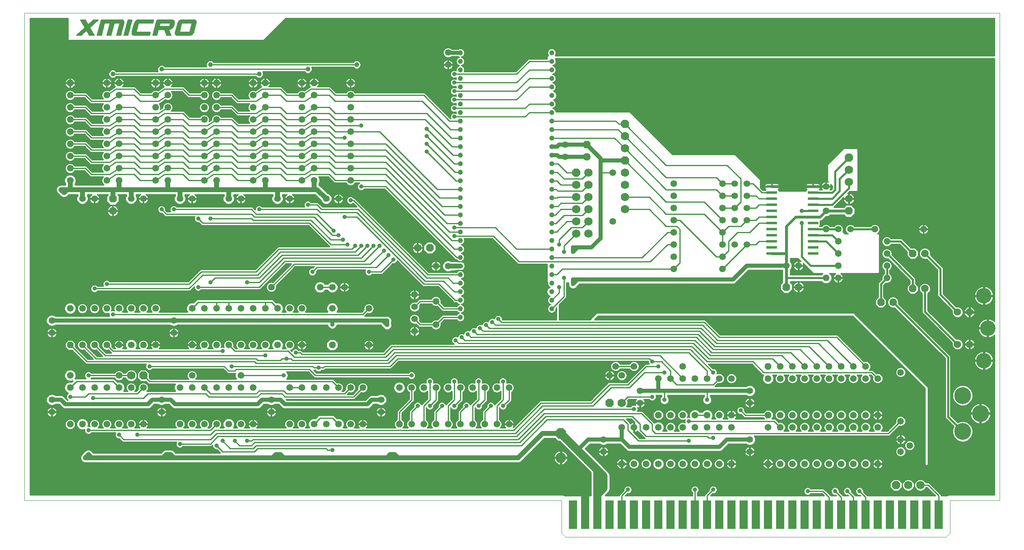
<source format=gtl>
G75*
G70*
%OFA0B0*%
%FSLAX24Y24*%
%IPPOS*%
%LPD*%
%AMOC8*
5,1,8,0,0,1.08239X$1,22.5*
%
%ADD10C,0.0000*%
%ADD11R,0.0650X0.2350*%
%ADD12OC8,0.0408*%
%ADD13C,0.0408*%
%ADD14R,0.0866X0.0236*%
%ADD15C,0.0535*%
%ADD16C,0.0630*%
%ADD17OC8,0.0630*%
%ADD18C,0.0544*%
%ADD19OC8,0.0544*%
%ADD20OC8,0.0680*%
%ADD21C,0.0680*%
%ADD22C,0.1266*%
%ADD23C,0.0602*%
%ADD24OC8,0.0602*%
%ADD25C,0.1384*%
%ADD26OC8,0.0860*%
%ADD27C,0.0860*%
%ADD28C,0.2500*%
%ADD29C,0.0475*%
%ADD30C,0.0650*%
%ADD31C,0.0357*%
%ADD32C,0.0100*%
%ADD33C,0.0240*%
%ADD34C,0.0520*%
%ADD35C,0.0090*%
%ADD36C,0.0060*%
%ADD37C,0.0320*%
%ADD38C,0.0160*%
%ADD39C,0.0400*%
%ADD40C,0.0396*%
D10*
X000180Y003100D02*
X000180Y043100D01*
X080180Y043100D01*
X080180Y003100D01*
X076180Y003100D01*
X076110Y003100D01*
X076110Y000420D01*
X075790Y000100D01*
X044570Y000100D01*
X044250Y000420D01*
X044250Y003100D01*
X044180Y003100D01*
X000180Y003100D01*
D11*
X045180Y001915D03*
X046180Y001915D03*
X047180Y001915D03*
X048180Y001915D03*
X049180Y001915D03*
X050180Y001915D03*
X051180Y001915D03*
X052180Y001915D03*
X053180Y001915D03*
X054180Y001915D03*
X055180Y001915D03*
X056180Y001915D03*
X057180Y001915D03*
X058180Y001915D03*
X059180Y001915D03*
X060180Y001915D03*
X061180Y001915D03*
X062180Y001915D03*
X063180Y001915D03*
X064180Y001915D03*
X065180Y001915D03*
X066180Y001915D03*
X067180Y001915D03*
X068180Y001915D03*
X069180Y001915D03*
X070180Y001915D03*
X071180Y001915D03*
X072180Y001915D03*
X073180Y001915D03*
X074180Y001915D03*
X075180Y001915D03*
D12*
X043430Y018125D03*
D13*
X043430Y018825D03*
X043430Y019525D03*
X043430Y020225D03*
X043430Y020925D03*
X043430Y021625D03*
X043430Y022325D03*
X043430Y023025D03*
X043430Y023725D03*
X043430Y024425D03*
X043430Y025125D03*
X043430Y025825D03*
X043430Y026525D03*
X043430Y027225D03*
X043430Y027925D03*
X043430Y028625D03*
X043430Y029325D03*
X043430Y030025D03*
X043430Y030725D03*
X043430Y031425D03*
X043430Y032125D03*
X043430Y032825D03*
X043430Y033525D03*
X043430Y034225D03*
X043430Y034925D03*
X043430Y035625D03*
X043430Y036325D03*
X043430Y037025D03*
X043430Y037725D03*
X043430Y038425D03*
X043430Y039125D03*
X043430Y039825D03*
X035930Y039825D03*
X035930Y039125D03*
X035930Y038425D03*
X035930Y037725D03*
X035930Y037025D03*
X035930Y036325D03*
X035930Y035625D03*
X035930Y034925D03*
X035930Y034225D03*
X035930Y033525D03*
X035930Y032825D03*
X035930Y032125D03*
X035930Y031425D03*
X035930Y030725D03*
X035930Y030025D03*
X035930Y029325D03*
X035930Y028625D03*
X035930Y027925D03*
X035930Y027225D03*
X035930Y026525D03*
X035930Y025825D03*
X035930Y025125D03*
X035930Y024425D03*
X035930Y023725D03*
X035930Y023025D03*
X035930Y022325D03*
X035930Y021625D03*
X035930Y020925D03*
X035930Y020225D03*
X035930Y019525D03*
X035930Y018825D03*
X035930Y018125D03*
D14*
X061494Y023350D03*
X061494Y023850D03*
X061494Y024350D03*
X061494Y024850D03*
X061494Y025350D03*
X061494Y025850D03*
X061494Y026350D03*
X061494Y026850D03*
X061494Y027350D03*
X061494Y027850D03*
X061494Y028350D03*
X061494Y028850D03*
X064866Y028850D03*
X064866Y028350D03*
X064866Y027850D03*
X064866Y027350D03*
X064866Y026850D03*
X064866Y026350D03*
X064866Y025850D03*
X064866Y025350D03*
X064866Y024850D03*
X064866Y024350D03*
X064866Y023850D03*
X064866Y023350D03*
D15*
X063680Y022350D03*
X062680Y022350D03*
X059430Y024100D03*
X058430Y024100D03*
X058430Y026100D03*
X059430Y026100D03*
X059430Y027100D03*
X058430Y027100D03*
X058430Y028100D03*
X059430Y028100D03*
X059430Y029100D03*
X058430Y029100D03*
X066930Y025350D03*
X067930Y025350D03*
X044555Y031275D03*
X044555Y032275D03*
X034930Y038850D03*
X034930Y039850D03*
X025930Y027850D03*
X024930Y027850D03*
X021930Y027850D03*
X020930Y027850D03*
X017930Y027850D03*
X016930Y027850D03*
X013930Y027850D03*
X012930Y027850D03*
X009930Y027850D03*
X008930Y027850D03*
X005930Y027850D03*
X004930Y027850D03*
X002430Y017850D03*
X002430Y016850D03*
X002430Y011350D03*
X002430Y010350D03*
X011430Y010350D03*
X011430Y011350D03*
X020430Y011350D03*
X020430Y010350D03*
X029430Y010350D03*
X029430Y011350D03*
X032180Y016975D03*
X032180Y017975D03*
X032180Y018975D03*
X032180Y019975D03*
X033930Y022325D03*
X034930Y022325D03*
X026430Y020600D03*
X025430Y020600D03*
X012430Y017850D03*
X012430Y016850D03*
X047680Y008100D03*
X047680Y007100D03*
X050680Y011100D03*
X050680Y012100D03*
X059680Y012100D03*
X059680Y011100D03*
X059680Y008100D03*
X059680Y007100D03*
D16*
X071430Y019350D03*
X074055Y020475D03*
X074055Y023350D03*
X067805Y027850D03*
X063680Y020600D03*
X046305Y031275D03*
X032430Y023825D03*
X007430Y026850D03*
D17*
X007430Y027850D03*
X033430Y023825D03*
X046305Y032275D03*
X067805Y026850D03*
X073055Y023350D03*
X073055Y020475D03*
X070430Y019350D03*
X062680Y020600D03*
D18*
X065930Y021350D03*
X066930Y021350D03*
X066930Y022350D03*
X066930Y023350D03*
X066930Y024350D03*
X065930Y025350D03*
X065930Y026850D03*
X065930Y028850D03*
X069930Y025350D03*
X070930Y024350D03*
X070930Y023350D03*
X070930Y022350D03*
X070930Y021350D03*
X073930Y025350D03*
X057430Y025100D03*
X057430Y024100D03*
X057430Y023100D03*
X057430Y022100D03*
X053430Y022100D03*
X053430Y023100D03*
X053430Y024100D03*
X053430Y025100D03*
X053430Y026100D03*
X053430Y027100D03*
X053430Y028100D03*
X053430Y029100D03*
X057430Y029100D03*
X057430Y028100D03*
X057430Y027100D03*
X057430Y026100D03*
X048430Y025975D03*
X048430Y029975D03*
X033930Y019436D03*
X033930Y017514D03*
X028430Y018850D03*
X025430Y018850D03*
X022930Y018850D03*
X021930Y018850D03*
X020930Y018850D03*
X019930Y018850D03*
X018930Y018850D03*
X017930Y018850D03*
X016930Y018850D03*
X015930Y018850D03*
X014930Y018850D03*
X013930Y018850D03*
X010930Y018850D03*
X009930Y018850D03*
X008930Y018850D03*
X007930Y018850D03*
X006930Y018850D03*
X005930Y018850D03*
X004930Y018850D03*
X003930Y018850D03*
X004930Y015850D03*
X005930Y015850D03*
X006930Y015850D03*
X007930Y015850D03*
X008930Y015850D03*
X009930Y015850D03*
X010930Y015850D03*
X014930Y015850D03*
X015930Y015850D03*
X016930Y015850D03*
X017930Y015850D03*
X018930Y015850D03*
X019930Y015850D03*
X020930Y015850D03*
X021930Y015850D03*
X022930Y015850D03*
X028430Y015850D03*
X027930Y012350D03*
X026930Y012350D03*
X025930Y012350D03*
X024930Y012350D03*
X023930Y012350D03*
X022930Y012350D03*
X021930Y012350D03*
X018930Y012350D03*
X017930Y012350D03*
X016930Y012350D03*
X015930Y012350D03*
X014930Y012350D03*
X013930Y012350D03*
X012930Y012350D03*
X013930Y013350D03*
X017930Y013350D03*
X017930Y009350D03*
X016930Y009350D03*
X015930Y009350D03*
X014930Y009350D03*
X013930Y009350D03*
X009930Y009350D03*
X008930Y009350D03*
X007930Y009350D03*
X006930Y009350D03*
X005930Y009350D03*
X004930Y009350D03*
X004930Y012350D03*
X003930Y012350D03*
X003930Y013350D03*
X005930Y012350D03*
X006930Y012350D03*
X007930Y012350D03*
X008930Y012350D03*
X009930Y012350D03*
X007930Y013350D03*
X018930Y009350D03*
X022930Y009350D03*
X023930Y009350D03*
X024930Y009350D03*
X025930Y009350D03*
X026930Y009350D03*
X027930Y009350D03*
X031930Y009350D03*
X032930Y009350D03*
X033930Y009350D03*
X034930Y009350D03*
X035930Y009350D03*
X036930Y009350D03*
X037930Y009350D03*
X038930Y009350D03*
X039930Y009350D03*
X039930Y012350D03*
X038930Y012350D03*
X037930Y012350D03*
X036930Y012350D03*
X035930Y012350D03*
X034930Y012350D03*
X033930Y012350D03*
X032930Y012350D03*
X031930Y012350D03*
X030930Y012350D03*
X024430Y020600D03*
X020430Y020600D03*
X019930Y029350D03*
X018930Y029350D03*
X018930Y030350D03*
X019930Y030350D03*
X019930Y031350D03*
X018930Y031350D03*
X018930Y032350D03*
X019930Y032350D03*
X019930Y033350D03*
X018930Y033350D03*
X018930Y034350D03*
X019930Y034350D03*
X019930Y035350D03*
X018930Y035350D03*
X018930Y036350D03*
X019930Y036350D03*
X018930Y037350D03*
X015930Y036350D03*
X014930Y036350D03*
X014930Y035350D03*
X015930Y035350D03*
X015930Y034350D03*
X014930Y034350D03*
X014930Y033350D03*
X015930Y033350D03*
X015930Y032350D03*
X014930Y032350D03*
X014930Y031350D03*
X015930Y031350D03*
X015930Y030350D03*
X014930Y030350D03*
X014930Y029350D03*
X015930Y029350D03*
X011930Y029350D03*
X010930Y029350D03*
X010930Y030350D03*
X011930Y030350D03*
X011930Y031350D03*
X010930Y031350D03*
X010930Y032350D03*
X011930Y032350D03*
X011930Y033350D03*
X010930Y033350D03*
X010930Y034350D03*
X011930Y034350D03*
X011930Y035350D03*
X010930Y035350D03*
X010930Y036350D03*
X011930Y036350D03*
X010930Y037350D03*
X007930Y036350D03*
X006930Y036350D03*
X006930Y035350D03*
X007930Y035350D03*
X007930Y034350D03*
X006930Y034350D03*
X006930Y033350D03*
X007930Y033350D03*
X007930Y032350D03*
X006930Y032350D03*
X006930Y031350D03*
X007930Y031350D03*
X007930Y030350D03*
X006930Y030350D03*
X006930Y029350D03*
X007930Y029350D03*
X003930Y029350D03*
X003930Y030350D03*
X003930Y031350D03*
X003930Y032350D03*
X003930Y033350D03*
X003930Y034350D03*
X003930Y035350D03*
X003930Y036350D03*
X006930Y037350D03*
X014930Y037350D03*
X022930Y037350D03*
X022930Y036350D03*
X023930Y036350D03*
X023930Y035350D03*
X022930Y035350D03*
X022930Y034350D03*
X023930Y034350D03*
X023930Y033350D03*
X022930Y033350D03*
X022930Y032350D03*
X023930Y032350D03*
X023930Y031350D03*
X022930Y031350D03*
X022930Y030350D03*
X023930Y030350D03*
X023930Y029350D03*
X022930Y029350D03*
X026930Y029350D03*
X026930Y030350D03*
X026930Y031350D03*
X026930Y032350D03*
X026930Y033350D03*
X026930Y034350D03*
X026930Y035350D03*
X026930Y036350D03*
X026930Y037350D03*
X048680Y014100D03*
X048180Y013350D03*
X049180Y013350D03*
X050180Y014100D03*
X052180Y013100D03*
X053180Y013100D03*
X054180Y013100D03*
X055180Y013100D03*
X056180Y013100D03*
X057180Y013100D03*
X058180Y013100D03*
X061180Y013100D03*
X062180Y013100D03*
X062180Y014100D03*
X063180Y014100D03*
X064180Y014100D03*
X065180Y014100D03*
X066180Y014100D03*
X067180Y014100D03*
X067180Y013100D03*
X066180Y013100D03*
X065180Y013100D03*
X064180Y013100D03*
X063180Y013100D03*
X068180Y013100D03*
X069180Y013100D03*
X070180Y013100D03*
X069180Y014100D03*
X068180Y014100D03*
X072055Y013600D03*
X070180Y010100D03*
X069180Y010100D03*
X068180Y010100D03*
X068180Y009100D03*
X069180Y009100D03*
X070180Y009100D03*
X072055Y009600D03*
X072055Y008100D03*
X072805Y007600D03*
X072055Y007100D03*
X070180Y006100D03*
X069180Y006100D03*
X068180Y006100D03*
X067180Y006100D03*
X066180Y006100D03*
X065180Y006100D03*
X064180Y006100D03*
X063180Y006100D03*
X062180Y006100D03*
X058180Y006100D03*
X057180Y006100D03*
X056180Y006100D03*
X055180Y006100D03*
X054180Y006100D03*
X053180Y006100D03*
X052180Y006100D03*
X051180Y006100D03*
X050180Y006100D03*
X050180Y009100D03*
X049180Y009100D03*
X051180Y009100D03*
X052180Y009100D03*
X053180Y009100D03*
X054180Y009100D03*
X055180Y009100D03*
X056180Y009100D03*
X056180Y010100D03*
X055180Y010100D03*
X054180Y010100D03*
X053180Y010100D03*
X057180Y010100D03*
X058180Y010100D03*
X058180Y009100D03*
X057180Y009100D03*
X061180Y009100D03*
X062180Y009100D03*
X062180Y010100D03*
X063180Y010100D03*
X064180Y010100D03*
X065180Y010100D03*
X066180Y010100D03*
X067180Y010100D03*
X067180Y009100D03*
X066180Y009100D03*
X065180Y009100D03*
X064180Y009100D03*
X063180Y009100D03*
X054180Y014100D03*
D19*
X061180Y014100D03*
X061180Y010100D03*
X061180Y006100D03*
X052180Y010100D03*
X049180Y006100D03*
X030930Y009350D03*
X021930Y009350D03*
X012930Y009350D03*
X003930Y009350D03*
X003930Y015850D03*
X013930Y015850D03*
X025430Y015850D03*
X023930Y037350D03*
X019930Y037350D03*
X015930Y037350D03*
X011930Y037350D03*
X007930Y037350D03*
X003930Y037350D03*
D20*
X045430Y029975D03*
X049430Y030975D03*
X049430Y033975D03*
X067805Y031225D03*
X048180Y011100D03*
X071680Y004350D03*
X009930Y013350D03*
D21*
X008930Y013350D03*
X045430Y024975D03*
X046430Y024975D03*
X046430Y025975D03*
X045430Y025975D03*
X045430Y026975D03*
X046430Y026975D03*
X046430Y027975D03*
X045430Y027975D03*
X045430Y028975D03*
X046430Y028975D03*
X046430Y029975D03*
X049430Y029975D03*
X049430Y028975D03*
X049430Y027975D03*
X049430Y026975D03*
X049430Y031975D03*
X049430Y032975D03*
X067805Y030225D03*
X067805Y029225D03*
X049180Y011100D03*
X072680Y004350D03*
X073680Y004350D03*
D22*
X078886Y014564D03*
X079205Y017225D03*
X078886Y019886D03*
D23*
X076724Y018544D03*
X076724Y015906D03*
X077705Y015906D03*
D24*
X077705Y018544D03*
D25*
X077149Y011701D03*
X078605Y010225D03*
X077149Y008749D03*
D26*
X044180Y008600D03*
D27*
X044180Y006600D03*
D28*
X078180Y005100D03*
X073430Y030100D03*
X078180Y041100D03*
X002180Y041100D03*
X002180Y005100D03*
D29*
X046180Y005100D03*
X046180Y004600D03*
X046180Y004100D03*
X047680Y004100D03*
X047680Y004600D03*
X047680Y005100D03*
X075180Y005100D03*
X075180Y004600D03*
X075180Y004100D03*
D30*
X047680Y004100D02*
X047180Y003600D01*
X047180Y005600D01*
X045555Y007225D01*
X044180Y008600D01*
X047180Y005600D02*
X047680Y005100D01*
X047680Y004600D01*
X047680Y004100D01*
X047180Y003600D02*
X047180Y001915D01*
X046180Y001915D02*
X046180Y004100D01*
X046180Y004600D01*
X046180Y005100D01*
D31*
X048055Y005975D03*
X048430Y005600D03*
X049680Y003975D03*
X055180Y003975D03*
X056680Y003975D03*
X054680Y007975D03*
X056680Y008225D03*
X054680Y009600D03*
X056180Y011350D03*
X058930Y010475D03*
X056680Y013600D03*
X052680Y013600D03*
X052180Y014100D03*
X051680Y014475D03*
X051680Y011600D03*
X052680Y011350D03*
X050180Y010600D03*
X041305Y013850D03*
X040305Y013850D03*
X039430Y012850D03*
X037430Y012850D03*
X035430Y012850D03*
X033430Y012850D03*
X031930Y013350D03*
X032430Y010850D03*
X033430Y010850D03*
X034430Y010850D03*
X035430Y010850D03*
X036430Y010850D03*
X037430Y010850D03*
X038430Y010850D03*
X039430Y010850D03*
X030555Y006850D03*
X030180Y006850D03*
X030430Y005975D03*
X025430Y007225D03*
X021180Y006850D03*
X020805Y006850D03*
X020930Y005975D03*
X018430Y007975D03*
X017430Y007975D03*
X016430Y007975D03*
X015930Y007600D03*
X015430Y007225D03*
X012930Y007725D03*
X012180Y006850D03*
X011805Y006850D03*
X011930Y005975D03*
X009430Y008475D03*
X007930Y008475D03*
X005430Y008850D03*
X005430Y006850D03*
X005180Y006600D03*
X005180Y005975D03*
X005805Y011475D03*
X003930Y011600D03*
X005430Y013350D03*
X010430Y014100D03*
X016430Y015350D03*
X017180Y014100D03*
X019930Y014975D03*
X021680Y014725D03*
X022430Y015225D03*
X024305Y013975D03*
X021430Y013350D03*
X025430Y017538D03*
X029930Y017475D03*
X029930Y017850D03*
X035555Y016225D03*
X036055Y016475D03*
X036555Y016725D03*
X037055Y016975D03*
X037555Y017225D03*
X038055Y017475D03*
X038555Y017725D03*
X039055Y017975D03*
X038555Y019725D03*
X038555Y021975D03*
X042805Y022100D03*
X044430Y021350D03*
X045180Y021225D03*
X045180Y020850D03*
X044055Y020600D03*
X042805Y018475D03*
X044805Y018100D03*
X045555Y018100D03*
X046305Y018100D03*
X047305Y018080D03*
X049180Y018725D03*
X055930Y018080D03*
X059180Y018725D03*
X062430Y016850D03*
X068680Y019225D03*
X071180Y016725D03*
X073680Y014225D03*
X068680Y003850D03*
X067680Y003850D03*
X066680Y003850D03*
X064430Y003850D03*
X030930Y021725D03*
X030430Y022225D03*
X030430Y022850D03*
X030055Y023225D03*
X029680Y023600D03*
X029305Y023975D03*
X028805Y023975D03*
X028305Y023975D03*
X027805Y023975D03*
X027305Y023975D03*
X026680Y024100D03*
X026305Y024475D03*
X025930Y024850D03*
X025555Y025225D03*
X026430Y026350D03*
X026930Y027725D03*
X028180Y027975D03*
X028430Y028225D03*
X027805Y028850D03*
X023430Y027350D03*
X019430Y026975D03*
X022930Y025225D03*
X023930Y024225D03*
X022555Y022100D03*
X023805Y021850D03*
X028430Y021850D03*
X035430Y024775D03*
X035455Y025475D03*
X044055Y024100D03*
X044430Y023475D03*
X045180Y023475D03*
X045180Y023850D03*
X059180Y031225D03*
X062555Y028600D03*
X063930Y028600D03*
X063930Y026850D03*
X063930Y025850D03*
X051680Y033725D03*
X049180Y038725D03*
X049180Y040600D03*
X039930Y038725D03*
X037930Y038725D03*
X035430Y038075D03*
X035430Y037375D03*
X035430Y036675D03*
X035430Y035975D03*
X035430Y035275D03*
X035430Y034575D03*
X033180Y033600D03*
X033180Y032975D03*
X033180Y032350D03*
X033180Y031725D03*
X027805Y033850D03*
X026430Y032850D03*
X015430Y026225D03*
X014430Y026225D03*
X012430Y026975D03*
X011430Y026975D03*
X003430Y028350D03*
X003180Y028600D03*
X002430Y023350D03*
X005930Y020475D03*
X006930Y020850D03*
X007430Y018350D03*
X014430Y020600D03*
X015430Y020975D03*
X018430Y020975D03*
X059180Y038725D03*
X059180Y040600D03*
X069180Y040600D03*
X069180Y038725D03*
X079180Y038725D03*
X079180Y028725D03*
D32*
X079730Y028710D02*
X068560Y028710D01*
X068560Y028612D02*
X079730Y028612D01*
X079730Y028513D02*
X068527Y028513D01*
X068560Y028546D02*
X068560Y031904D01*
X068484Y031980D01*
X067376Y031980D01*
X066126Y030730D01*
X066050Y030654D01*
X066050Y029296D01*
X066119Y029227D01*
X066092Y029241D01*
X066029Y029262D01*
X065963Y029272D01*
X065960Y029272D01*
X065960Y028880D01*
X066352Y028880D01*
X066352Y028883D01*
X066342Y028949D01*
X066321Y029012D01*
X066307Y029039D01*
X066450Y028896D01*
X066450Y028695D01*
X066335Y028580D01*
X066255Y028580D01*
X066291Y028629D01*
X066321Y028688D01*
X066342Y028751D01*
X066352Y028817D01*
X066352Y028820D01*
X065960Y028820D01*
X065960Y028880D01*
X065900Y028880D01*
X065900Y029272D01*
X065897Y029272D01*
X065831Y029262D01*
X065768Y029241D01*
X065709Y029211D01*
X065655Y029172D01*
X065608Y029125D01*
X065569Y029071D01*
X065539Y029012D01*
X065518Y028949D01*
X065508Y028883D01*
X065508Y028880D01*
X065900Y028880D01*
X065900Y028820D01*
X065508Y028820D01*
X065508Y028817D01*
X065518Y028751D01*
X065539Y028688D01*
X065569Y028629D01*
X065605Y028580D01*
X065399Y028580D01*
X065376Y028603D01*
X065391Y028612D01*
X065419Y028640D01*
X065439Y028674D01*
X065449Y028712D01*
X065449Y028841D01*
X064875Y028841D01*
X064875Y028859D01*
X064857Y028859D01*
X064857Y028841D01*
X064283Y028841D01*
X064283Y028712D01*
X064293Y028674D01*
X064313Y028640D01*
X064341Y028612D01*
X064356Y028603D01*
X064283Y028530D01*
X064283Y028480D01*
X062077Y028480D01*
X062077Y028530D01*
X062004Y028603D01*
X062019Y028612D01*
X062047Y028640D01*
X062067Y028674D01*
X062077Y028712D01*
X062077Y028841D01*
X061503Y028841D01*
X061503Y028859D01*
X062077Y028859D01*
X062077Y028988D01*
X062067Y029026D01*
X062047Y029060D01*
X062019Y029088D01*
X061985Y029108D01*
X061947Y029118D01*
X061503Y029118D01*
X061503Y028859D01*
X061485Y028859D01*
X061485Y029118D01*
X061041Y029118D01*
X061003Y029108D01*
X060969Y029088D01*
X060941Y029060D01*
X060921Y029026D01*
X060911Y028988D01*
X060911Y028859D01*
X061485Y028859D01*
X061485Y028841D01*
X060911Y028841D01*
X060911Y028712D01*
X060921Y028674D01*
X060941Y028640D01*
X060969Y028612D01*
X060984Y028603D01*
X060931Y028550D01*
X060763Y028550D01*
X060560Y028753D01*
X060560Y029404D01*
X060484Y029480D01*
X058484Y031480D01*
X053359Y031480D01*
X049859Y034980D01*
X043784Y034980D01*
X043784Y034995D01*
X043730Y035126D01*
X043631Y035225D01*
X043510Y035275D01*
X043631Y035325D01*
X043730Y035424D01*
X043784Y035555D01*
X043784Y035695D01*
X043730Y035826D01*
X043631Y035925D01*
X043575Y035948D01*
X043659Y035983D01*
X043772Y036096D01*
X043834Y036245D01*
X043834Y036405D01*
X043772Y036554D01*
X043659Y036667D01*
X043575Y036702D01*
X043631Y036725D01*
X043730Y036824D01*
X043784Y036955D01*
X043784Y037095D01*
X043730Y037226D01*
X043631Y037325D01*
X043510Y037375D01*
X043631Y037425D01*
X043730Y037524D01*
X043784Y037655D01*
X043784Y037795D01*
X043730Y037926D01*
X043631Y038025D01*
X043510Y038075D01*
X043631Y038125D01*
X043730Y038224D01*
X043784Y038355D01*
X043784Y038495D01*
X043730Y038626D01*
X043631Y038725D01*
X043510Y038775D01*
X043631Y038825D01*
X043730Y038924D01*
X043784Y039055D01*
X043784Y039195D01*
X043730Y039326D01*
X043711Y039345D01*
X079730Y039345D01*
X079730Y017807D01*
X079722Y017815D01*
X079641Y017877D01*
X079552Y017929D01*
X079457Y017968D01*
X079358Y017995D01*
X079256Y018008D01*
X079255Y018008D01*
X079255Y017275D01*
X079155Y017275D01*
X079155Y018008D01*
X079153Y018008D01*
X079052Y017995D01*
X078952Y017968D01*
X078858Y017929D01*
X078769Y017877D01*
X078687Y017815D01*
X078615Y017742D01*
X078552Y017661D01*
X078501Y017572D01*
X078462Y017477D01*
X078435Y017378D01*
X078422Y017276D01*
X078422Y017275D01*
X079155Y017275D01*
X079155Y017175D01*
X079255Y017175D01*
X079255Y016442D01*
X079256Y016442D01*
X079358Y016455D01*
X079457Y016482D01*
X079552Y016521D01*
X079641Y016573D01*
X079722Y016635D01*
X079730Y016643D01*
X079730Y003550D01*
X076020Y003550D01*
X075855Y003481D01*
X075849Y003475D01*
X075380Y003475D01*
X075380Y003558D01*
X074505Y004433D01*
X074388Y004550D01*
X074128Y004550D01*
X074095Y004628D01*
X073958Y004765D01*
X073777Y004840D01*
X073583Y004840D01*
X073402Y004765D01*
X073265Y004628D01*
X073190Y004447D01*
X073190Y004253D01*
X073265Y004072D01*
X073402Y003935D01*
X073583Y003860D01*
X073777Y003860D01*
X073958Y003935D01*
X074095Y004072D01*
X074128Y004150D01*
X074222Y004150D01*
X074897Y003475D01*
X069338Y003475D01*
X069263Y003550D01*
X069008Y003804D01*
X069008Y003915D01*
X068958Y004036D01*
X068866Y004128D01*
X068745Y004178D01*
X068615Y004178D01*
X068494Y004128D01*
X068402Y004036D01*
X068352Y003915D01*
X068352Y003785D01*
X068402Y003664D01*
X068494Y003572D01*
X068615Y003522D01*
X068726Y003522D01*
X068772Y003475D01*
X068338Y003475D01*
X068008Y003804D01*
X068008Y003915D01*
X067958Y004036D01*
X067866Y004128D01*
X067745Y004178D01*
X067615Y004178D01*
X067494Y004128D01*
X067402Y004036D01*
X067352Y003915D01*
X067352Y003785D01*
X067402Y003664D01*
X067494Y003572D01*
X067615Y003522D01*
X067726Y003522D01*
X067772Y003475D01*
X067338Y003475D01*
X067008Y003804D01*
X067008Y003915D01*
X066958Y004036D01*
X066866Y004128D01*
X066745Y004178D01*
X066615Y004178D01*
X066494Y004128D01*
X066402Y004036D01*
X066352Y003915D01*
X066352Y003785D01*
X066402Y003664D01*
X066494Y003572D01*
X066615Y003522D01*
X066726Y003522D01*
X066772Y003475D01*
X066338Y003475D01*
X065880Y003933D01*
X065763Y004050D01*
X064694Y004050D01*
X064616Y004128D01*
X064495Y004178D01*
X064365Y004178D01*
X064244Y004128D01*
X064152Y004036D01*
X064102Y003915D01*
X064102Y003785D01*
X064152Y003664D01*
X064244Y003572D01*
X064365Y003522D01*
X064495Y003522D01*
X064616Y003572D01*
X064694Y003650D01*
X065597Y003650D01*
X065772Y003475D01*
X056463Y003475D01*
X056634Y003647D01*
X056745Y003647D01*
X056866Y003697D01*
X056958Y003789D01*
X057008Y003910D01*
X057008Y004040D01*
X056958Y004161D01*
X056866Y004253D01*
X056745Y004303D01*
X056615Y004303D01*
X056494Y004253D01*
X056402Y004161D01*
X056352Y004040D01*
X056352Y003929D01*
X055980Y003558D01*
X055980Y003475D01*
X055380Y003475D01*
X055380Y003711D01*
X055458Y003789D01*
X055508Y003910D01*
X055508Y004040D01*
X055458Y004161D01*
X055366Y004253D01*
X055245Y004303D01*
X055115Y004303D01*
X054994Y004253D01*
X054902Y004161D01*
X054852Y004040D01*
X054852Y003910D01*
X054902Y003789D01*
X054980Y003711D01*
X054980Y003475D01*
X049463Y003475D01*
X049634Y003647D01*
X049745Y003647D01*
X049866Y003697D01*
X049958Y003789D01*
X050008Y003910D01*
X050008Y004040D01*
X049958Y004161D01*
X049866Y004253D01*
X049745Y004303D01*
X049615Y004303D01*
X049494Y004253D01*
X049402Y004161D01*
X049352Y004040D01*
X049352Y003929D01*
X048980Y003558D01*
X048980Y003475D01*
X047797Y003475D01*
X047977Y003655D01*
X047977Y003655D01*
X048125Y003803D01*
X048205Y003996D01*
X048205Y005204D01*
X048125Y005397D01*
X047625Y005897D01*
X047477Y006045D01*
X046181Y007342D01*
X046579Y007740D01*
X047379Y007740D01*
X047415Y007703D01*
X047587Y007632D01*
X047773Y007632D01*
X047945Y007703D01*
X047981Y007740D01*
X049031Y007740D01*
X049500Y007271D01*
X049601Y007170D01*
X049733Y007115D01*
X057252Y007115D01*
X057384Y007170D01*
X057954Y007740D01*
X059379Y007740D01*
X059415Y007703D01*
X059587Y007632D01*
X059773Y007632D01*
X059945Y007703D01*
X060077Y007835D01*
X060148Y008007D01*
X060148Y008193D01*
X060077Y008365D01*
X060041Y008400D01*
X071138Y008400D01*
X071932Y009194D01*
X071971Y009178D01*
X072139Y009178D01*
X072294Y009242D01*
X072413Y009361D01*
X072477Y009516D01*
X072477Y009684D01*
X072413Y009839D01*
X072294Y009958D01*
X072139Y010022D01*
X071971Y010022D01*
X071816Y009958D01*
X071697Y009839D01*
X071633Y009684D01*
X071633Y009516D01*
X071649Y009477D01*
X070972Y008800D01*
X070477Y008800D01*
X070538Y008861D01*
X070602Y009016D01*
X070602Y009184D01*
X070538Y009339D01*
X070419Y009458D01*
X070264Y009522D01*
X070096Y009522D01*
X069941Y009458D01*
X069822Y009339D01*
X069758Y009184D01*
X069758Y009016D01*
X069822Y008861D01*
X069883Y008800D01*
X069477Y008800D01*
X069538Y008861D01*
X069602Y009016D01*
X069602Y009184D01*
X069538Y009339D01*
X069419Y009458D01*
X069264Y009522D01*
X069096Y009522D01*
X068941Y009458D01*
X068822Y009339D01*
X068758Y009184D01*
X068758Y009016D01*
X068822Y008861D01*
X068883Y008800D01*
X068477Y008800D01*
X068538Y008861D01*
X068602Y009016D01*
X068602Y009184D01*
X068538Y009339D01*
X068419Y009458D01*
X068264Y009522D01*
X068096Y009522D01*
X067941Y009458D01*
X067822Y009339D01*
X067758Y009184D01*
X067758Y009016D01*
X067822Y008861D01*
X067883Y008800D01*
X067477Y008800D01*
X067538Y008861D01*
X067602Y009016D01*
X067602Y009184D01*
X067538Y009339D01*
X067419Y009458D01*
X067264Y009522D01*
X067096Y009522D01*
X066941Y009458D01*
X066822Y009339D01*
X066758Y009184D01*
X066758Y009016D01*
X066822Y008861D01*
X066883Y008800D01*
X066477Y008800D01*
X066538Y008861D01*
X066602Y009016D01*
X066602Y009184D01*
X066538Y009339D01*
X066419Y009458D01*
X066264Y009522D01*
X066096Y009522D01*
X065941Y009458D01*
X065822Y009339D01*
X065758Y009184D01*
X065758Y009016D01*
X065822Y008861D01*
X065883Y008800D01*
X065477Y008800D01*
X065538Y008861D01*
X065602Y009016D01*
X065602Y009184D01*
X065538Y009339D01*
X065419Y009458D01*
X065264Y009522D01*
X065096Y009522D01*
X064941Y009458D01*
X064822Y009339D01*
X064758Y009184D01*
X064758Y009016D01*
X064822Y008861D01*
X064883Y008800D01*
X064477Y008800D01*
X064538Y008861D01*
X064602Y009016D01*
X064602Y009184D01*
X064538Y009339D01*
X064419Y009458D01*
X064264Y009522D01*
X064096Y009522D01*
X063941Y009458D01*
X063822Y009339D01*
X063758Y009184D01*
X063758Y009016D01*
X063822Y008861D01*
X063883Y008800D01*
X063477Y008800D01*
X063538Y008861D01*
X063602Y009016D01*
X063602Y009184D01*
X063538Y009339D01*
X063419Y009458D01*
X063264Y009522D01*
X063096Y009522D01*
X062941Y009458D01*
X062822Y009339D01*
X062758Y009184D01*
X062758Y009016D01*
X062822Y008861D01*
X062883Y008800D01*
X062477Y008800D01*
X062538Y008861D01*
X062602Y009016D01*
X062602Y009184D01*
X062538Y009339D01*
X062419Y009458D01*
X062264Y009522D01*
X062096Y009522D01*
X062057Y009506D01*
X061880Y009683D01*
X061763Y009800D01*
X061477Y009800D01*
X061602Y009925D01*
X061602Y010275D01*
X061355Y010522D01*
X061005Y010522D01*
X060783Y010300D01*
X059388Y010300D01*
X059258Y010429D01*
X059258Y010540D01*
X059208Y010661D01*
X059116Y010753D01*
X058995Y010803D01*
X058865Y010803D01*
X058744Y010753D01*
X058652Y010661D01*
X058602Y010540D01*
X058602Y010410D01*
X058652Y010289D01*
X058744Y010197D01*
X058865Y010147D01*
X058976Y010147D01*
X059222Y009900D01*
X060783Y009900D01*
X060883Y009800D01*
X058477Y009800D01*
X058502Y009825D01*
X058541Y009879D01*
X058571Y009938D01*
X058592Y010001D01*
X058602Y010067D01*
X058602Y010070D01*
X058210Y010070D01*
X058210Y010130D01*
X058150Y010130D01*
X058150Y010522D01*
X058147Y010522D01*
X058081Y010512D01*
X058018Y010491D01*
X057959Y010461D01*
X057905Y010422D01*
X057858Y010375D01*
X057819Y010321D01*
X057789Y010262D01*
X057768Y010199D01*
X057758Y010133D01*
X057758Y010130D01*
X058150Y010130D01*
X058150Y010070D01*
X057758Y010070D01*
X057758Y010067D01*
X057768Y010001D01*
X057789Y009938D01*
X057819Y009879D01*
X057858Y009825D01*
X057883Y009800D01*
X057477Y009800D01*
X057538Y009861D01*
X057602Y010016D01*
X057602Y010184D01*
X057538Y010339D01*
X057419Y010458D01*
X057264Y010522D01*
X057096Y010522D01*
X056941Y010458D01*
X056822Y010339D01*
X056758Y010184D01*
X056758Y010016D01*
X056822Y009861D01*
X056883Y009800D01*
X056548Y009800D01*
X056580Y009833D01*
X056652Y010006D01*
X056652Y010194D01*
X056580Y010367D01*
X056447Y010500D01*
X056274Y010572D01*
X056086Y010572D01*
X055913Y010500D01*
X055780Y010367D01*
X055773Y010350D01*
X055587Y010350D01*
X055580Y010367D01*
X055447Y010500D01*
X055274Y010572D01*
X055086Y010572D01*
X054913Y010500D01*
X054780Y010367D01*
X054708Y010194D01*
X054708Y010006D01*
X054740Y009928D01*
X054615Y009928D01*
X054556Y009904D01*
X054602Y010016D01*
X054602Y010184D01*
X054538Y010339D01*
X054419Y010458D01*
X054264Y010522D01*
X054096Y010522D01*
X053941Y010458D01*
X053822Y010339D01*
X053758Y010184D01*
X053758Y010016D01*
X053822Y009861D01*
X053941Y009742D01*
X054096Y009678D01*
X054264Y009678D01*
X054376Y009724D01*
X054352Y009665D01*
X054352Y009535D01*
X054376Y009476D01*
X054264Y009522D01*
X054096Y009522D01*
X053941Y009458D01*
X053822Y009339D01*
X053758Y009184D01*
X053758Y009016D01*
X053822Y008861D01*
X053883Y008800D01*
X053477Y008800D01*
X053538Y008861D01*
X053602Y009016D01*
X053602Y009184D01*
X053538Y009339D01*
X053419Y009458D01*
X053264Y009522D01*
X053096Y009522D01*
X052941Y009458D01*
X052822Y009339D01*
X052758Y009184D01*
X052758Y009016D01*
X052822Y008861D01*
X052883Y008800D01*
X052548Y008800D01*
X052580Y008833D01*
X052652Y009006D01*
X052652Y009194D01*
X052580Y009367D01*
X052447Y009500D01*
X052274Y009572D01*
X052086Y009572D01*
X051913Y009500D01*
X051863Y009450D01*
X051005Y010308D01*
X050888Y010425D01*
X050463Y010425D01*
X050508Y010535D01*
X050508Y010665D01*
X050480Y010733D01*
X050520Y010713D01*
X050582Y010693D01*
X050647Y010682D01*
X050651Y010682D01*
X050651Y011071D01*
X050262Y011071D01*
X050262Y011067D01*
X050273Y011002D01*
X050293Y010940D01*
X050313Y010900D01*
X050245Y010928D01*
X050115Y010928D01*
X049994Y010878D01*
X049916Y010800D01*
X049573Y010800D01*
X049595Y010822D01*
X049670Y011003D01*
X049670Y011197D01*
X049638Y011275D01*
X049763Y011400D01*
X050389Y011400D01*
X050361Y011372D01*
X050323Y011319D01*
X050293Y011260D01*
X050273Y011198D01*
X050262Y011133D01*
X050262Y011129D01*
X050651Y011129D01*
X050651Y011071D01*
X050709Y011071D01*
X050709Y011129D01*
X051098Y011129D01*
X051098Y011133D01*
X051087Y011198D01*
X051067Y011260D01*
X051037Y011319D01*
X050999Y011372D01*
X050971Y011400D01*
X051416Y011400D01*
X051494Y011322D01*
X051615Y011272D01*
X051745Y011272D01*
X051866Y011322D01*
X051958Y011414D01*
X052008Y011535D01*
X052008Y011665D01*
X051977Y011740D01*
X052430Y011740D01*
X052430Y011635D01*
X052359Y011564D01*
X052302Y011425D01*
X052302Y011275D01*
X052359Y011136D01*
X052466Y011029D01*
X052605Y010972D01*
X052755Y010972D01*
X052894Y011029D01*
X053001Y011136D01*
X053058Y011275D01*
X053058Y011425D01*
X053001Y011564D01*
X052930Y011635D01*
X052930Y011740D01*
X055930Y011740D01*
X055930Y011635D01*
X055859Y011564D01*
X055802Y011425D01*
X055802Y011275D01*
X055859Y011136D01*
X055966Y011029D01*
X056105Y010972D01*
X056255Y010972D01*
X056394Y011029D01*
X056501Y011136D01*
X056558Y011275D01*
X056558Y011425D01*
X056501Y011564D01*
X056430Y011635D01*
X056430Y011740D01*
X059379Y011740D01*
X059415Y011703D01*
X059587Y011632D01*
X059773Y011632D01*
X059945Y011703D01*
X060077Y011835D01*
X060148Y012007D01*
X060148Y012193D01*
X060077Y012365D01*
X059945Y012497D01*
X059773Y012568D01*
X059587Y012568D01*
X059415Y012497D01*
X059379Y012460D01*
X056823Y012460D01*
X056880Y012517D01*
X057057Y012694D01*
X057096Y012678D01*
X057264Y012678D01*
X057419Y012742D01*
X057538Y012861D01*
X057602Y013016D01*
X057602Y013184D01*
X057538Y013339D01*
X057419Y013458D01*
X057264Y013522D01*
X057096Y013522D01*
X056984Y013476D01*
X057008Y013535D01*
X057008Y013665D01*
X056958Y013786D01*
X056866Y013878D01*
X056745Y013928D01*
X056634Y013928D01*
X056288Y014275D01*
X059847Y014275D01*
X060722Y013400D01*
X060812Y013400D01*
X060780Y013367D01*
X060708Y013194D01*
X060708Y013006D01*
X060780Y012833D01*
X060913Y012700D01*
X061086Y012628D01*
X061274Y012628D01*
X061447Y012700D01*
X061580Y012833D01*
X061652Y013006D01*
X061652Y013194D01*
X061580Y013367D01*
X061548Y013400D01*
X061883Y013400D01*
X061822Y013339D01*
X061758Y013184D01*
X061758Y013016D01*
X061822Y012861D01*
X061941Y012742D01*
X062096Y012678D01*
X062264Y012678D01*
X062419Y012742D01*
X062538Y012861D01*
X062602Y013016D01*
X062602Y013184D01*
X062538Y013339D01*
X062477Y013400D01*
X062883Y013400D01*
X062822Y013339D01*
X062758Y013184D01*
X062758Y013016D01*
X062822Y012861D01*
X062941Y012742D01*
X063096Y012678D01*
X063264Y012678D01*
X063419Y012742D01*
X063538Y012861D01*
X063602Y013016D01*
X063602Y013184D01*
X063538Y013339D01*
X063477Y013400D01*
X063883Y013400D01*
X063822Y013339D01*
X063758Y013184D01*
X063758Y013016D01*
X063822Y012861D01*
X063941Y012742D01*
X064096Y012678D01*
X064264Y012678D01*
X064419Y012742D01*
X064538Y012861D01*
X064602Y013016D01*
X064602Y013184D01*
X064538Y013339D01*
X064477Y013400D01*
X064883Y013400D01*
X064822Y013339D01*
X064758Y013184D01*
X064758Y013016D01*
X064822Y012861D01*
X064941Y012742D01*
X065096Y012678D01*
X065264Y012678D01*
X065419Y012742D01*
X065538Y012861D01*
X065602Y013016D01*
X065602Y013184D01*
X065538Y013339D01*
X065477Y013400D01*
X065883Y013400D01*
X065822Y013339D01*
X065758Y013184D01*
X065758Y013016D01*
X065822Y012861D01*
X065941Y012742D01*
X066096Y012678D01*
X066264Y012678D01*
X066419Y012742D01*
X066538Y012861D01*
X066602Y013016D01*
X066602Y013184D01*
X066538Y013339D01*
X066477Y013400D01*
X066883Y013400D01*
X066822Y013339D01*
X066758Y013184D01*
X066758Y013016D01*
X066822Y012861D01*
X066941Y012742D01*
X067096Y012678D01*
X067264Y012678D01*
X067419Y012742D01*
X067538Y012861D01*
X067602Y013016D01*
X067602Y013184D01*
X067538Y013339D01*
X067477Y013400D01*
X067883Y013400D01*
X067822Y013339D01*
X067758Y013184D01*
X067758Y013016D01*
X067822Y012861D01*
X067941Y012742D01*
X068096Y012678D01*
X068264Y012678D01*
X068419Y012742D01*
X068538Y012861D01*
X068602Y013016D01*
X068602Y013184D01*
X068538Y013339D01*
X068477Y013400D01*
X068883Y013400D01*
X068822Y013339D01*
X068758Y013184D01*
X068758Y013016D01*
X068822Y012861D01*
X068941Y012742D01*
X069096Y012678D01*
X069264Y012678D01*
X069419Y012742D01*
X069538Y012861D01*
X069602Y013016D01*
X069602Y013184D01*
X069538Y013339D01*
X069477Y013400D01*
X069597Y013400D01*
X069774Y013223D01*
X069758Y013184D01*
X069758Y013016D01*
X069822Y012861D01*
X069941Y012742D01*
X070096Y012678D01*
X070264Y012678D01*
X070419Y012742D01*
X070538Y012861D01*
X070602Y013016D01*
X070602Y013184D01*
X070538Y013339D01*
X070419Y013458D01*
X070264Y013522D01*
X070096Y013522D01*
X070057Y013506D01*
X069880Y013683D01*
X069763Y013800D01*
X069477Y013800D01*
X069538Y013861D01*
X069602Y014016D01*
X069602Y014184D01*
X069538Y014339D01*
X069419Y014458D01*
X069264Y014522D01*
X069096Y014522D01*
X069057Y014506D01*
X067005Y016558D01*
X066888Y016675D01*
X057263Y016675D01*
X056130Y017808D01*
X056013Y017925D01*
X046939Y017925D01*
X047234Y018220D01*
X068126Y018220D01*
X074050Y012296D01*
X074050Y006046D01*
X074126Y005970D01*
X074234Y005970D01*
X074310Y006046D01*
X074310Y012404D01*
X068310Y018404D01*
X068234Y018480D01*
X047126Y018480D01*
X046571Y017925D01*
X044060Y017925D01*
X044060Y019172D01*
X044513Y019625D01*
X044630Y019742D01*
X044630Y020970D01*
X044820Y020970D01*
X044820Y020970D01*
X044802Y020925D01*
X044802Y020775D01*
X044859Y020636D01*
X044966Y020529D01*
X045105Y020472D01*
X045255Y020472D01*
X045394Y020529D01*
X045501Y020636D01*
X045519Y020680D01*
X045704Y020865D01*
X058377Y020865D01*
X058509Y020920D01*
X059579Y021990D01*
X062360Y021990D01*
X062360Y021008D01*
X062165Y020813D01*
X062165Y020387D01*
X062467Y020085D01*
X062893Y020085D01*
X063195Y020387D01*
X063195Y020813D01*
X063000Y021008D01*
X063000Y021070D01*
X065542Y021070D01*
X065663Y020950D01*
X065836Y020878D01*
X066024Y020878D01*
X066197Y020950D01*
X066330Y021083D01*
X066402Y021256D01*
X066402Y021444D01*
X066330Y021617D01*
X066228Y021720D01*
X066727Y021720D01*
X066709Y021711D01*
X066655Y021672D01*
X066608Y021625D01*
X066569Y021571D01*
X066539Y021512D01*
X066518Y021449D01*
X066508Y021383D01*
X066508Y021380D01*
X066900Y021380D01*
X066900Y021320D01*
X066960Y021320D01*
X066960Y021380D01*
X067352Y021380D01*
X067352Y021383D01*
X067342Y021449D01*
X067321Y021512D01*
X067291Y021571D01*
X067252Y021625D01*
X067205Y021672D01*
X067151Y021711D01*
X067133Y021720D01*
X070234Y021720D01*
X070310Y021796D01*
X070310Y024904D01*
X070234Y024980D01*
X070139Y024980D01*
X070169Y024992D01*
X070288Y025111D01*
X070352Y025266D01*
X070352Y025434D01*
X070288Y025589D01*
X070169Y025708D01*
X070014Y025772D01*
X069846Y025772D01*
X069691Y025708D01*
X069572Y025589D01*
X069568Y025580D01*
X068287Y025580D01*
X068284Y025587D01*
X068167Y025704D01*
X068013Y025768D01*
X067847Y025768D01*
X067693Y025704D01*
X067576Y025587D01*
X067512Y025433D01*
X067512Y025267D01*
X067576Y025113D01*
X067693Y024996D01*
X067732Y024980D01*
X067484Y024980D01*
X067304Y025160D01*
X067348Y025267D01*
X067348Y025433D01*
X067284Y025587D01*
X067167Y025704D01*
X067013Y025768D01*
X066847Y025768D01*
X066693Y025704D01*
X066576Y025587D01*
X066573Y025580D01*
X066291Y025580D01*
X066288Y025589D01*
X066169Y025708D01*
X066014Y025772D01*
X065846Y025772D01*
X065691Y025708D01*
X065572Y025589D01*
X065568Y025580D01*
X065399Y025580D01*
X065379Y025600D01*
X065449Y025670D01*
X065449Y026030D01*
X065494Y026030D01*
X065611Y026079D01*
X065701Y026169D01*
X065911Y026378D01*
X066024Y026378D01*
X066197Y026450D01*
X066278Y026530D01*
X067397Y026530D01*
X067592Y026335D01*
X068018Y026335D01*
X068320Y026637D01*
X068320Y027063D01*
X068018Y027365D01*
X067592Y027365D01*
X067397Y027170D01*
X066575Y027170D01*
X067349Y027944D01*
X067340Y027887D01*
X067340Y027880D01*
X067775Y027880D01*
X067775Y028315D01*
X067768Y028315D01*
X067711Y028306D01*
X067875Y028470D01*
X068484Y028470D01*
X068560Y028546D01*
X068560Y028809D02*
X079730Y028809D01*
X079730Y028907D02*
X068560Y028907D01*
X068560Y029006D02*
X079730Y029006D01*
X079730Y029104D02*
X068560Y029104D01*
X068560Y029203D02*
X079730Y029203D01*
X079730Y029301D02*
X068560Y029301D01*
X068560Y029400D02*
X079730Y029400D01*
X079730Y029498D02*
X068560Y029498D01*
X068560Y029597D02*
X079730Y029597D01*
X079730Y029695D02*
X068560Y029695D01*
X068560Y029794D02*
X079730Y029794D01*
X079730Y029892D02*
X068560Y029892D01*
X068560Y029991D02*
X079730Y029991D01*
X079730Y030089D02*
X068560Y030089D01*
X068560Y030188D02*
X079730Y030188D01*
X079730Y030286D02*
X068560Y030286D01*
X068560Y030385D02*
X079730Y030385D01*
X079730Y030483D02*
X068560Y030483D01*
X068560Y030582D02*
X079730Y030582D01*
X079730Y030680D02*
X068560Y030680D01*
X068560Y030779D02*
X079730Y030779D01*
X079730Y030877D02*
X068560Y030877D01*
X068560Y030976D02*
X079730Y030976D01*
X079730Y031074D02*
X068560Y031074D01*
X068560Y031173D02*
X079730Y031173D01*
X079730Y031271D02*
X068560Y031271D01*
X068560Y031370D02*
X079730Y031370D01*
X079730Y031468D02*
X068560Y031468D01*
X068560Y031567D02*
X079730Y031567D01*
X079730Y031665D02*
X068560Y031665D01*
X068560Y031764D02*
X079730Y031764D01*
X079730Y031862D02*
X068560Y031862D01*
X068503Y031961D02*
X079730Y031961D01*
X079730Y032059D02*
X052780Y032059D01*
X052878Y031961D02*
X067357Y031961D01*
X067258Y031862D02*
X052977Y031862D01*
X053075Y031764D02*
X067160Y031764D01*
X067061Y031665D02*
X053174Y031665D01*
X053272Y031567D02*
X066963Y031567D01*
X066864Y031468D02*
X058496Y031468D01*
X058594Y031370D02*
X066766Y031370D01*
X066667Y031271D02*
X058693Y031271D01*
X058791Y031173D02*
X066569Y031173D01*
X066470Y031074D02*
X058890Y031074D01*
X058988Y030976D02*
X066372Y030976D01*
X066273Y030877D02*
X059087Y030877D01*
X059185Y030779D02*
X066175Y030779D01*
X066076Y030680D02*
X059284Y030680D01*
X059382Y030582D02*
X066050Y030582D01*
X066050Y030483D02*
X059481Y030483D01*
X059579Y030385D02*
X066050Y030385D01*
X066050Y030286D02*
X059678Y030286D01*
X059776Y030188D02*
X066050Y030188D01*
X066050Y030089D02*
X059875Y030089D01*
X059973Y029991D02*
X066050Y029991D01*
X066050Y029892D02*
X060072Y029892D01*
X060170Y029794D02*
X066050Y029794D01*
X066050Y029695D02*
X060269Y029695D01*
X060367Y029597D02*
X066050Y029597D01*
X066050Y029498D02*
X060466Y029498D01*
X060560Y029400D02*
X066050Y029400D01*
X066050Y029301D02*
X060560Y029301D01*
X060560Y029203D02*
X065697Y029203D01*
X065593Y029104D02*
X065364Y029104D01*
X065357Y029108D02*
X065319Y029118D01*
X064875Y029118D01*
X064875Y028859D01*
X065449Y028859D01*
X065449Y028988D01*
X065439Y029026D01*
X065419Y029060D01*
X065391Y029088D01*
X065357Y029108D01*
X065444Y029006D02*
X065537Y029006D01*
X065512Y028907D02*
X065449Y028907D01*
X065449Y028809D02*
X065509Y028809D01*
X065532Y028710D02*
X065449Y028710D01*
X065391Y028612D02*
X065582Y028612D01*
X065900Y028907D02*
X065960Y028907D01*
X065960Y029006D02*
X065900Y029006D01*
X065900Y029104D02*
X065960Y029104D01*
X065960Y029203D02*
X065900Y029203D01*
X066323Y029006D02*
X066341Y029006D01*
X066348Y028907D02*
X066439Y028907D01*
X066450Y028809D02*
X066351Y028809D01*
X066328Y028710D02*
X066450Y028710D01*
X066366Y028612D02*
X066278Y028612D01*
X064875Y028907D02*
X064857Y028907D01*
X064857Y028859D02*
X064857Y029118D01*
X064413Y029118D01*
X064375Y029108D01*
X064341Y029088D01*
X064313Y029060D01*
X064293Y029026D01*
X064283Y028988D01*
X064283Y028859D01*
X064857Y028859D01*
X064857Y029006D02*
X064875Y029006D01*
X064875Y029104D02*
X064857Y029104D01*
X064368Y029104D02*
X061992Y029104D01*
X062072Y029006D02*
X064288Y029006D01*
X064283Y028907D02*
X062077Y028907D01*
X062077Y028809D02*
X064283Y028809D01*
X064284Y028710D02*
X062076Y028710D01*
X062019Y028612D02*
X064341Y028612D01*
X064283Y028513D02*
X062077Y028513D01*
X061494Y028350D02*
X060680Y028350D01*
X059930Y029100D01*
X059430Y029100D01*
X058930Y029475D02*
X058930Y027600D01*
X058430Y027100D01*
X057430Y027100D01*
X057430Y026100D02*
X055930Y027600D01*
X052805Y027600D01*
X049430Y030975D01*
X049430Y031975D02*
X052805Y028600D01*
X056930Y028600D01*
X057430Y028100D01*
X058430Y028100D01*
X059430Y028100D02*
X060180Y028100D01*
X060430Y027850D01*
X061494Y027850D01*
X061494Y027350D02*
X060430Y027350D01*
X060180Y027100D01*
X059430Y027100D01*
X059430Y026100D02*
X058930Y025600D01*
X057930Y025600D01*
X057430Y025100D01*
X055930Y026600D01*
X052805Y026600D01*
X051430Y027975D01*
X049430Y027975D01*
X049430Y026975D02*
X051430Y026975D01*
X052805Y025600D01*
X053680Y025600D01*
X053930Y025350D01*
X053930Y022600D01*
X053430Y022100D01*
X044305Y022100D01*
X043830Y021625D01*
X043430Y021625D01*
X043050Y021618D02*
X036284Y021618D01*
X036284Y021555D02*
X036284Y021695D01*
X036230Y021826D01*
X036131Y021925D01*
X036075Y021948D01*
X036159Y021983D01*
X036272Y022096D01*
X036334Y022245D01*
X036334Y022405D01*
X036272Y022554D01*
X036159Y022667D01*
X036075Y022702D01*
X036131Y022725D01*
X036230Y022824D01*
X036284Y022955D01*
X036284Y023095D01*
X036230Y023226D01*
X036131Y023325D01*
X036010Y023375D01*
X036131Y023425D01*
X036230Y023524D01*
X036284Y023655D01*
X036284Y023795D01*
X036230Y023926D01*
X036131Y024025D01*
X036010Y024075D01*
X036131Y024125D01*
X036230Y024224D01*
X036284Y024355D01*
X036284Y024495D01*
X036251Y024575D01*
X038547Y024575D01*
X040647Y022475D01*
X043050Y022475D01*
X043050Y021046D01*
X043083Y021013D01*
X043076Y020995D01*
X043076Y020855D01*
X043130Y020724D01*
X043229Y020625D01*
X043285Y020602D01*
X043201Y020567D01*
X043088Y020454D01*
X043026Y020305D01*
X043026Y020145D01*
X043088Y019996D01*
X043201Y019883D01*
X043285Y019848D01*
X043229Y019825D01*
X043130Y019726D01*
X043076Y019595D01*
X043076Y019455D01*
X043130Y019324D01*
X043229Y019225D01*
X043350Y019175D01*
X043229Y019125D01*
X043130Y019026D01*
X043076Y018895D01*
X043076Y018755D01*
X043130Y018624D01*
X043229Y018525D01*
X043340Y018479D01*
X043283Y018479D01*
X043076Y018272D01*
X043076Y018135D01*
X043420Y018135D01*
X043420Y018115D01*
X043076Y018115D01*
X043076Y017978D01*
X043129Y017925D01*
X039388Y017925D01*
X039383Y017929D01*
X039383Y018040D01*
X039333Y018161D01*
X039241Y018253D01*
X039120Y018303D01*
X038990Y018303D01*
X038869Y018253D01*
X038777Y018161D01*
X038727Y018040D01*
X038727Y018009D01*
X038620Y018053D01*
X038490Y018053D01*
X038369Y018003D01*
X038277Y017911D01*
X038227Y017790D01*
X038227Y017759D01*
X038120Y017803D01*
X037990Y017803D01*
X037869Y017753D01*
X037777Y017661D01*
X037727Y017540D01*
X037727Y017509D01*
X037620Y017553D01*
X037490Y017553D01*
X037369Y017503D01*
X037277Y017411D01*
X037227Y017290D01*
X037227Y017259D01*
X037120Y017303D01*
X036990Y017303D01*
X036869Y017253D01*
X036777Y017161D01*
X036727Y017040D01*
X036727Y017009D01*
X036620Y017053D01*
X036490Y017053D01*
X036369Y017003D01*
X036277Y016911D01*
X036227Y016790D01*
X036227Y016759D01*
X036120Y016803D01*
X035990Y016803D01*
X035869Y016753D01*
X035777Y016661D01*
X035727Y016540D01*
X035727Y016509D01*
X035620Y016553D01*
X035490Y016553D01*
X035369Y016503D01*
X035277Y016411D01*
X035227Y016290D01*
X035227Y016160D01*
X035277Y016039D01*
X035369Y015947D01*
X035421Y015925D01*
X030222Y015925D01*
X029597Y015300D01*
X023013Y015300D01*
X023005Y015308D01*
X022888Y015425D01*
X022694Y015425D01*
X022616Y015503D01*
X022495Y015553D01*
X022365Y015553D01*
X022244Y015503D01*
X022152Y015411D01*
X022115Y015323D01*
X022010Y015428D01*
X022014Y015428D01*
X022169Y015492D01*
X022288Y015611D01*
X022352Y015766D01*
X022352Y015934D01*
X022288Y016089D01*
X022169Y016208D01*
X022014Y016272D01*
X021846Y016272D01*
X021691Y016208D01*
X021572Y016089D01*
X021508Y015934D01*
X021508Y015766D01*
X021572Y015611D01*
X021633Y015550D01*
X021298Y015550D01*
X021330Y015583D01*
X021402Y015756D01*
X021402Y015944D01*
X021330Y016117D01*
X021197Y016250D01*
X021024Y016322D01*
X020836Y016322D01*
X020663Y016250D01*
X020530Y016117D01*
X020458Y015944D01*
X020458Y015756D01*
X020530Y015583D01*
X020562Y015550D01*
X020227Y015550D01*
X020288Y015611D01*
X020352Y015766D01*
X020352Y015934D01*
X020288Y016089D01*
X020169Y016208D01*
X020014Y016272D01*
X019846Y016272D01*
X019691Y016208D01*
X019572Y016089D01*
X019508Y015934D01*
X019508Y015766D01*
X019572Y015611D01*
X019633Y015550D01*
X019227Y015550D01*
X019288Y015611D01*
X019352Y015766D01*
X019352Y015934D01*
X019288Y016089D01*
X019169Y016208D01*
X019014Y016272D01*
X018846Y016272D01*
X018691Y016208D01*
X018572Y016089D01*
X018508Y015934D01*
X018508Y015766D01*
X018572Y015611D01*
X018633Y015550D01*
X018227Y015550D01*
X018288Y015611D01*
X018352Y015766D01*
X018352Y015934D01*
X018288Y016089D01*
X018169Y016208D01*
X018014Y016272D01*
X017846Y016272D01*
X017691Y016208D01*
X017572Y016089D01*
X017508Y015934D01*
X017508Y015766D01*
X017572Y015611D01*
X017633Y015550D01*
X017513Y015550D01*
X017336Y015727D01*
X017352Y015766D01*
X017352Y015934D01*
X017288Y016089D01*
X017169Y016208D01*
X017014Y016272D01*
X016846Y016272D01*
X016691Y016208D01*
X016572Y016089D01*
X016508Y015934D01*
X016508Y015766D01*
X016554Y015654D01*
X016495Y015678D01*
X016365Y015678D01*
X016306Y015654D01*
X016352Y015766D01*
X016352Y015934D01*
X016288Y016089D01*
X016169Y016208D01*
X016014Y016272D01*
X015846Y016272D01*
X015691Y016208D01*
X015572Y016089D01*
X015508Y015934D01*
X015508Y015766D01*
X015572Y015611D01*
X015633Y015550D01*
X015227Y015550D01*
X015288Y015611D01*
X015352Y015766D01*
X015352Y015934D01*
X015288Y016089D01*
X015169Y016208D01*
X015014Y016272D01*
X014846Y016272D01*
X014691Y016208D01*
X014572Y016089D01*
X014508Y015934D01*
X014508Y015766D01*
X014572Y015611D01*
X014633Y015550D01*
X014227Y015550D01*
X014352Y015675D01*
X014352Y015820D01*
X013960Y015820D01*
X013960Y015880D01*
X013900Y015880D01*
X013900Y016272D01*
X013755Y016272D01*
X013508Y016025D01*
X013508Y015880D01*
X013900Y015880D01*
X013900Y015820D01*
X013508Y015820D01*
X013508Y015675D01*
X013633Y015550D01*
X011227Y015550D01*
X011252Y015575D01*
X011291Y015629D01*
X011321Y015688D01*
X011342Y015751D01*
X011352Y015817D01*
X011352Y015820D01*
X010960Y015820D01*
X010960Y015880D01*
X010900Y015880D01*
X010900Y016272D01*
X010897Y016272D01*
X010831Y016262D01*
X010768Y016241D01*
X010709Y016211D01*
X010655Y016172D01*
X010608Y016125D01*
X010569Y016071D01*
X010539Y016012D01*
X010518Y015949D01*
X010508Y015883D01*
X010508Y015880D01*
X010900Y015880D01*
X010900Y015820D01*
X010508Y015820D01*
X010508Y015817D01*
X010518Y015751D01*
X010539Y015688D01*
X010569Y015629D01*
X010608Y015575D01*
X010633Y015550D01*
X010227Y015550D01*
X010288Y015611D01*
X010352Y015766D01*
X010352Y015934D01*
X010288Y016089D01*
X010169Y016208D01*
X010014Y016272D01*
X009846Y016272D01*
X009691Y016208D01*
X009572Y016089D01*
X009508Y015934D01*
X009508Y015766D01*
X009572Y015611D01*
X009633Y015550D01*
X009298Y015550D01*
X009330Y015583D01*
X009402Y015756D01*
X009402Y015944D01*
X009330Y016117D01*
X009197Y016250D01*
X009024Y016322D01*
X008836Y016322D01*
X008663Y016250D01*
X008530Y016117D01*
X008458Y015944D01*
X008458Y015756D01*
X008530Y015583D01*
X008562Y015550D01*
X008227Y015550D01*
X008252Y015575D01*
X008291Y015629D01*
X008321Y015688D01*
X008342Y015751D01*
X008352Y015817D01*
X008352Y015820D01*
X007960Y015820D01*
X007960Y015880D01*
X007900Y015880D01*
X007900Y016272D01*
X007897Y016272D01*
X007831Y016262D01*
X007768Y016241D01*
X007709Y016211D01*
X007655Y016172D01*
X007608Y016125D01*
X007569Y016071D01*
X007539Y016012D01*
X007518Y015949D01*
X007508Y015883D01*
X007508Y015880D01*
X007900Y015880D01*
X007900Y015820D01*
X007508Y015820D01*
X007508Y015817D01*
X007518Y015751D01*
X007539Y015688D01*
X007569Y015629D01*
X007608Y015575D01*
X007633Y015550D01*
X007513Y015550D01*
X007336Y015727D01*
X007352Y015766D01*
X007352Y015934D01*
X007288Y016089D01*
X007169Y016208D01*
X007014Y016272D01*
X006846Y016272D01*
X006691Y016208D01*
X006572Y016089D01*
X006508Y015934D01*
X006508Y015766D01*
X006572Y015611D01*
X006691Y015492D01*
X006846Y015428D01*
X007014Y015428D01*
X007053Y015444D01*
X007230Y015267D01*
X007322Y015175D01*
X006888Y015175D01*
X006336Y015727D01*
X006352Y015766D01*
X006352Y015934D01*
X006288Y016089D01*
X006169Y016208D01*
X006014Y016272D01*
X005846Y016272D01*
X005691Y016208D01*
X005572Y016089D01*
X005508Y015934D01*
X005508Y015766D01*
X005572Y015611D01*
X005691Y015492D01*
X005846Y015428D01*
X006014Y015428D01*
X006053Y015444D01*
X006572Y014925D01*
X006138Y014925D01*
X005336Y015727D01*
X005352Y015766D01*
X005352Y015934D01*
X005288Y016089D01*
X005169Y016208D01*
X005014Y016272D01*
X004846Y016272D01*
X004691Y016208D01*
X004572Y016089D01*
X004508Y015934D01*
X004508Y015766D01*
X004572Y015611D01*
X004691Y015492D01*
X004846Y015428D01*
X005014Y015428D01*
X005053Y015444D01*
X005822Y014675D01*
X005388Y014675D01*
X004352Y015711D01*
X004352Y016025D01*
X004105Y016272D01*
X003755Y016272D01*
X003508Y016025D01*
X003508Y015675D01*
X003755Y015428D01*
X004069Y015428D01*
X005222Y014275D01*
X010147Y014275D01*
X010102Y014165D01*
X010102Y014035D01*
X010152Y013914D01*
X010244Y013822D01*
X010365Y013772D01*
X010495Y013772D01*
X010616Y013822D01*
X010694Y013900D01*
X016472Y013900D01*
X016730Y013642D01*
X016847Y013525D01*
X017492Y013525D01*
X017458Y013444D01*
X017458Y013256D01*
X017530Y013083D01*
X017562Y013050D01*
X014227Y013050D01*
X014288Y013111D01*
X014352Y013266D01*
X014352Y013434D01*
X014288Y013589D01*
X014169Y013708D01*
X014014Y013772D01*
X013846Y013772D01*
X013691Y013708D01*
X013572Y013589D01*
X013508Y013434D01*
X013508Y013266D01*
X013572Y013111D01*
X013633Y013050D01*
X010513Y013050D01*
X010418Y013145D01*
X010420Y013147D01*
X013557Y013147D01*
X013517Y013246D02*
X010420Y013246D01*
X010420Y013344D02*
X013508Y013344D01*
X013512Y013443D02*
X010420Y013443D01*
X010420Y013541D02*
X013552Y013541D01*
X013623Y013640D02*
X010333Y013640D01*
X010420Y013553D02*
X010133Y013840D01*
X009727Y013840D01*
X009440Y013553D01*
X009440Y013147D01*
X009376Y013147D01*
X009440Y013147D02*
X009727Y012860D01*
X010133Y012860D01*
X010135Y012862D01*
X010347Y012650D01*
X012562Y012650D01*
X012530Y012617D01*
X012458Y012444D01*
X012458Y012256D01*
X012530Y012083D01*
X012562Y012050D01*
X010227Y012050D01*
X010288Y012111D01*
X010352Y012266D01*
X010352Y012434D01*
X010288Y012589D01*
X010169Y012708D01*
X010014Y012772D01*
X009846Y012772D01*
X009691Y012708D01*
X009572Y012589D01*
X009508Y012434D01*
X009508Y012266D01*
X009524Y012227D01*
X009347Y012050D01*
X009227Y012050D01*
X009288Y012111D01*
X009352Y012266D01*
X009352Y012434D01*
X009288Y012589D01*
X009169Y012708D01*
X009014Y012772D01*
X008846Y012772D01*
X008691Y012708D01*
X008572Y012589D01*
X008508Y012434D01*
X008508Y012266D01*
X008572Y012111D01*
X008633Y012050D01*
X008298Y012050D01*
X008330Y012083D01*
X008402Y012256D01*
X008402Y012444D01*
X008330Y012617D01*
X008197Y012750D01*
X008024Y012822D01*
X007836Y012822D01*
X007819Y012815D01*
X007572Y013062D01*
X007480Y013100D01*
X005644Y013100D01*
X005694Y013150D01*
X007556Y013150D01*
X007572Y013111D01*
X007691Y012992D01*
X007846Y012928D01*
X008014Y012928D01*
X008169Y012992D01*
X008288Y013111D01*
X008304Y013150D01*
X008482Y013150D01*
X008515Y013072D01*
X008652Y012935D01*
X008833Y012860D01*
X009027Y012860D01*
X009208Y012935D01*
X009345Y013072D01*
X009420Y013253D01*
X009420Y013447D01*
X009345Y013628D01*
X009208Y013765D01*
X009027Y013840D01*
X008833Y013840D01*
X008652Y013765D01*
X008515Y013628D01*
X008482Y013550D01*
X008304Y013550D01*
X008288Y013589D01*
X008169Y013708D01*
X008014Y013772D01*
X007846Y013772D01*
X007691Y013708D01*
X007572Y013589D01*
X007556Y013550D01*
X005694Y013550D01*
X005616Y013628D01*
X005495Y013678D01*
X005365Y013678D01*
X005244Y013628D01*
X005152Y013536D01*
X005102Y013415D01*
X005102Y013285D01*
X005152Y013164D01*
X005216Y013100D01*
X004380Y013100D01*
X004324Y013077D01*
X004330Y013083D01*
X004402Y013256D01*
X004402Y013444D01*
X004330Y013617D01*
X004197Y013750D01*
X004024Y013822D01*
X003836Y013822D01*
X003663Y013750D01*
X003530Y013617D01*
X003458Y013444D01*
X003458Y013256D01*
X003530Y013083D01*
X003663Y012950D01*
X003836Y012878D01*
X004024Y012878D01*
X004161Y012935D01*
X004041Y012815D01*
X004024Y012822D01*
X003836Y012822D01*
X003663Y012750D01*
X003530Y012617D01*
X003458Y012444D01*
X003458Y012256D01*
X003530Y012083D01*
X003663Y011950D01*
X003790Y011897D01*
X003744Y011878D01*
X003652Y011786D01*
X003602Y011665D01*
X003602Y011535D01*
X003652Y011414D01*
X003731Y011335D01*
X003704Y011335D01*
X003384Y011655D01*
X003252Y011710D01*
X002731Y011710D01*
X002695Y011747D01*
X002523Y011818D01*
X002337Y011818D01*
X002165Y011747D01*
X002033Y011615D01*
X001962Y011443D01*
X001962Y011257D01*
X002033Y011085D01*
X002165Y010953D01*
X002337Y010882D01*
X002523Y010882D01*
X002695Y010953D01*
X002731Y010990D01*
X003031Y010990D01*
X003250Y010771D01*
X003351Y010670D01*
X003483Y010615D01*
X010377Y010615D01*
X010509Y010670D01*
X010829Y010990D01*
X011129Y010990D01*
X011165Y010953D01*
X011337Y010882D01*
X011523Y010882D01*
X011695Y010953D01*
X011731Y010990D01*
X012031Y010990D01*
X012250Y010771D01*
X012351Y010670D01*
X012483Y010615D01*
X019377Y010615D01*
X019509Y010670D01*
X019829Y010990D01*
X020129Y010990D01*
X020165Y010953D01*
X020337Y010882D01*
X020523Y010882D01*
X020695Y010953D01*
X020731Y010990D01*
X021031Y010990D01*
X021250Y010771D01*
X021351Y010670D01*
X021483Y010615D01*
X028377Y010615D01*
X028509Y010670D01*
X028829Y010990D01*
X029129Y010990D01*
X029165Y010953D01*
X029337Y010882D01*
X029523Y010882D01*
X029695Y010953D01*
X029827Y011085D01*
X029898Y011257D01*
X029898Y011443D01*
X029827Y011615D01*
X029695Y011747D01*
X029523Y011818D01*
X029337Y011818D01*
X029165Y011747D01*
X029129Y011710D01*
X028608Y011710D01*
X028476Y011655D01*
X028375Y011554D01*
X028156Y011335D01*
X021704Y011335D01*
X021639Y011400D01*
X027263Y011400D01*
X027807Y011944D01*
X027846Y011928D01*
X028014Y011928D01*
X028169Y011992D01*
X028288Y012111D01*
X028352Y012266D01*
X028352Y012434D01*
X028288Y012589D01*
X028169Y012708D01*
X028014Y012772D01*
X027846Y012772D01*
X027691Y012708D01*
X027572Y012589D01*
X027508Y012434D01*
X027508Y012266D01*
X027524Y012227D01*
X027097Y011800D01*
X026663Y011800D01*
X026807Y011944D01*
X026846Y011928D01*
X027014Y011928D01*
X027169Y011992D01*
X027288Y012111D01*
X027352Y012266D01*
X027352Y012434D01*
X027288Y012589D01*
X027169Y012708D01*
X027014Y012772D01*
X026846Y012772D01*
X026691Y012708D01*
X026572Y012589D01*
X026508Y012434D01*
X026508Y012266D01*
X026524Y012227D01*
X026347Y012050D01*
X026227Y012050D01*
X026288Y012111D01*
X026352Y012266D01*
X026352Y012434D01*
X026288Y012589D01*
X026169Y012708D01*
X026014Y012772D01*
X025846Y012772D01*
X025807Y012756D01*
X025630Y012933D01*
X025513Y013050D01*
X021665Y013050D01*
X021751Y013136D01*
X021808Y013275D01*
X021808Y013425D01*
X021751Y013564D01*
X021665Y013650D01*
X023472Y013650D01*
X023855Y013267D01*
X023972Y013150D01*
X031666Y013150D01*
X031744Y013072D01*
X031865Y013022D01*
X031995Y013022D01*
X032116Y013072D01*
X032208Y013164D01*
X032258Y013285D01*
X032258Y013415D01*
X032208Y013536D01*
X032116Y013628D01*
X031995Y013678D01*
X031865Y013678D01*
X031744Y013628D01*
X031666Y013550D01*
X024138Y013550D01*
X023913Y013775D01*
X024041Y013775D01*
X024119Y013697D01*
X024240Y013647D01*
X024370Y013647D01*
X024491Y013697D01*
X024569Y013775D01*
X024763Y013775D01*
X024880Y013892D01*
X024888Y013900D01*
X030263Y013900D01*
X030380Y014017D01*
X030888Y014525D01*
X051347Y014525D01*
X051352Y014521D01*
X051352Y014410D01*
X051397Y014300D01*
X051097Y014300D01*
X049597Y012800D01*
X048097Y012800D01*
X047980Y012683D01*
X047980Y012683D01*
X046597Y011300D01*
X042472Y011300D01*
X040264Y009092D01*
X040291Y009129D01*
X040321Y009188D01*
X040342Y009251D01*
X040352Y009317D01*
X040352Y009320D01*
X039960Y009320D01*
X039960Y009380D01*
X039900Y009380D01*
X039900Y009772D01*
X039897Y009772D01*
X039831Y009762D01*
X039768Y009741D01*
X039709Y009711D01*
X039655Y009672D01*
X039608Y009625D01*
X039569Y009571D01*
X039539Y009512D01*
X039518Y009449D01*
X039508Y009383D01*
X039508Y009380D01*
X039900Y009380D01*
X039900Y009320D01*
X039508Y009320D01*
X039508Y009317D01*
X039518Y009251D01*
X039539Y009188D01*
X039569Y009129D01*
X039608Y009075D01*
X039633Y009050D01*
X039227Y009050D01*
X039288Y009111D01*
X039352Y009266D01*
X039352Y009434D01*
X039288Y009589D01*
X039169Y009708D01*
X039130Y009724D01*
X039130Y010716D01*
X039152Y010664D01*
X039244Y010572D01*
X039365Y010522D01*
X039495Y010522D01*
X039616Y010572D01*
X039708Y010664D01*
X039758Y010785D01*
X039758Y010896D01*
X040130Y011267D01*
X040130Y011976D01*
X040169Y011992D01*
X040288Y012111D01*
X040352Y012266D01*
X040352Y012434D01*
X040288Y012589D01*
X040169Y012708D01*
X040014Y012772D01*
X039846Y012772D01*
X039734Y012726D01*
X039758Y012785D01*
X039758Y012915D01*
X039708Y013036D01*
X039616Y013128D01*
X039495Y013178D01*
X039365Y013178D01*
X039244Y013128D01*
X039152Y013036D01*
X039102Y012915D01*
X039102Y012785D01*
X039126Y012726D01*
X039014Y012772D01*
X038846Y012772D01*
X038691Y012708D01*
X038572Y012589D01*
X038508Y012434D01*
X038508Y012266D01*
X038572Y012111D01*
X038691Y011992D01*
X038846Y011928D01*
X039014Y011928D01*
X039169Y011992D01*
X039230Y012053D01*
X039230Y011433D01*
X038745Y010948D01*
X038708Y011036D01*
X038616Y011128D01*
X038495Y011178D01*
X038365Y011178D01*
X038244Y011128D01*
X038152Y011036D01*
X038102Y010915D01*
X038102Y010804D01*
X037730Y010433D01*
X037730Y009724D01*
X037691Y009708D01*
X037572Y009589D01*
X037508Y009434D01*
X037508Y009266D01*
X037572Y009111D01*
X037633Y009050D01*
X037227Y009050D01*
X037288Y009111D01*
X037352Y009266D01*
X037352Y009434D01*
X037288Y009589D01*
X037169Y009708D01*
X037130Y009724D01*
X037130Y010716D01*
X037152Y010664D01*
X037244Y010572D01*
X037365Y010522D01*
X037495Y010522D01*
X037616Y010572D01*
X037708Y010664D01*
X037758Y010785D01*
X037758Y010896D01*
X038130Y011267D01*
X038130Y011976D01*
X038169Y011992D01*
X038288Y012111D01*
X038352Y012266D01*
X038352Y012434D01*
X038288Y012589D01*
X038169Y012708D01*
X038014Y012772D01*
X037846Y012772D01*
X037734Y012726D01*
X037758Y012785D01*
X037758Y012915D01*
X037708Y013036D01*
X037616Y013128D01*
X037495Y013178D01*
X037365Y013178D01*
X037244Y013128D01*
X037152Y013036D01*
X037102Y012915D01*
X037102Y012785D01*
X037126Y012726D01*
X037014Y012772D01*
X036846Y012772D01*
X036691Y012708D01*
X036572Y012589D01*
X036508Y012434D01*
X036508Y012266D01*
X036572Y012111D01*
X036691Y011992D01*
X036846Y011928D01*
X037014Y011928D01*
X037169Y011992D01*
X037230Y012053D01*
X037230Y011433D01*
X036745Y010948D01*
X036708Y011036D01*
X036616Y011128D01*
X036495Y011178D01*
X036365Y011178D01*
X036244Y011128D01*
X036152Y011036D01*
X036102Y010915D01*
X036102Y010804D01*
X035730Y010433D01*
X035730Y009724D01*
X035691Y009708D01*
X035572Y009589D01*
X035508Y009434D01*
X035508Y009266D01*
X035572Y009111D01*
X035633Y009050D01*
X035227Y009050D01*
X035288Y009111D01*
X035352Y009266D01*
X035352Y009434D01*
X035288Y009589D01*
X035169Y009708D01*
X035130Y009724D01*
X035130Y010716D01*
X035152Y010664D01*
X035244Y010572D01*
X035365Y010522D01*
X035495Y010522D01*
X035616Y010572D01*
X035708Y010664D01*
X035758Y010785D01*
X035758Y010896D01*
X036013Y011150D01*
X036130Y011267D01*
X036130Y011976D01*
X036169Y011992D01*
X036288Y012111D01*
X036352Y012266D01*
X036352Y012434D01*
X036288Y012589D01*
X036169Y012708D01*
X036014Y012772D01*
X035846Y012772D01*
X035734Y012726D01*
X035758Y012785D01*
X035758Y012915D01*
X035708Y013036D01*
X035616Y013128D01*
X035495Y013178D01*
X035365Y013178D01*
X035244Y013128D01*
X035152Y013036D01*
X035102Y012915D01*
X035102Y012785D01*
X035126Y012726D01*
X035014Y012772D01*
X034846Y012772D01*
X034691Y012708D01*
X034572Y012589D01*
X034508Y012434D01*
X034508Y012266D01*
X034572Y012111D01*
X034691Y011992D01*
X034846Y011928D01*
X035014Y011928D01*
X035169Y011992D01*
X035230Y012053D01*
X035230Y011433D01*
X034745Y010948D01*
X034708Y011036D01*
X034616Y011128D01*
X034495Y011178D01*
X034365Y011178D01*
X034244Y011128D01*
X034152Y011036D01*
X034102Y010915D01*
X034102Y010804D01*
X033730Y010433D01*
X033730Y009724D01*
X033691Y009708D01*
X033572Y009589D01*
X033508Y009434D01*
X033508Y009266D01*
X033572Y009111D01*
X033633Y009050D01*
X033227Y009050D01*
X033288Y009111D01*
X033352Y009266D01*
X033352Y009434D01*
X033288Y009589D01*
X033169Y009708D01*
X033130Y009724D01*
X033130Y010716D01*
X033152Y010664D01*
X033244Y010572D01*
X033365Y010522D01*
X033495Y010522D01*
X033616Y010572D01*
X033708Y010664D01*
X033758Y010785D01*
X033758Y010896D01*
X034130Y011267D01*
X034130Y011976D01*
X034169Y011992D01*
X034288Y012111D01*
X034352Y012266D01*
X034352Y012434D01*
X034288Y012589D01*
X034169Y012708D01*
X034014Y012772D01*
X033846Y012772D01*
X033734Y012726D01*
X033758Y012785D01*
X033758Y012915D01*
X033708Y013036D01*
X033616Y013128D01*
X033495Y013178D01*
X033365Y013178D01*
X033244Y013128D01*
X033152Y013036D01*
X033102Y012915D01*
X033102Y012785D01*
X033126Y012726D01*
X033014Y012772D01*
X032846Y012772D01*
X032691Y012708D01*
X032572Y012589D01*
X032508Y012434D01*
X032508Y012266D01*
X032572Y012111D01*
X032691Y011992D01*
X032846Y011928D01*
X033014Y011928D01*
X033169Y011992D01*
X033230Y012053D01*
X033230Y011433D01*
X032745Y010948D01*
X032708Y011036D01*
X032616Y011128D01*
X032495Y011178D01*
X032365Y011178D01*
X032244Y011128D01*
X032152Y011036D01*
X032102Y010915D01*
X032102Y010804D01*
X031730Y010433D01*
X031730Y009724D01*
X031691Y009708D01*
X031572Y009589D01*
X031508Y009434D01*
X031508Y009266D01*
X031572Y009111D01*
X031633Y009050D01*
X031227Y009050D01*
X031352Y009175D01*
X031352Y009525D01*
X031130Y009747D01*
X031130Y010267D01*
X032013Y011150D01*
X032130Y011267D01*
X032130Y011976D01*
X032169Y011992D01*
X032288Y012111D01*
X032352Y012266D01*
X032352Y012434D01*
X032288Y012589D01*
X032169Y012708D01*
X032014Y012772D01*
X031846Y012772D01*
X031691Y012708D01*
X031572Y012589D01*
X031508Y012434D01*
X031508Y012266D01*
X031572Y012111D01*
X031691Y011992D01*
X031730Y011976D01*
X031730Y011433D01*
X030730Y010433D01*
X030730Y009747D01*
X030508Y009525D01*
X030508Y009175D01*
X030633Y009050D01*
X028227Y009050D01*
X028252Y009075D01*
X028291Y009129D01*
X028321Y009188D01*
X028342Y009251D01*
X028352Y009317D01*
X028352Y009320D01*
X027960Y009320D01*
X027960Y009380D01*
X027900Y009380D01*
X027900Y009772D01*
X027897Y009772D01*
X027831Y009762D01*
X027768Y009741D01*
X027709Y009711D01*
X027655Y009672D01*
X027608Y009625D01*
X027569Y009571D01*
X027539Y009512D01*
X027518Y009449D01*
X027508Y009383D01*
X027508Y009380D01*
X027900Y009380D01*
X027900Y009320D01*
X027508Y009320D01*
X027508Y009317D01*
X027518Y009251D01*
X027539Y009188D01*
X027569Y009129D01*
X027608Y009075D01*
X027633Y009050D01*
X027227Y009050D01*
X027288Y009111D01*
X027352Y009266D01*
X027352Y009434D01*
X027288Y009589D01*
X027169Y009708D01*
X027014Y009772D01*
X026846Y009772D01*
X026691Y009708D01*
X026572Y009589D01*
X026508Y009434D01*
X026508Y009266D01*
X026572Y009111D01*
X026633Y009050D01*
X026298Y009050D01*
X026330Y009083D01*
X026402Y009256D01*
X026402Y009444D01*
X026330Y009617D01*
X026197Y009750D01*
X026024Y009822D01*
X025836Y009822D01*
X025819Y009815D01*
X025572Y010062D01*
X025480Y010100D01*
X024380Y010100D01*
X024288Y010062D01*
X024041Y009815D01*
X024024Y009822D01*
X023836Y009822D01*
X023663Y009750D01*
X023530Y009617D01*
X023458Y009444D01*
X023458Y009256D01*
X023530Y009083D01*
X023562Y009050D01*
X023227Y009050D01*
X023288Y009111D01*
X023352Y009266D01*
X023352Y009434D01*
X023288Y009589D01*
X023169Y009708D01*
X023014Y009772D01*
X022846Y009772D01*
X022691Y009708D01*
X022572Y009589D01*
X022508Y009434D01*
X022508Y009266D01*
X022572Y009111D01*
X022633Y009050D01*
X022227Y009050D01*
X022352Y009175D01*
X022352Y009525D01*
X022105Y009772D01*
X021755Y009772D01*
X021508Y009525D01*
X021508Y009175D01*
X021633Y009050D01*
X019227Y009050D01*
X019252Y009075D01*
X019291Y009129D01*
X019321Y009188D01*
X019342Y009251D01*
X019352Y009317D01*
X019352Y009320D01*
X018960Y009320D01*
X018960Y009380D01*
X018900Y009380D01*
X018900Y009772D01*
X018897Y009772D01*
X018831Y009762D01*
X018768Y009741D01*
X018709Y009711D01*
X018655Y009672D01*
X018608Y009625D01*
X018569Y009571D01*
X018539Y009512D01*
X018518Y009449D01*
X018508Y009383D01*
X018508Y009380D01*
X018900Y009380D01*
X018900Y009320D01*
X018508Y009320D01*
X018508Y009317D01*
X018518Y009251D01*
X018539Y009188D01*
X018569Y009129D01*
X018608Y009075D01*
X018633Y009050D01*
X018227Y009050D01*
X018288Y009111D01*
X018352Y009266D01*
X018352Y009434D01*
X018288Y009589D01*
X018169Y009708D01*
X018014Y009772D01*
X017846Y009772D01*
X017691Y009708D01*
X017572Y009589D01*
X017508Y009434D01*
X017508Y009266D01*
X017572Y009111D01*
X017633Y009050D01*
X017298Y009050D01*
X017330Y009083D01*
X017402Y009256D01*
X017402Y009444D01*
X017330Y009617D01*
X017197Y009750D01*
X017024Y009822D01*
X016836Y009822D01*
X016663Y009750D01*
X016530Y009617D01*
X016458Y009444D01*
X016458Y009256D01*
X016530Y009083D01*
X016562Y009050D01*
X016227Y009050D01*
X016288Y009111D01*
X016352Y009266D01*
X016352Y009434D01*
X016288Y009589D01*
X016169Y009708D01*
X016014Y009772D01*
X015846Y009772D01*
X015691Y009708D01*
X015572Y009589D01*
X015508Y009434D01*
X015508Y009266D01*
X015524Y009227D01*
X015347Y009050D01*
X015227Y009050D01*
X015288Y009111D01*
X015352Y009266D01*
X015352Y009434D01*
X015288Y009589D01*
X015169Y009708D01*
X015014Y009772D01*
X014846Y009772D01*
X014691Y009708D01*
X014572Y009589D01*
X014508Y009434D01*
X014508Y009266D01*
X014572Y009111D01*
X014633Y009050D01*
X014227Y009050D01*
X014288Y009111D01*
X014352Y009266D01*
X014352Y009434D01*
X014288Y009589D01*
X014169Y009708D01*
X014014Y009772D01*
X013846Y009772D01*
X013691Y009708D01*
X013572Y009589D01*
X013508Y009434D01*
X013508Y009266D01*
X013572Y009111D01*
X013633Y009050D01*
X013227Y009050D01*
X013352Y009175D01*
X013352Y009525D01*
X013105Y009772D01*
X012755Y009772D01*
X012508Y009525D01*
X012508Y009175D01*
X012633Y009050D01*
X010227Y009050D01*
X010252Y009075D01*
X010291Y009129D01*
X010321Y009188D01*
X010342Y009251D01*
X010352Y009317D01*
X010352Y009320D01*
X009960Y009320D01*
X009960Y009380D01*
X009900Y009380D01*
X009900Y009772D01*
X009897Y009772D01*
X009831Y009762D01*
X009768Y009741D01*
X009709Y009711D01*
X009655Y009672D01*
X009608Y009625D01*
X009569Y009571D01*
X009539Y009512D01*
X009518Y009449D01*
X009508Y009383D01*
X009508Y009380D01*
X009900Y009380D01*
X009900Y009320D01*
X009508Y009320D01*
X009508Y009317D01*
X009518Y009251D01*
X009539Y009188D01*
X009569Y009129D01*
X009608Y009075D01*
X009633Y009050D01*
X009227Y009050D01*
X009288Y009111D01*
X009352Y009266D01*
X009352Y009434D01*
X009288Y009589D01*
X009169Y009708D01*
X009014Y009772D01*
X008846Y009772D01*
X008691Y009708D01*
X008572Y009589D01*
X008508Y009434D01*
X008508Y009266D01*
X008572Y009111D01*
X008633Y009050D01*
X008227Y009050D01*
X008288Y009111D01*
X008352Y009266D01*
X008352Y009434D01*
X008288Y009589D01*
X008169Y009708D01*
X008014Y009772D01*
X007846Y009772D01*
X007691Y009708D01*
X007572Y009589D01*
X007508Y009434D01*
X007508Y009266D01*
X007572Y009111D01*
X007633Y009050D01*
X007227Y009050D01*
X007288Y009111D01*
X007352Y009266D01*
X007352Y009434D01*
X007288Y009589D01*
X007169Y009708D01*
X007014Y009772D01*
X006846Y009772D01*
X006691Y009708D01*
X006572Y009589D01*
X006508Y009434D01*
X006508Y009266D01*
X006572Y009111D01*
X006633Y009050D01*
X006227Y009050D01*
X006288Y009111D01*
X006352Y009266D01*
X006352Y009434D01*
X006288Y009589D01*
X006169Y009708D01*
X006014Y009772D01*
X005846Y009772D01*
X005691Y009708D01*
X005572Y009589D01*
X005508Y009434D01*
X005508Y009266D01*
X005554Y009154D01*
X005495Y009178D01*
X005370Y009178D01*
X005402Y009256D01*
X005402Y009444D01*
X005330Y009617D01*
X005197Y009750D01*
X005024Y009822D01*
X004836Y009822D01*
X004663Y009750D01*
X004530Y009617D01*
X004458Y009444D01*
X004458Y009256D01*
X004530Y009083D01*
X004663Y008950D01*
X004836Y008878D01*
X005024Y008878D01*
X005102Y008910D01*
X005102Y008785D01*
X005152Y008664D01*
X005244Y008572D01*
X005365Y008522D01*
X005495Y008522D01*
X005616Y008572D01*
X005694Y008650D01*
X007647Y008650D01*
X007602Y008540D01*
X007602Y008410D01*
X007652Y008289D01*
X007744Y008197D01*
X007865Y008147D01*
X007976Y008147D01*
X008222Y007900D01*
X012647Y007900D01*
X012602Y007790D01*
X012602Y007660D01*
X012652Y007539D01*
X012744Y007447D01*
X012865Y007397D01*
X012995Y007397D01*
X013116Y007447D01*
X013194Y007525D01*
X015513Y007525D01*
X015602Y007614D01*
X015602Y007535D01*
X015652Y007414D01*
X015744Y007322D01*
X015865Y007272D01*
X015976Y007272D01*
X016247Y007000D01*
X012596Y007000D01*
X012407Y007189D01*
X012260Y007250D01*
X011725Y007250D01*
X011578Y007189D01*
X011466Y007077D01*
X011389Y007000D01*
X005846Y007000D01*
X005657Y007189D01*
X005510Y007250D01*
X005350Y007250D01*
X005203Y007189D01*
X005091Y007077D01*
X004953Y006939D01*
X004841Y006827D01*
X004780Y006680D01*
X004780Y006520D01*
X004841Y006373D01*
X004953Y006261D01*
X005100Y006200D01*
X040760Y006200D01*
X040907Y006261D01*
X042846Y008200D01*
X043689Y008200D01*
X043919Y007970D01*
X044068Y007970D01*
X045258Y006780D01*
X046655Y005383D01*
X046655Y003475D01*
X044511Y003475D01*
X044505Y003481D01*
X044340Y003550D01*
X000630Y003550D01*
X000630Y042650D01*
X003730Y042650D01*
X003730Y040850D01*
X019805Y040850D01*
X021605Y042650D01*
X079730Y042650D01*
X079730Y039605D01*
X043711Y039605D01*
X043730Y039624D01*
X043784Y039755D01*
X043784Y039895D01*
X043730Y040026D01*
X043631Y040125D01*
X043500Y040179D01*
X043360Y040179D01*
X043229Y040125D01*
X043130Y040026D01*
X043076Y039895D01*
X043076Y039755D01*
X043130Y039624D01*
X043149Y039605D01*
X043126Y039605D01*
X043050Y039529D01*
X043050Y039325D01*
X041522Y039325D01*
X040472Y038275D01*
X036251Y038275D01*
X036284Y038355D01*
X036284Y038495D01*
X036230Y038626D01*
X036131Y038725D01*
X036010Y038775D01*
X036131Y038825D01*
X036230Y038924D01*
X036284Y039055D01*
X036284Y039195D01*
X036230Y039326D01*
X036131Y039425D01*
X036010Y039475D01*
X036131Y039525D01*
X036230Y039624D01*
X036284Y039755D01*
X036284Y039895D01*
X036230Y040026D01*
X036131Y040125D01*
X036000Y040179D01*
X035860Y040179D01*
X035753Y040135D01*
X035236Y040135D01*
X035167Y040204D01*
X035013Y040268D01*
X034847Y040268D01*
X034693Y040204D01*
X034576Y040087D01*
X034512Y039933D01*
X034512Y039767D01*
X034576Y039613D01*
X034693Y039496D01*
X034847Y039432D01*
X035013Y039432D01*
X035167Y039496D01*
X035186Y039515D01*
X035753Y039515D01*
X035850Y039475D01*
X035729Y039425D01*
X035630Y039326D01*
X035576Y039195D01*
X035576Y039055D01*
X035630Y038924D01*
X035729Y038825D01*
X035850Y038775D01*
X035729Y038725D01*
X035630Y038626D01*
X035576Y038495D01*
X035576Y038370D01*
X035495Y038403D01*
X035365Y038403D01*
X035244Y038353D01*
X035152Y038261D01*
X035102Y038140D01*
X035102Y038010D01*
X035152Y037889D01*
X035244Y037797D01*
X035365Y037747D01*
X035495Y037747D01*
X035576Y037780D01*
X035576Y037670D01*
X035495Y037703D01*
X035365Y037703D01*
X035244Y037653D01*
X035152Y037561D01*
X035102Y037440D01*
X035102Y037310D01*
X035152Y037189D01*
X035244Y037097D01*
X035365Y037047D01*
X035495Y037047D01*
X035576Y037080D01*
X035576Y036970D01*
X035495Y037003D01*
X035365Y037003D01*
X035244Y036953D01*
X035152Y036861D01*
X035102Y036740D01*
X035102Y036610D01*
X035152Y036489D01*
X035244Y036397D01*
X035365Y036347D01*
X035495Y036347D01*
X035576Y036380D01*
X035576Y036270D01*
X035495Y036303D01*
X035365Y036303D01*
X035244Y036253D01*
X035152Y036161D01*
X035102Y036040D01*
X035102Y035910D01*
X035152Y035789D01*
X035244Y035697D01*
X035365Y035647D01*
X035495Y035647D01*
X035576Y035680D01*
X035576Y035570D01*
X035495Y035603D01*
X035365Y035603D01*
X035244Y035553D01*
X035152Y035461D01*
X035102Y035340D01*
X035102Y035210D01*
X035152Y035089D01*
X035244Y034997D01*
X035365Y034947D01*
X035495Y034947D01*
X035576Y034980D01*
X035576Y034870D01*
X035495Y034903D01*
X035365Y034903D01*
X035244Y034853D01*
X035152Y034761D01*
X035102Y034640D01*
X035102Y034510D01*
X035136Y034427D01*
X033013Y036550D01*
X027304Y036550D01*
X027288Y036589D01*
X027169Y036708D01*
X027014Y036772D01*
X026846Y036772D01*
X026691Y036708D01*
X026572Y036589D01*
X026556Y036550D01*
X025763Y036550D01*
X025263Y037050D01*
X024227Y037050D01*
X024352Y037175D01*
X024352Y037320D01*
X023960Y037320D01*
X023960Y037380D01*
X023900Y037380D01*
X023900Y037772D01*
X023755Y037772D01*
X023508Y037525D01*
X023508Y037380D01*
X023900Y037380D01*
X023900Y037320D01*
X023508Y037320D01*
X023508Y037175D01*
X023628Y037056D01*
X023619Y037050D01*
X023597Y037050D01*
X023553Y037005D01*
X023130Y036724D01*
X023014Y036772D01*
X022846Y036772D01*
X022691Y036708D01*
X022572Y036589D01*
X022556Y036550D01*
X021763Y036550D01*
X021263Y037050D01*
X020227Y037050D01*
X020352Y037175D01*
X020352Y037320D01*
X019960Y037320D01*
X019960Y037380D01*
X019900Y037380D01*
X019900Y037772D01*
X019755Y037772D01*
X019508Y037525D01*
X019508Y037380D01*
X019900Y037380D01*
X019900Y037320D01*
X019508Y037320D01*
X019508Y037175D01*
X019628Y037056D01*
X019619Y037050D01*
X019597Y037050D01*
X019553Y037005D01*
X019130Y036724D01*
X019014Y036772D01*
X018846Y036772D01*
X018691Y036708D01*
X018572Y036589D01*
X018508Y036434D01*
X018508Y036266D01*
X018572Y036111D01*
X018633Y036050D01*
X017763Y036050D01*
X017263Y036550D01*
X016304Y036550D01*
X016288Y036589D01*
X016169Y036708D01*
X016014Y036772D01*
X015846Y036772D01*
X015691Y036708D01*
X015572Y036589D01*
X015508Y036434D01*
X015508Y036266D01*
X015572Y036111D01*
X015691Y035992D01*
X015846Y035928D01*
X016014Y035928D01*
X016169Y035992D01*
X016288Y036111D01*
X016304Y036150D01*
X017097Y036150D01*
X017480Y035767D01*
X017597Y035650D01*
X018633Y035650D01*
X018572Y035589D01*
X018508Y035434D01*
X018508Y035266D01*
X018572Y035111D01*
X018633Y035050D01*
X017763Y035050D01*
X017380Y035433D01*
X017263Y035550D01*
X016304Y035550D01*
X016288Y035589D01*
X016169Y035708D01*
X016014Y035772D01*
X015846Y035772D01*
X015691Y035708D01*
X015572Y035589D01*
X015508Y035434D01*
X015508Y035266D01*
X015572Y035111D01*
X015691Y034992D01*
X015846Y034928D01*
X016014Y034928D01*
X016169Y034992D01*
X016288Y035111D01*
X016304Y035150D01*
X017097Y035150D01*
X017597Y034650D01*
X018633Y034650D01*
X018572Y034589D01*
X018508Y034434D01*
X018508Y034266D01*
X018572Y034111D01*
X018633Y034050D01*
X017763Y034050D01*
X017263Y034550D01*
X016304Y034550D01*
X016288Y034589D01*
X016169Y034708D01*
X016014Y034772D01*
X015846Y034772D01*
X015691Y034708D01*
X015572Y034589D01*
X015508Y034434D01*
X015508Y034309D01*
X015317Y034182D01*
X015352Y034266D01*
X015352Y034434D01*
X015288Y034589D01*
X015169Y034708D01*
X015014Y034772D01*
X014846Y034772D01*
X014691Y034708D01*
X014572Y034589D01*
X014556Y034550D01*
X013763Y034550D01*
X013263Y035050D01*
X012227Y035050D01*
X012288Y035111D01*
X012352Y035266D01*
X012352Y035434D01*
X012288Y035589D01*
X012169Y035708D01*
X012014Y035772D01*
X011846Y035772D01*
X011691Y035708D01*
X011572Y035589D01*
X011508Y035434D01*
X011508Y035309D01*
X011317Y035182D01*
X011352Y035266D01*
X011352Y035434D01*
X011288Y035589D01*
X011232Y035644D01*
X011241Y035650D01*
X011263Y035650D01*
X011307Y035695D01*
X011730Y035976D01*
X011846Y035928D01*
X012014Y035928D01*
X012169Y035992D01*
X012288Y036111D01*
X012352Y036266D01*
X012352Y036434D01*
X012288Y036589D01*
X012227Y036650D01*
X013097Y036650D01*
X013480Y036267D01*
X013597Y036150D01*
X014556Y036150D01*
X014572Y036111D01*
X014691Y035992D01*
X014846Y035928D01*
X015014Y035928D01*
X015169Y035992D01*
X015288Y036111D01*
X015352Y036266D01*
X015352Y036434D01*
X015288Y036589D01*
X015169Y036708D01*
X015014Y036772D01*
X014846Y036772D01*
X014691Y036708D01*
X014572Y036589D01*
X014556Y036550D01*
X013763Y036550D01*
X013263Y037050D01*
X012227Y037050D01*
X012352Y037175D01*
X012352Y037320D01*
X011960Y037320D01*
X011960Y037380D01*
X011900Y037380D01*
X011900Y037772D01*
X011755Y037772D01*
X011508Y037525D01*
X011508Y037380D01*
X011900Y037380D01*
X011900Y037320D01*
X011508Y037320D01*
X011508Y037175D01*
X011628Y037056D01*
X011619Y037050D01*
X011597Y037050D01*
X011553Y037005D01*
X011130Y036724D01*
X011014Y036772D01*
X010846Y036772D01*
X010691Y036708D01*
X010572Y036589D01*
X010556Y036550D01*
X009763Y036550D01*
X009263Y037050D01*
X008227Y037050D01*
X008352Y037175D01*
X008352Y037320D01*
X007960Y037320D01*
X007960Y037380D01*
X007900Y037380D01*
X007900Y037772D01*
X007755Y037772D01*
X007508Y037525D01*
X007508Y037380D01*
X007900Y037380D01*
X007900Y037320D01*
X007508Y037320D01*
X007508Y037175D01*
X007628Y037056D01*
X007619Y037050D01*
X007597Y037050D01*
X007553Y037005D01*
X007130Y036724D01*
X007014Y036772D01*
X006846Y036772D01*
X006691Y036708D01*
X006572Y036589D01*
X006508Y036434D01*
X006508Y036266D01*
X006572Y036111D01*
X006633Y036050D01*
X005763Y036050D01*
X005263Y036550D01*
X004304Y036550D01*
X004288Y036589D01*
X004169Y036708D01*
X004014Y036772D01*
X003846Y036772D01*
X003691Y036708D01*
X003572Y036589D01*
X003508Y036434D01*
X003508Y036266D01*
X003572Y036111D01*
X003691Y035992D01*
X003846Y035928D01*
X004014Y035928D01*
X004169Y035992D01*
X004288Y036111D01*
X004304Y036150D01*
X005097Y036150D01*
X005480Y035767D01*
X005597Y035650D01*
X006633Y035650D01*
X006572Y035589D01*
X006508Y035434D01*
X006508Y035266D01*
X006572Y035111D01*
X006633Y035050D01*
X005763Y035050D01*
X005263Y035550D01*
X004304Y035550D01*
X004288Y035589D01*
X004169Y035708D01*
X004014Y035772D01*
X003846Y035772D01*
X003691Y035708D01*
X003572Y035589D01*
X003508Y035434D01*
X003508Y035266D01*
X003572Y035111D01*
X003691Y034992D01*
X003846Y034928D01*
X004014Y034928D01*
X004169Y034992D01*
X004288Y035111D01*
X004304Y035150D01*
X005097Y035150D01*
X005480Y034767D01*
X005597Y034650D01*
X006633Y034650D01*
X006572Y034589D01*
X006508Y034434D01*
X006508Y034266D01*
X006572Y034111D01*
X006633Y034050D01*
X005763Y034050D01*
X005263Y034550D01*
X004304Y034550D01*
X004288Y034589D01*
X004169Y034708D01*
X004014Y034772D01*
X003846Y034772D01*
X003691Y034708D01*
X003572Y034589D01*
X003508Y034434D01*
X003508Y034266D01*
X003572Y034111D01*
X003691Y033992D01*
X003846Y033928D01*
X004014Y033928D01*
X004169Y033992D01*
X004288Y034111D01*
X004304Y034150D01*
X005097Y034150D01*
X005480Y033767D01*
X005597Y033650D01*
X006633Y033650D01*
X006572Y033589D01*
X006508Y033434D01*
X006508Y033266D01*
X006572Y033111D01*
X006633Y033050D01*
X005763Y033050D01*
X005380Y033433D01*
X005263Y033550D01*
X004304Y033550D01*
X004288Y033589D01*
X004169Y033708D01*
X004014Y033772D01*
X003846Y033772D01*
X003691Y033708D01*
X003572Y033589D01*
X003508Y033434D01*
X003508Y033266D01*
X003572Y033111D01*
X003691Y032992D01*
X003846Y032928D01*
X004014Y032928D01*
X004169Y032992D01*
X004288Y033111D01*
X004304Y033150D01*
X005097Y033150D01*
X005480Y032767D01*
X005597Y032650D01*
X004227Y032650D01*
X004169Y032708D02*
X004288Y032589D01*
X004304Y032550D01*
X005263Y032550D01*
X005763Y032050D01*
X006633Y032050D01*
X006572Y032111D01*
X006508Y032266D01*
X006508Y032434D01*
X006572Y032589D01*
X006633Y032650D01*
X005597Y032650D01*
X005499Y032749D02*
X004070Y032749D01*
X004014Y032772D02*
X003846Y032772D01*
X003691Y032708D01*
X003572Y032589D01*
X003508Y032434D01*
X003508Y032266D01*
X003572Y032111D01*
X003691Y031992D01*
X003846Y031928D01*
X004014Y031928D01*
X004169Y031992D01*
X004288Y032111D01*
X004304Y032150D01*
X005097Y032150D01*
X005480Y031767D01*
X005597Y031650D01*
X006633Y031650D01*
X006572Y031589D01*
X006508Y031434D01*
X006508Y031266D01*
X006572Y031111D01*
X006633Y031050D01*
X005763Y031050D01*
X005263Y031550D01*
X004304Y031550D01*
X004288Y031589D01*
X004169Y031708D01*
X004014Y031772D01*
X003846Y031772D01*
X003691Y031708D01*
X003572Y031589D01*
X003508Y031434D01*
X003508Y031266D01*
X003572Y031111D01*
X003691Y030992D01*
X003846Y030928D01*
X004014Y030928D01*
X004169Y030992D01*
X004288Y031111D01*
X004304Y031150D01*
X005097Y031150D01*
X005480Y030767D01*
X005597Y030650D01*
X006633Y030650D01*
X006572Y030589D01*
X006508Y030434D01*
X006508Y030266D01*
X006572Y030111D01*
X006633Y030050D01*
X005763Y030050D01*
X005263Y030550D01*
X004304Y030550D01*
X004288Y030589D01*
X004169Y030708D01*
X004014Y030772D01*
X003846Y030772D01*
X003691Y030708D01*
X003572Y030589D01*
X003508Y030434D01*
X003508Y030266D01*
X003572Y030111D01*
X003691Y029992D01*
X003846Y029928D01*
X004014Y029928D01*
X004169Y029992D01*
X004288Y030111D01*
X004304Y030150D01*
X005097Y030150D01*
X005480Y029767D01*
X005597Y029650D01*
X006633Y029650D01*
X006572Y029589D01*
X006508Y029434D01*
X006508Y029266D01*
X006572Y029111D01*
X006683Y029000D01*
X004330Y029000D01*
X004330Y029082D01*
X004330Y029083D01*
X004402Y029256D01*
X004402Y029444D01*
X004330Y029617D01*
X004197Y029750D01*
X004024Y029822D01*
X003836Y029822D01*
X003663Y029750D01*
X003530Y029617D01*
X003458Y029444D01*
X003458Y029256D01*
X003530Y029083D01*
X003530Y029082D01*
X003530Y029000D01*
X003100Y029000D01*
X002953Y028939D01*
X002841Y028827D01*
X002780Y028680D01*
X002780Y028520D01*
X002841Y028373D01*
X003091Y028123D01*
X003203Y028011D01*
X003350Y027950D01*
X003510Y027950D01*
X003657Y028011D01*
X003846Y028200D01*
X004530Y028200D01*
X004530Y028107D01*
X004462Y027943D01*
X004462Y027757D01*
X004533Y027585D01*
X004665Y027453D01*
X004837Y027382D01*
X005023Y027382D01*
X005195Y027453D01*
X005327Y027585D01*
X005398Y027757D01*
X005398Y027943D01*
X005330Y028107D01*
X005330Y028200D01*
X005701Y028200D01*
X005658Y028169D01*
X005611Y028122D01*
X005573Y028069D01*
X005543Y028010D01*
X005523Y027948D01*
X005512Y027883D01*
X005512Y027879D01*
X005901Y027879D01*
X005901Y027821D01*
X005959Y027821D01*
X005959Y027879D01*
X006348Y027879D01*
X006348Y027883D01*
X006337Y027948D01*
X006317Y028010D01*
X006287Y028069D01*
X006249Y028122D01*
X006202Y028169D01*
X006159Y028200D01*
X007030Y028200D01*
X007030Y028178D01*
X006915Y028063D01*
X006915Y027637D01*
X007217Y027335D01*
X007643Y027335D01*
X007945Y027637D01*
X007945Y028063D01*
X007830Y028178D01*
X007830Y028200D01*
X008530Y028200D01*
X008530Y028107D01*
X008462Y027943D01*
X008462Y027757D01*
X008533Y027585D01*
X008665Y027453D01*
X008837Y027382D01*
X009023Y027382D01*
X009195Y027453D01*
X009327Y027585D01*
X009398Y027757D01*
X009398Y027943D01*
X009330Y028107D01*
X009330Y028200D01*
X009701Y028200D01*
X009658Y028169D01*
X009611Y028122D01*
X009573Y028069D01*
X009543Y028010D01*
X009523Y027948D01*
X009512Y027883D01*
X009512Y027879D01*
X009901Y027879D01*
X009901Y027821D01*
X009959Y027821D01*
X009959Y027879D01*
X010348Y027879D01*
X010348Y027883D01*
X010337Y027948D01*
X010317Y028010D01*
X010287Y028069D01*
X010249Y028122D01*
X010202Y028169D01*
X010159Y028200D01*
X012530Y028200D01*
X012530Y028107D01*
X012462Y027943D01*
X012462Y027757D01*
X012533Y027585D01*
X012665Y027453D01*
X012837Y027382D01*
X013023Y027382D01*
X013195Y027453D01*
X013327Y027585D01*
X013398Y027757D01*
X013398Y027943D01*
X013330Y028107D01*
X013330Y028200D01*
X013701Y028200D01*
X013658Y028169D01*
X013611Y028122D01*
X013573Y028069D01*
X013543Y028010D01*
X013523Y027948D01*
X013512Y027883D01*
X013512Y027879D01*
X013901Y027879D01*
X013901Y027821D01*
X013959Y027821D01*
X013959Y027879D01*
X014348Y027879D01*
X014348Y027883D01*
X014337Y027948D01*
X014317Y028010D01*
X014287Y028069D01*
X014249Y028122D01*
X014202Y028169D01*
X014159Y028200D01*
X016530Y028200D01*
X016530Y028107D01*
X016462Y027943D01*
X016462Y027757D01*
X016533Y027585D01*
X016665Y027453D01*
X016837Y027382D01*
X017023Y027382D01*
X017195Y027453D01*
X017327Y027585D01*
X017398Y027757D01*
X017398Y027943D01*
X017330Y028107D01*
X017330Y028200D01*
X017701Y028200D01*
X017658Y028169D01*
X017611Y028122D01*
X017573Y028069D01*
X017543Y028010D01*
X017523Y027948D01*
X017512Y027883D01*
X017512Y027879D01*
X017901Y027879D01*
X017901Y027821D01*
X017959Y027821D01*
X017959Y027879D01*
X018348Y027879D01*
X018348Y027883D01*
X018337Y027948D01*
X018317Y028010D01*
X018287Y028069D01*
X018249Y028122D01*
X018202Y028169D01*
X018159Y028200D01*
X020530Y028200D01*
X020530Y028107D01*
X020462Y027943D01*
X020462Y027757D01*
X020533Y027585D01*
X020665Y027453D01*
X020837Y027382D01*
X021023Y027382D01*
X021195Y027453D01*
X021327Y027585D01*
X021398Y027757D01*
X021398Y027943D01*
X021330Y028107D01*
X021330Y028200D01*
X021701Y028200D01*
X021658Y028169D01*
X021611Y028122D01*
X021573Y028069D01*
X021543Y028010D01*
X021523Y027948D01*
X021512Y027883D01*
X021512Y027879D01*
X021901Y027879D01*
X021901Y027821D01*
X021959Y027821D01*
X021959Y027879D01*
X022348Y027879D01*
X022348Y027883D01*
X022337Y027948D01*
X022317Y028010D01*
X022287Y028069D01*
X022249Y028122D01*
X022202Y028169D01*
X022159Y028200D01*
X024014Y028200D01*
X024466Y027749D01*
X024533Y027585D01*
X024665Y027453D01*
X024837Y027382D01*
X025023Y027382D01*
X025195Y027453D01*
X025327Y027585D01*
X025398Y027757D01*
X025398Y027943D01*
X025327Y028115D01*
X025195Y028247D01*
X025031Y028314D01*
X024407Y028939D01*
X024330Y028971D01*
X024330Y029082D01*
X024330Y029083D01*
X024402Y029256D01*
X024402Y029444D01*
X024330Y029617D01*
X024298Y029650D01*
X025097Y029650D01*
X025480Y029267D01*
X025597Y029150D01*
X026556Y029150D01*
X026572Y029111D01*
X026691Y028992D01*
X026846Y028928D01*
X027014Y028928D01*
X027169Y028992D01*
X027288Y029111D01*
X027304Y029150D01*
X027671Y029150D01*
X027619Y029128D01*
X027527Y029036D01*
X027477Y028915D01*
X027477Y028785D01*
X027527Y028664D01*
X027619Y028572D01*
X027740Y028522D01*
X027870Y028522D01*
X027991Y028572D01*
X028069Y028650D01*
X029722Y028650D01*
X035547Y022825D01*
X035630Y022825D01*
X035630Y022824D01*
X035729Y022725D01*
X035187Y022725D01*
X035023Y022793D01*
X034837Y022793D01*
X034665Y022722D01*
X034533Y022590D01*
X034462Y022418D01*
X034462Y022232D01*
X034533Y022060D01*
X034665Y021928D01*
X034837Y021857D01*
X035023Y021857D01*
X035187Y021925D01*
X035729Y021925D01*
X035630Y021826D01*
X035630Y021825D01*
X033363Y021825D01*
X027263Y027925D01*
X027194Y027925D01*
X027116Y028003D01*
X026995Y028053D01*
X026865Y028053D01*
X026744Y028003D01*
X026652Y027911D01*
X026602Y027790D01*
X026602Y027660D01*
X026652Y027539D01*
X026744Y027447D01*
X026865Y027397D01*
X026995Y027397D01*
X027116Y027447D01*
X027146Y027476D01*
X027447Y027175D01*
X024638Y027175D01*
X024380Y027433D01*
X024263Y027550D01*
X023694Y027550D01*
X023616Y027628D01*
X023495Y027678D01*
X023365Y027678D01*
X023244Y027628D01*
X023152Y027536D01*
X023102Y027415D01*
X023102Y027285D01*
X023147Y027175D01*
X019694Y027175D01*
X019616Y027253D01*
X019495Y027303D01*
X019365Y027303D01*
X019244Y027253D01*
X019152Y027161D01*
X019102Y027040D01*
X019102Y026961D01*
X019005Y027058D01*
X018888Y027175D01*
X012694Y027175D01*
X012616Y027253D01*
X012495Y027303D01*
X012365Y027303D01*
X012244Y027253D01*
X012152Y027161D01*
X012102Y027040D01*
X012102Y026910D01*
X012147Y026800D01*
X011888Y026800D01*
X011758Y026929D01*
X011758Y027040D01*
X011708Y027161D01*
X011616Y027253D01*
X011495Y027303D01*
X011365Y027303D01*
X011244Y027253D01*
X011152Y027161D01*
X011102Y027040D01*
X011102Y026910D01*
X011152Y026789D01*
X011244Y026697D01*
X011365Y026647D01*
X011476Y026647D01*
X011722Y026400D01*
X014147Y026400D01*
X014102Y026290D01*
X014102Y026160D01*
X014152Y026039D01*
X014244Y025947D01*
X014365Y025897D01*
X014476Y025897D01*
X014722Y025650D01*
X023472Y025650D01*
X025197Y023925D01*
X020972Y023925D01*
X020855Y023808D01*
X019097Y022050D01*
X014597Y022050D01*
X014480Y021933D01*
X013597Y021050D01*
X007194Y021050D01*
X007116Y021128D01*
X006995Y021178D01*
X006865Y021178D01*
X006744Y021128D01*
X006652Y021036D01*
X006602Y020915D01*
X006602Y020785D01*
X006647Y020675D01*
X006194Y020675D01*
X006116Y020753D01*
X005995Y020803D01*
X005865Y020803D01*
X005744Y020753D01*
X005652Y020661D01*
X005602Y020540D01*
X005602Y020410D01*
X005652Y020289D01*
X005744Y020197D01*
X005865Y020147D01*
X005995Y020147D01*
X006116Y020197D01*
X006194Y020275D01*
X013763Y020275D01*
X013880Y020392D01*
X013880Y020392D01*
X014102Y020614D01*
X014102Y020535D01*
X014152Y020414D01*
X014244Y020322D01*
X014365Y020272D01*
X014495Y020272D01*
X014616Y020322D01*
X014694Y020400D01*
X019513Y020400D01*
X021638Y022525D01*
X022072Y022525D01*
X020553Y021006D01*
X020514Y021022D01*
X020346Y021022D01*
X020191Y020958D01*
X020072Y020839D01*
X020008Y020684D01*
X020008Y020516D01*
X020072Y020361D01*
X020191Y020242D01*
X020346Y020178D01*
X020514Y020178D01*
X020669Y020242D01*
X020788Y020361D01*
X020852Y020516D01*
X020852Y020684D01*
X020836Y020723D01*
X022388Y022275D01*
X023947Y022275D01*
X023851Y022178D01*
X023740Y022178D01*
X023619Y022128D01*
X023527Y022036D01*
X023477Y021915D01*
X023477Y021785D01*
X023527Y021664D01*
X023619Y021572D01*
X023740Y021522D01*
X023870Y021522D01*
X023991Y021572D01*
X024083Y021664D01*
X024133Y021785D01*
X024133Y021896D01*
X024263Y022025D01*
X028147Y022025D01*
X028102Y021915D01*
X028102Y021785D01*
X028152Y021664D01*
X028244Y021572D01*
X028365Y021522D01*
X028495Y021522D01*
X028616Y021572D01*
X028694Y021650D01*
X029513Y021650D01*
X029630Y021767D01*
X030384Y022522D01*
X030495Y022522D01*
X030616Y022572D01*
X030708Y022664D01*
X030745Y022752D01*
X032730Y020767D01*
X032847Y020650D01*
X034097Y020650D01*
X035305Y019442D01*
X035422Y019325D01*
X035630Y019325D01*
X035630Y019324D01*
X035729Y019225D01*
X035850Y019175D01*
X035729Y019125D01*
X035630Y019026D01*
X035630Y019025D01*
X034623Y019025D01*
X034336Y019313D01*
X034352Y019352D01*
X034352Y019520D01*
X034288Y019675D01*
X034169Y019793D01*
X034014Y019858D01*
X033846Y019858D01*
X033691Y019793D01*
X033572Y019675D01*
X033556Y019636D01*
X032558Y019636D01*
X032300Y019378D01*
X032263Y019393D01*
X032097Y019393D01*
X031943Y019329D01*
X031826Y019212D01*
X031762Y019058D01*
X031762Y018892D01*
X031826Y018738D01*
X031943Y018621D01*
X032097Y018557D01*
X032263Y018557D01*
X032417Y018621D01*
X032534Y018738D01*
X032598Y018892D01*
X032598Y019058D01*
X032583Y019095D01*
X032723Y019236D01*
X033556Y019236D01*
X033572Y019197D01*
X033691Y019078D01*
X033846Y019014D01*
X034014Y019014D01*
X034053Y019030D01*
X034458Y018625D01*
X035630Y018625D01*
X035630Y018624D01*
X035729Y018525D01*
X035850Y018475D01*
X035729Y018425D01*
X035630Y018326D01*
X035630Y018325D01*
X034458Y018325D01*
X034053Y017920D01*
X034014Y017936D01*
X033846Y017936D01*
X033691Y017872D01*
X033572Y017753D01*
X033556Y017714D01*
X032723Y017714D01*
X032583Y017855D01*
X032598Y017892D01*
X032598Y018058D01*
X032534Y018212D01*
X032417Y018329D01*
X032263Y018393D01*
X032097Y018393D01*
X031943Y018329D01*
X031826Y018212D01*
X031762Y018058D01*
X031762Y017892D01*
X031826Y017738D01*
X031943Y017621D01*
X032097Y017557D01*
X032263Y017557D01*
X032300Y017572D01*
X032558Y017314D01*
X033556Y017314D01*
X033572Y017275D01*
X033691Y017157D01*
X033846Y017092D01*
X034014Y017092D01*
X034169Y017157D01*
X034288Y017275D01*
X034352Y017430D01*
X034352Y017598D01*
X034336Y017637D01*
X034623Y017925D01*
X035630Y017925D01*
X035630Y017924D01*
X035729Y017825D01*
X035860Y017771D01*
X036000Y017771D01*
X036131Y017825D01*
X036230Y017924D01*
X036284Y018055D01*
X036284Y018195D01*
X036230Y018326D01*
X036131Y018425D01*
X036010Y018475D01*
X036131Y018525D01*
X036230Y018624D01*
X036284Y018755D01*
X036284Y018895D01*
X036230Y019026D01*
X036131Y019125D01*
X036010Y019175D01*
X036131Y019225D01*
X036230Y019324D01*
X036284Y019455D01*
X036284Y019595D01*
X036230Y019726D01*
X036131Y019825D01*
X036010Y019875D01*
X036131Y019925D01*
X036230Y020024D01*
X036284Y020155D01*
X036284Y020295D01*
X036230Y020426D01*
X036131Y020525D01*
X036010Y020575D01*
X036131Y020625D01*
X036230Y020724D01*
X036284Y020855D01*
X036284Y020995D01*
X036230Y021126D01*
X043050Y021126D01*
X043050Y021224D02*
X036132Y021224D01*
X036131Y021225D02*
X036010Y021275D01*
X036131Y021325D01*
X036230Y021424D01*
X036284Y021555D01*
X036269Y021520D02*
X043050Y021520D01*
X043050Y021421D02*
X036227Y021421D01*
X036125Y021323D02*
X043050Y021323D01*
X043069Y021027D02*
X036271Y021027D01*
X036284Y020929D02*
X043076Y020929D01*
X043086Y020830D02*
X036274Y020830D01*
X036233Y020732D02*
X043127Y020732D01*
X043221Y020633D02*
X036139Y020633D01*
X036108Y020535D02*
X043168Y020535D01*
X043080Y020436D02*
X036220Y020436D01*
X036267Y020338D02*
X043039Y020338D01*
X043026Y020239D02*
X036284Y020239D01*
X036278Y020141D02*
X043028Y020141D01*
X043068Y020042D02*
X036237Y020042D01*
X036149Y019944D02*
X043140Y019944D01*
X043278Y019845D02*
X036082Y019845D01*
X036209Y019747D02*
X043151Y019747D01*
X043098Y019648D02*
X036262Y019648D01*
X036284Y019550D02*
X043076Y019550D01*
X043077Y019451D02*
X036283Y019451D01*
X036242Y019353D02*
X043118Y019353D01*
X043200Y019254D02*
X036160Y019254D01*
X036057Y019156D02*
X043303Y019156D01*
X043161Y019057D02*
X036199Y019057D01*
X036258Y018959D02*
X043102Y018959D01*
X043076Y018860D02*
X036284Y018860D01*
X036284Y018762D02*
X043076Y018762D01*
X043114Y018663D02*
X036246Y018663D01*
X036170Y018565D02*
X043190Y018565D01*
X043290Y018500D02*
X043360Y018471D01*
X043500Y018471D01*
X043570Y018500D01*
X043700Y018500D01*
X043700Y017925D01*
X043055Y017925D01*
X043055Y018500D01*
X043290Y018500D01*
X043270Y018466D02*
X036032Y018466D01*
X036188Y018368D02*
X043172Y018368D01*
X043055Y018368D02*
X043700Y018368D01*
X043688Y018368D02*
X043800Y018368D01*
X043784Y018272D02*
X043577Y018479D01*
X043520Y018479D01*
X043631Y018525D01*
X043730Y018624D01*
X043784Y018755D01*
X043784Y018895D01*
X043784Y018896D01*
X043800Y018912D01*
X043800Y017925D01*
X043731Y017925D01*
X043784Y017978D01*
X043784Y018115D01*
X043440Y018115D01*
X043440Y018135D01*
X043784Y018135D01*
X043784Y018272D01*
X043784Y018269D02*
X043800Y018269D01*
X043800Y018171D02*
X043784Y018171D01*
X043700Y018171D02*
X043055Y018171D01*
X043076Y018171D02*
X039324Y018171D01*
X039370Y018072D02*
X043076Y018072D01*
X043055Y018072D02*
X043700Y018072D01*
X043784Y018072D02*
X043800Y018072D01*
X043800Y017974D02*
X043779Y017974D01*
X043700Y017974D02*
X043055Y017974D01*
X043081Y017974D02*
X039383Y017974D01*
X039305Y017725D02*
X039055Y017975D01*
X039203Y018269D02*
X043076Y018269D01*
X043055Y018269D02*
X043700Y018269D01*
X043700Y018466D02*
X043055Y018466D01*
X043430Y018825D02*
X044430Y019825D01*
X044430Y021350D01*
X044630Y020929D02*
X044803Y020929D01*
X044802Y020830D02*
X044630Y020830D01*
X044630Y020732D02*
X044819Y020732D01*
X044862Y020633D02*
X044630Y020633D01*
X044630Y020535D02*
X044960Y020535D01*
X044630Y020436D02*
X062165Y020436D01*
X062165Y020535D02*
X045400Y020535D01*
X045498Y020633D02*
X062165Y020633D01*
X062165Y020732D02*
X045571Y020732D01*
X045669Y020830D02*
X062182Y020830D01*
X062280Y020929D02*
X058518Y020929D01*
X058616Y021027D02*
X062360Y021027D01*
X062360Y021126D02*
X058715Y021126D01*
X058813Y021224D02*
X062360Y021224D01*
X062360Y021323D02*
X058912Y021323D01*
X059010Y021421D02*
X062360Y021421D01*
X062360Y021520D02*
X059109Y021520D01*
X059207Y021618D02*
X062360Y021618D01*
X062360Y021717D02*
X059306Y021717D01*
X059404Y021815D02*
X062360Y021815D01*
X062360Y021914D02*
X059503Y021914D01*
X057430Y022100D02*
X059430Y024100D01*
X060180Y024100D01*
X060430Y024350D01*
X061494Y024350D01*
X060430Y025850D02*
X059680Y025100D01*
X058680Y025100D01*
X057930Y024350D01*
X057930Y023600D01*
X057430Y023100D01*
X056930Y023100D01*
X053930Y026100D01*
X053430Y026100D01*
X053430Y025100D02*
X052930Y025100D01*
X050855Y023025D01*
X043430Y023025D01*
X043430Y023725D02*
X040555Y023725D01*
X038805Y025475D01*
X035455Y025475D01*
X035030Y025125D02*
X035930Y025125D01*
X035430Y024775D02*
X038630Y024775D01*
X040730Y022675D01*
X051505Y022675D01*
X052930Y024100D01*
X053430Y024100D01*
X057430Y024100D02*
X057430Y025100D01*
X059430Y026100D02*
X060180Y026100D01*
X060430Y026350D01*
X061494Y026350D01*
X061494Y025850D02*
X060430Y025850D01*
X063000Y022970D02*
X063626Y022970D01*
X063878Y022718D01*
X063840Y022737D01*
X063778Y022757D01*
X063713Y022768D01*
X063709Y022768D01*
X063709Y022379D01*
X064098Y022379D01*
X064098Y022383D01*
X064087Y022448D01*
X064067Y022510D01*
X064048Y022548D01*
X064876Y021720D01*
X065632Y021720D01*
X065542Y021630D01*
X063000Y021630D01*
X063000Y022009D01*
X063077Y022085D01*
X063148Y022257D01*
X063148Y022443D01*
X063077Y022615D01*
X063000Y022691D01*
X063000Y022970D01*
X063000Y022899D02*
X063698Y022899D01*
X063796Y022800D02*
X063000Y022800D01*
X063000Y022702D02*
X063453Y022702D01*
X063461Y022707D02*
X063408Y022669D01*
X063361Y022622D01*
X063323Y022569D01*
X063293Y022510D01*
X063273Y022448D01*
X063262Y022383D01*
X063262Y022379D01*
X063651Y022379D01*
X063651Y022768D01*
X063647Y022768D01*
X063582Y022757D01*
X063520Y022737D01*
X063461Y022707D01*
X063348Y022603D02*
X063081Y022603D01*
X063122Y022505D02*
X063291Y022505D01*
X063266Y022406D02*
X063148Y022406D01*
X063148Y022308D02*
X063264Y022308D01*
X063262Y022317D02*
X063273Y022252D01*
X063293Y022190D01*
X063323Y022131D01*
X063361Y022078D01*
X063408Y022031D01*
X063461Y021993D01*
X063520Y021963D01*
X063582Y021943D01*
X063647Y021932D01*
X063651Y021932D01*
X063651Y022321D01*
X063709Y022321D01*
X063709Y022379D01*
X063651Y022379D01*
X063651Y022321D01*
X063262Y022321D01*
X063262Y022317D01*
X063287Y022209D02*
X063128Y022209D01*
X063087Y022111D02*
X063338Y022111D01*
X063434Y022012D02*
X063003Y022012D01*
X063000Y021914D02*
X064683Y021914D01*
X064584Y022012D02*
X063926Y022012D01*
X063952Y022031D02*
X063999Y022078D01*
X064037Y022131D01*
X064067Y022190D01*
X064087Y022252D01*
X064098Y022317D01*
X064098Y022321D01*
X063709Y022321D01*
X063709Y021932D01*
X063713Y021932D01*
X063778Y021943D01*
X063840Y021963D01*
X063899Y021993D01*
X063952Y022031D01*
X064022Y022111D02*
X064486Y022111D01*
X064387Y022209D02*
X064073Y022209D01*
X064096Y022308D02*
X064289Y022308D01*
X064190Y022406D02*
X064094Y022406D01*
X064092Y022505D02*
X064069Y022505D01*
X063709Y022505D02*
X063651Y022505D01*
X063651Y022603D02*
X063709Y022603D01*
X063709Y022702D02*
X063651Y022702D01*
X063651Y022406D02*
X063709Y022406D01*
X063709Y022308D02*
X063651Y022308D01*
X063651Y022209D02*
X063709Y022209D01*
X063709Y022111D02*
X063651Y022111D01*
X063651Y022012D02*
X063709Y022012D01*
X063000Y021815D02*
X064781Y021815D01*
X065629Y021717D02*
X063000Y021717D01*
X063000Y021027D02*
X063494Y021027D01*
X063502Y021031D02*
X063436Y020998D01*
X063377Y020955D01*
X063325Y020903D01*
X063282Y020844D01*
X063249Y020778D01*
X063226Y020709D01*
X063215Y020637D01*
X063215Y020630D01*
X063650Y020630D01*
X063650Y021065D01*
X063643Y021065D01*
X063571Y021054D01*
X063502Y021031D01*
X063650Y021027D02*
X063710Y021027D01*
X063717Y021065D02*
X063710Y021065D01*
X063710Y020630D01*
X064145Y020630D01*
X064145Y020637D01*
X064134Y020709D01*
X064111Y020778D01*
X064078Y020844D01*
X064035Y020903D01*
X063983Y020955D01*
X063924Y020998D01*
X063858Y021031D01*
X063789Y021054D01*
X063717Y021065D01*
X063710Y020929D02*
X063650Y020929D01*
X063650Y020830D02*
X063710Y020830D01*
X063710Y020732D02*
X063650Y020732D01*
X063650Y020633D02*
X063710Y020633D01*
X063710Y020630D02*
X063650Y020630D01*
X063650Y020570D01*
X063710Y020570D01*
X063710Y020630D01*
X063710Y020570D02*
X064145Y020570D01*
X064145Y020563D01*
X064134Y020491D01*
X064111Y020422D01*
X064078Y020356D01*
X064035Y020297D01*
X063983Y020245D01*
X063924Y020202D01*
X063858Y020169D01*
X063789Y020146D01*
X063717Y020135D01*
X063710Y020135D01*
X063710Y020570D01*
X063710Y020535D02*
X063650Y020535D01*
X063650Y020570D02*
X063650Y020135D01*
X063643Y020135D01*
X063571Y020146D01*
X063502Y020169D01*
X063436Y020202D01*
X063377Y020245D01*
X063325Y020297D01*
X063282Y020356D01*
X063249Y020422D01*
X063226Y020491D01*
X063215Y020563D01*
X063215Y020570D01*
X063650Y020570D01*
X063650Y020436D02*
X063710Y020436D01*
X063710Y020338D02*
X063650Y020338D01*
X063650Y020239D02*
X063710Y020239D01*
X063710Y020141D02*
X063650Y020141D01*
X063608Y020141D02*
X062949Y020141D01*
X063047Y020239D02*
X063386Y020239D01*
X063296Y020338D02*
X063146Y020338D01*
X063195Y020436D02*
X063244Y020436D01*
X063220Y020535D02*
X063195Y020535D01*
X063195Y020633D02*
X063215Y020633D01*
X063234Y020732D02*
X063195Y020732D01*
X063178Y020830D02*
X063275Y020830D01*
X063351Y020929D02*
X063080Y020929D01*
X063866Y021027D02*
X065585Y021027D01*
X065714Y020929D02*
X064009Y020929D01*
X064085Y020830D02*
X070200Y020830D01*
X070200Y020732D02*
X064126Y020732D01*
X064145Y020633D02*
X070200Y020633D01*
X070200Y020535D02*
X064140Y020535D01*
X064116Y020436D02*
X070200Y020436D01*
X070200Y020338D02*
X064064Y020338D01*
X063974Y020239D02*
X070200Y020239D01*
X070200Y020141D02*
X063752Y020141D01*
X062411Y020141D02*
X044630Y020141D01*
X044630Y020239D02*
X062313Y020239D01*
X062214Y020338D02*
X044630Y020338D01*
X044630Y020042D02*
X070200Y020042D01*
X070200Y019944D02*
X044630Y019944D01*
X044630Y019845D02*
X070200Y019845D01*
X070200Y019778D02*
X069965Y019543D01*
X069965Y019157D01*
X070237Y018885D01*
X070623Y018885D01*
X070895Y019157D01*
X070895Y019543D01*
X070660Y019778D01*
X070660Y020755D01*
X070837Y020932D01*
X070846Y020928D01*
X071014Y020928D01*
X071169Y020992D01*
X071288Y021111D01*
X071352Y021266D01*
X071352Y021434D01*
X071288Y021589D01*
X071169Y021708D01*
X071160Y021711D01*
X071160Y021988D01*
X071169Y021992D01*
X071288Y022111D01*
X071352Y022266D01*
X071352Y022434D01*
X071288Y022589D01*
X071169Y022708D01*
X071014Y022772D01*
X070846Y022772D01*
X070691Y022708D01*
X070572Y022589D01*
X070508Y022434D01*
X070508Y022266D01*
X070572Y022111D01*
X070691Y021992D01*
X070700Y021988D01*
X070700Y021711D01*
X070691Y021708D01*
X070572Y021589D01*
X070508Y021434D01*
X070508Y021266D01*
X070512Y021257D01*
X070335Y021080D01*
X070200Y020945D01*
X070200Y019778D01*
X070169Y019747D02*
X044630Y019747D01*
X044536Y019648D02*
X070070Y019648D01*
X069972Y019550D02*
X044437Y019550D01*
X044339Y019451D02*
X069965Y019451D01*
X069965Y019353D02*
X044240Y019353D01*
X044142Y019254D02*
X069965Y019254D01*
X069967Y019156D02*
X044060Y019156D01*
X044060Y019057D02*
X070065Y019057D01*
X070164Y018959D02*
X044060Y018959D01*
X044060Y018860D02*
X071595Y018860D01*
X071556Y018899D02*
X075700Y014755D01*
X075700Y009872D01*
X076409Y009163D01*
X076306Y008916D01*
X076306Y008581D01*
X076435Y008272D01*
X076671Y008035D01*
X076981Y007906D01*
X077316Y007906D01*
X077626Y008035D01*
X077862Y008272D01*
X077991Y008581D01*
X077991Y008916D01*
X077862Y009226D01*
X077626Y009463D01*
X077316Y009591D01*
X076981Y009591D01*
X076734Y009488D01*
X076160Y010062D01*
X076160Y014945D01*
X076025Y015080D01*
X071881Y019224D01*
X071895Y019258D01*
X071895Y019442D01*
X071824Y019613D01*
X071693Y019744D01*
X071522Y019815D01*
X071338Y019815D01*
X071167Y019744D01*
X071036Y019613D01*
X070965Y019442D01*
X070965Y019258D01*
X071036Y019087D01*
X071167Y018956D01*
X071338Y018885D01*
X071522Y018885D01*
X071556Y018899D01*
X071693Y018762D02*
X044060Y018762D01*
X044060Y018663D02*
X071792Y018663D01*
X071890Y018565D02*
X044060Y018565D01*
X044060Y018466D02*
X047112Y018466D01*
X047014Y018368D02*
X044060Y018368D01*
X044060Y018269D02*
X046915Y018269D01*
X046817Y018171D02*
X044060Y018171D01*
X044060Y018072D02*
X046718Y018072D01*
X046620Y017974D02*
X044060Y017974D01*
X043800Y018466D02*
X043590Y018466D01*
X043670Y018565D02*
X043800Y018565D01*
X043800Y018663D02*
X043746Y018663D01*
X043784Y018762D02*
X043800Y018762D01*
X043800Y018860D02*
X043784Y018860D01*
X043430Y019525D02*
X044055Y020150D01*
X044055Y020600D01*
X043050Y021717D02*
X036275Y021717D01*
X036234Y021815D02*
X043050Y021815D01*
X043050Y021914D02*
X036142Y021914D01*
X036188Y022012D02*
X043050Y022012D01*
X043050Y022111D02*
X036278Y022111D01*
X036319Y022209D02*
X043050Y022209D01*
X043050Y022308D02*
X036334Y022308D01*
X036334Y022406D02*
X043050Y022406D01*
X044430Y023475D02*
X044430Y023975D01*
X045430Y024975D01*
X045055Y025475D02*
X045930Y025475D01*
X046430Y025975D01*
X045930Y026475D02*
X046430Y026975D01*
X045930Y026475D02*
X044430Y026475D01*
X043780Y025825D01*
X043430Y025825D01*
X043430Y025125D02*
X043830Y025125D01*
X044680Y025975D01*
X045430Y025975D01*
X045055Y025475D02*
X044055Y024475D01*
X044055Y024100D01*
X040618Y022505D02*
X036293Y022505D01*
X036223Y022603D02*
X040519Y022603D01*
X040421Y022702D02*
X036077Y022702D01*
X036206Y022800D02*
X040322Y022800D01*
X040224Y022899D02*
X036261Y022899D01*
X036284Y022997D02*
X040125Y022997D01*
X040027Y023096D02*
X036284Y023096D01*
X036243Y023194D02*
X039928Y023194D01*
X039830Y023293D02*
X036163Y023293D01*
X036049Y023391D02*
X039731Y023391D01*
X039633Y023490D02*
X036195Y023490D01*
X036256Y023588D02*
X039534Y023588D01*
X039436Y023687D02*
X036284Y023687D01*
X036284Y023785D02*
X039337Y023785D01*
X039239Y023884D02*
X036247Y023884D01*
X036174Y023982D02*
X039140Y023982D01*
X039042Y024081D02*
X036023Y024081D01*
X036185Y024179D02*
X038943Y024179D01*
X038845Y024278D02*
X036252Y024278D01*
X036284Y024376D02*
X038746Y024376D01*
X038648Y024475D02*
X036284Y024475D01*
X036252Y024573D02*
X038549Y024573D01*
X035930Y024425D02*
X035230Y024425D01*
X029805Y029850D01*
X025680Y029850D01*
X025180Y030350D01*
X023930Y030350D01*
X023180Y029850D01*
X021680Y029850D01*
X021180Y030350D01*
X019930Y030350D01*
X019180Y029850D01*
X017680Y029850D01*
X017180Y030350D01*
X015930Y030350D01*
X015180Y029850D01*
X013680Y029850D01*
X013180Y030350D01*
X011930Y030350D01*
X011180Y029850D01*
X009680Y029850D01*
X009180Y030350D01*
X007930Y030350D01*
X007180Y029850D01*
X005680Y029850D01*
X005180Y030350D01*
X003930Y030350D01*
X003541Y030188D02*
X000630Y030188D01*
X000630Y030286D02*
X003508Y030286D01*
X003508Y030385D02*
X000630Y030385D01*
X000630Y030483D02*
X003528Y030483D01*
X003569Y030582D02*
X000630Y030582D01*
X000630Y030680D02*
X003663Y030680D01*
X003731Y030976D02*
X000630Y030976D01*
X000630Y031074D02*
X003609Y031074D01*
X003547Y031173D02*
X000630Y031173D01*
X000630Y031271D02*
X003508Y031271D01*
X003508Y031370D02*
X000630Y031370D01*
X000630Y031468D02*
X003522Y031468D01*
X003563Y031567D02*
X000630Y031567D01*
X000630Y031665D02*
X003648Y031665D01*
X003826Y031764D02*
X000630Y031764D01*
X000630Y031862D02*
X005385Y031862D01*
X005287Y031961D02*
X004093Y031961D01*
X004236Y032059D02*
X005188Y032059D01*
X005180Y032350D02*
X005680Y031850D01*
X007180Y031850D01*
X007930Y032350D01*
X009180Y032350D01*
X009680Y031850D01*
X011180Y031850D01*
X011930Y032350D01*
X013180Y032350D01*
X013680Y031850D01*
X015180Y031850D01*
X015930Y032350D01*
X017180Y032350D01*
X017680Y031850D01*
X019180Y031850D01*
X019930Y032350D01*
X021180Y032350D01*
X021680Y031850D01*
X023180Y031850D01*
X023930Y032350D01*
X025180Y032350D01*
X025680Y031850D01*
X029805Y031850D01*
X034430Y027225D01*
X035930Y027225D01*
X035930Y026525D02*
X034630Y026525D01*
X029805Y031350D01*
X026930Y031350D01*
X025680Y031350D01*
X025180Y031850D01*
X023680Y031850D01*
X022930Y031350D01*
X021680Y031350D01*
X021180Y031850D01*
X019680Y031850D01*
X018930Y031350D01*
X017680Y031350D01*
X017180Y031850D01*
X015680Y031850D01*
X014930Y031350D01*
X013680Y031350D01*
X013180Y031850D01*
X011680Y031850D01*
X010930Y031350D01*
X009680Y031350D01*
X009180Y031850D01*
X007680Y031850D01*
X006930Y031350D01*
X006547Y031173D02*
X005640Y031173D01*
X005542Y031271D02*
X006508Y031271D01*
X006508Y031370D02*
X005443Y031370D01*
X005345Y031468D02*
X006522Y031468D01*
X006563Y031567D02*
X004297Y031567D01*
X004212Y031665D02*
X005582Y031665D01*
X005484Y031764D02*
X004034Y031764D01*
X003767Y031961D02*
X000630Y031961D01*
X000630Y032059D02*
X003624Y032059D01*
X003553Y032158D02*
X000630Y032158D01*
X000630Y032256D02*
X003512Y032256D01*
X003508Y032355D02*
X000630Y032355D01*
X000630Y032453D02*
X003516Y032453D01*
X003557Y032552D02*
X000630Y032552D01*
X000630Y032650D02*
X003633Y032650D01*
X003790Y032749D02*
X000630Y032749D01*
X000630Y032847D02*
X005400Y032847D01*
X005480Y032767D02*
X005480Y032767D01*
X005680Y032850D02*
X007180Y032850D01*
X007930Y033350D01*
X009180Y033350D01*
X009680Y032850D01*
X011180Y032850D01*
X011930Y033350D01*
X013180Y033350D01*
X013680Y032850D01*
X015180Y032850D01*
X015930Y033350D01*
X017180Y033350D01*
X017680Y032850D01*
X019180Y032850D01*
X019930Y033350D01*
X021180Y033350D01*
X021680Y032850D01*
X023180Y032850D01*
X023930Y033350D01*
X025180Y033350D01*
X025680Y032850D01*
X026430Y032850D01*
X026930Y032350D02*
X025680Y032350D01*
X025180Y032850D01*
X023680Y032850D01*
X022930Y032350D01*
X021680Y032350D01*
X021180Y032850D01*
X019680Y032850D01*
X018930Y032350D01*
X017680Y032350D01*
X017180Y032850D01*
X015680Y032850D01*
X014930Y032350D01*
X013680Y032350D01*
X013180Y032850D01*
X011680Y032850D01*
X010930Y032350D01*
X009680Y032350D01*
X009180Y032850D01*
X007680Y032850D01*
X006930Y032350D01*
X006508Y032355D02*
X005458Y032355D01*
X005360Y032453D02*
X006516Y032453D01*
X006557Y032552D02*
X004303Y032552D01*
X004169Y032708D02*
X004014Y032772D01*
X004056Y032946D02*
X005302Y032946D01*
X005203Y033044D02*
X004221Y033044D01*
X004301Y033143D02*
X005105Y033143D01*
X005180Y033350D02*
X005680Y032850D01*
X005670Y033143D02*
X006559Y033143D01*
X006518Y033241D02*
X005572Y033241D01*
X005473Y033340D02*
X006508Y033340D01*
X006510Y033438D02*
X005375Y033438D01*
X005380Y033433D02*
X005380Y033433D01*
X005276Y033537D02*
X006551Y033537D01*
X006618Y033635D02*
X004242Y033635D01*
X004107Y033734D02*
X005514Y033734D01*
X005415Y033832D02*
X000630Y033832D01*
X000630Y033734D02*
X003753Y033734D01*
X003618Y033635D02*
X000630Y033635D01*
X000630Y033537D02*
X003551Y033537D01*
X003510Y033438D02*
X000630Y033438D01*
X000630Y033340D02*
X003508Y033340D01*
X003518Y033241D02*
X000630Y033241D01*
X000630Y033143D02*
X003559Y033143D01*
X003639Y033044D02*
X000630Y033044D01*
X000630Y032946D02*
X003804Y032946D01*
X003930Y033350D02*
X005180Y033350D01*
X005317Y033931D02*
X004020Y033931D01*
X003840Y033931D02*
X000630Y033931D01*
X000630Y034029D02*
X003654Y034029D01*
X003565Y034128D02*
X000630Y034128D01*
X000630Y034226D02*
X003525Y034226D01*
X003508Y034325D02*
X000630Y034325D01*
X000630Y034423D02*
X003508Y034423D01*
X003544Y034522D02*
X000630Y034522D01*
X000630Y034620D02*
X003603Y034620D01*
X003717Y034719D02*
X000630Y034719D01*
X000630Y034817D02*
X005430Y034817D01*
X005529Y034719D02*
X004143Y034719D01*
X004257Y034620D02*
X006603Y034620D01*
X006544Y034522D02*
X005291Y034522D01*
X005390Y034423D02*
X006508Y034423D01*
X006508Y034325D02*
X005488Y034325D01*
X005587Y034226D02*
X006525Y034226D01*
X006565Y034128D02*
X005685Y034128D01*
X005680Y033850D02*
X007180Y033850D01*
X007930Y034350D01*
X009180Y034350D01*
X009680Y033850D01*
X011180Y033850D01*
X011930Y034350D01*
X013180Y034350D01*
X013680Y033850D01*
X015180Y033850D01*
X015930Y034350D01*
X017180Y034350D01*
X017680Y033850D01*
X019180Y033850D01*
X019930Y034350D01*
X021180Y034350D01*
X021680Y033850D01*
X023180Y033850D01*
X023930Y034350D01*
X025180Y034350D01*
X025680Y033850D01*
X027805Y033850D01*
X026930Y033350D02*
X029305Y033350D01*
X034030Y028625D01*
X035930Y028625D01*
X035930Y029325D02*
X035580Y029325D01*
X033180Y031725D01*
X033180Y032350D02*
X035505Y030025D01*
X035930Y030025D01*
X035930Y030725D02*
X035430Y030725D01*
X033180Y032975D01*
X033180Y033600D02*
X035355Y031425D01*
X035930Y031425D01*
X035930Y032125D02*
X035280Y032125D01*
X033055Y034350D01*
X026930Y034350D01*
X025680Y034350D01*
X025180Y034850D01*
X023680Y034850D01*
X022930Y034350D01*
X021680Y034350D01*
X021180Y034850D01*
X019680Y034850D01*
X018930Y034350D01*
X018544Y034522D02*
X017291Y034522D01*
X017390Y034423D02*
X018508Y034423D01*
X018508Y034325D02*
X017488Y034325D01*
X017587Y034226D02*
X018525Y034226D01*
X018565Y034128D02*
X017685Y034128D01*
X017180Y033850D02*
X017680Y033350D01*
X018930Y033350D01*
X019680Y033850D01*
X021180Y033850D01*
X021680Y033350D01*
X022930Y033350D01*
X023680Y033850D01*
X025180Y033850D01*
X025680Y033350D01*
X026930Y033350D01*
X026930Y032350D02*
X029805Y032350D01*
X034230Y027925D01*
X035930Y027925D01*
X032322Y026051D02*
X029137Y026051D01*
X029039Y026149D02*
X032223Y026149D01*
X032125Y026248D02*
X028940Y026248D01*
X028842Y026346D02*
X032026Y026346D01*
X031928Y026445D02*
X028743Y026445D01*
X028645Y026543D02*
X031829Y026543D01*
X031731Y026642D02*
X028546Y026642D01*
X028448Y026740D02*
X031632Y026740D01*
X031534Y026839D02*
X028349Y026839D01*
X028251Y026937D02*
X031435Y026937D01*
X031337Y027036D02*
X028152Y027036D01*
X028054Y027134D02*
X031238Y027134D01*
X031140Y027233D02*
X027955Y027233D01*
X027857Y027331D02*
X031041Y027331D01*
X030943Y027430D02*
X027758Y027430D01*
X027660Y027528D02*
X030844Y027528D01*
X030746Y027627D02*
X027561Y027627D01*
X027463Y027725D02*
X030647Y027725D01*
X030549Y027824D02*
X027364Y027824D01*
X027266Y027922D02*
X030450Y027922D01*
X030352Y028021D02*
X027075Y028021D01*
X026785Y028021D02*
X026312Y028021D01*
X026317Y028010D02*
X026287Y028069D01*
X026249Y028122D01*
X026202Y028169D01*
X026149Y028207D01*
X026090Y028237D01*
X026028Y028257D01*
X025963Y028268D01*
X025959Y028268D01*
X025959Y027879D01*
X025901Y027879D01*
X025901Y028268D01*
X025897Y028268D01*
X025832Y028257D01*
X025770Y028237D01*
X025711Y028207D01*
X025658Y028169D01*
X025611Y028122D01*
X025573Y028069D01*
X025543Y028010D01*
X025523Y027948D01*
X025512Y027883D01*
X025512Y027879D01*
X025901Y027879D01*
X025901Y027821D01*
X025512Y027821D01*
X025512Y027817D01*
X025523Y027752D01*
X025543Y027690D01*
X025573Y027631D01*
X025611Y027578D01*
X025658Y027531D01*
X025711Y027493D01*
X025770Y027463D01*
X025832Y027443D01*
X025897Y027432D01*
X025901Y027432D01*
X025901Y027821D01*
X025959Y027821D01*
X025959Y027879D01*
X026348Y027879D01*
X026348Y027883D01*
X026337Y027948D01*
X026317Y028010D01*
X026342Y027922D02*
X026663Y027922D01*
X026615Y027824D02*
X025959Y027824D01*
X025959Y027821D02*
X026348Y027821D01*
X026348Y027817D01*
X026337Y027752D01*
X026317Y027690D01*
X026287Y027631D01*
X026249Y027578D01*
X026202Y027531D01*
X026149Y027493D01*
X026090Y027463D01*
X026028Y027443D01*
X025963Y027432D01*
X025959Y027432D01*
X025959Y027821D01*
X025901Y027824D02*
X025398Y027824D01*
X025398Y027922D02*
X025518Y027922D01*
X025548Y028021D02*
X025366Y028021D01*
X025322Y028119D02*
X025609Y028119D01*
X025731Y028218D02*
X025224Y028218D01*
X025030Y028316D02*
X030056Y028316D01*
X029958Y028415D02*
X024931Y028415D01*
X024833Y028513D02*
X029859Y028513D01*
X029761Y028612D02*
X028031Y028612D01*
X027805Y028850D02*
X029805Y028850D01*
X035630Y023025D01*
X035930Y023025D01*
X035654Y022800D02*
X032388Y022800D01*
X032486Y022702D02*
X033749Y022702D01*
X033770Y022712D02*
X033711Y022682D01*
X033658Y022644D01*
X033611Y022597D01*
X033573Y022544D01*
X033543Y022485D01*
X033523Y022423D01*
X033512Y022358D01*
X033512Y022354D01*
X033901Y022354D01*
X033901Y022743D01*
X033897Y022743D01*
X033832Y022732D01*
X033770Y022712D01*
X033901Y022702D02*
X033959Y022702D01*
X033959Y022743D02*
X033959Y022354D01*
X033901Y022354D01*
X033901Y022296D01*
X033512Y022296D01*
X033512Y022292D01*
X033523Y022227D01*
X033543Y022165D01*
X033573Y022106D01*
X033611Y022053D01*
X033658Y022006D01*
X033711Y021968D01*
X033770Y021938D01*
X033832Y021918D01*
X033897Y021907D01*
X033901Y021907D01*
X033901Y022296D01*
X033959Y022296D01*
X033959Y022354D01*
X034348Y022354D01*
X034348Y022358D01*
X034337Y022423D01*
X034317Y022485D01*
X034287Y022544D01*
X034249Y022597D01*
X034202Y022644D01*
X034149Y022682D01*
X034090Y022712D01*
X034028Y022732D01*
X033963Y022743D01*
X033959Y022743D01*
X033959Y022603D02*
X033901Y022603D01*
X033901Y022505D02*
X033959Y022505D01*
X033959Y022406D02*
X033901Y022406D01*
X033901Y022308D02*
X032880Y022308D01*
X032782Y022406D02*
X033520Y022406D01*
X033553Y022505D02*
X032683Y022505D01*
X032585Y022603D02*
X033617Y022603D01*
X033528Y022209D02*
X032979Y022209D01*
X033077Y022111D02*
X033570Y022111D01*
X033652Y022012D02*
X033176Y022012D01*
X033274Y021914D02*
X033858Y021914D01*
X033901Y021914D02*
X033959Y021914D01*
X033959Y021907D02*
X033963Y021907D01*
X034028Y021918D01*
X034090Y021938D01*
X034149Y021968D01*
X034202Y022006D01*
X034249Y022053D01*
X034287Y022106D01*
X034317Y022165D01*
X034337Y022227D01*
X034348Y022292D01*
X034348Y022296D01*
X033959Y022296D01*
X033959Y021907D01*
X034002Y021914D02*
X034701Y021914D01*
X034582Y022012D02*
X034208Y022012D01*
X034290Y022111D02*
X034513Y022111D01*
X034472Y022209D02*
X034332Y022209D01*
X034462Y022308D02*
X033959Y022308D01*
X033959Y022209D02*
X033901Y022209D01*
X033901Y022111D02*
X033959Y022111D01*
X033959Y022012D02*
X033901Y022012D01*
X034340Y022406D02*
X034462Y022406D01*
X034498Y022505D02*
X034307Y022505D01*
X034243Y022603D02*
X034547Y022603D01*
X034645Y022702D02*
X034111Y022702D01*
X033643Y023310D02*
X033217Y023310D01*
X032915Y023612D01*
X032915Y024038D01*
X033217Y024340D01*
X033643Y024340D01*
X033945Y024038D01*
X033945Y023612D01*
X033643Y023310D01*
X033724Y023391D02*
X034981Y023391D01*
X034883Y023490D02*
X033823Y023490D01*
X033921Y023588D02*
X034784Y023588D01*
X034686Y023687D02*
X033945Y023687D01*
X033945Y023785D02*
X034587Y023785D01*
X034489Y023884D02*
X033945Y023884D01*
X033945Y023982D02*
X034390Y023982D01*
X034292Y024081D02*
X033903Y024081D01*
X033804Y024179D02*
X034193Y024179D01*
X034095Y024278D02*
X033706Y024278D01*
X033898Y024475D02*
X030713Y024475D01*
X030615Y024573D02*
X033799Y024573D01*
X033701Y024672D02*
X030516Y024672D01*
X030418Y024770D02*
X033602Y024770D01*
X033504Y024869D02*
X030319Y024869D01*
X030221Y024967D02*
X033405Y024967D01*
X033307Y025066D02*
X030122Y025066D01*
X030024Y025164D02*
X033208Y025164D01*
X033110Y025263D02*
X029925Y025263D01*
X029827Y025361D02*
X033011Y025361D01*
X032913Y025460D02*
X029728Y025460D01*
X029630Y025558D02*
X032814Y025558D01*
X032716Y025657D02*
X029531Y025657D01*
X029433Y025755D02*
X032617Y025755D01*
X032519Y025854D02*
X029334Y025854D01*
X029236Y025952D02*
X032420Y025952D01*
X032400Y024290D02*
X032393Y024290D01*
X032321Y024279D01*
X032252Y024256D01*
X032186Y024223D01*
X032127Y024180D01*
X032075Y024128D01*
X032032Y024069D01*
X031999Y024003D01*
X031976Y023934D01*
X031965Y023862D01*
X031965Y023855D01*
X032400Y023855D01*
X032400Y024290D01*
X032400Y024278D02*
X032460Y024278D01*
X032460Y024290D02*
X032467Y024290D01*
X032539Y024279D01*
X032608Y024256D01*
X032674Y024223D01*
X032733Y024180D01*
X032785Y024128D01*
X032828Y024069D01*
X032861Y024003D01*
X032884Y023934D01*
X032895Y023862D01*
X032895Y023855D01*
X032460Y023855D01*
X032460Y023795D01*
X032895Y023795D01*
X032895Y023788D01*
X032884Y023716D01*
X032861Y023647D01*
X032828Y023581D01*
X032785Y023522D01*
X032733Y023470D01*
X032674Y023427D01*
X032608Y023394D01*
X032539Y023371D01*
X032467Y023360D01*
X032460Y023360D01*
X032460Y023795D01*
X032400Y023795D01*
X032400Y023360D01*
X032393Y023360D01*
X032321Y023371D01*
X032252Y023394D01*
X032186Y023427D01*
X032127Y023470D01*
X032075Y023522D01*
X032032Y023581D01*
X031999Y023647D01*
X031976Y023716D01*
X031965Y023788D01*
X031965Y023795D01*
X032400Y023795D01*
X032400Y023855D01*
X032460Y023855D01*
X032460Y024290D01*
X032542Y024278D02*
X033154Y024278D01*
X033056Y024179D02*
X032734Y024179D01*
X032819Y024081D02*
X032957Y024081D01*
X032915Y023982D02*
X032868Y023982D01*
X032892Y023884D02*
X032915Y023884D01*
X032915Y023785D02*
X032894Y023785D01*
X032874Y023687D02*
X032915Y023687D01*
X032939Y023588D02*
X032831Y023588D01*
X032752Y023490D02*
X033037Y023490D01*
X033136Y023391D02*
X032599Y023391D01*
X032460Y023391D02*
X032400Y023391D01*
X032400Y023490D02*
X032460Y023490D01*
X032460Y023588D02*
X032400Y023588D01*
X032400Y023687D02*
X032460Y023687D01*
X032460Y023785D02*
X032400Y023785D01*
X032400Y023884D02*
X032460Y023884D01*
X032460Y023982D02*
X032400Y023982D01*
X032400Y024081D02*
X032460Y024081D01*
X032460Y024179D02*
X032400Y024179D01*
X032318Y024278D02*
X030910Y024278D01*
X030812Y024376D02*
X033996Y024376D01*
X035030Y025125D02*
X029805Y030350D01*
X026930Y030350D01*
X025680Y030350D01*
X025180Y030850D01*
X023680Y030850D01*
X022930Y030350D01*
X021680Y030350D01*
X021180Y030850D01*
X019680Y030850D01*
X018930Y030350D01*
X017680Y030350D01*
X017180Y030850D01*
X015680Y030850D01*
X014930Y030350D01*
X013680Y030350D01*
X013180Y030850D01*
X011680Y030850D01*
X010930Y030350D01*
X009680Y030350D01*
X009180Y030850D01*
X007680Y030850D01*
X006930Y030350D01*
X006541Y030188D02*
X005625Y030188D01*
X005527Y030286D02*
X006508Y030286D01*
X006508Y030385D02*
X005428Y030385D01*
X005330Y030483D02*
X006528Y030483D01*
X006569Y030582D02*
X004291Y030582D01*
X004197Y030680D02*
X005567Y030680D01*
X005469Y030779D02*
X000630Y030779D01*
X000630Y030877D02*
X005370Y030877D01*
X005272Y030976D02*
X004129Y030976D01*
X004251Y031074D02*
X005173Y031074D01*
X005180Y031350D02*
X005680Y030850D01*
X007180Y030850D01*
X007930Y031350D01*
X009180Y031350D01*
X009680Y030850D01*
X011180Y030850D01*
X011930Y031350D01*
X013180Y031350D01*
X013680Y030850D01*
X015180Y030850D01*
X015930Y031350D01*
X017180Y031350D01*
X017680Y030850D01*
X019180Y030850D01*
X019930Y031350D01*
X021180Y031350D01*
X021680Y030850D01*
X023180Y030850D01*
X023930Y031350D01*
X025180Y031350D01*
X025680Y030850D01*
X029805Y030850D01*
X034830Y025825D01*
X035930Y025825D01*
X032126Y024179D02*
X031009Y024179D01*
X031107Y024081D02*
X032041Y024081D01*
X031992Y023982D02*
X031206Y023982D01*
X031304Y023884D02*
X031968Y023884D01*
X031966Y023785D02*
X031403Y023785D01*
X031501Y023687D02*
X031986Y023687D01*
X032029Y023588D02*
X031600Y023588D01*
X031698Y023490D02*
X032108Y023490D01*
X032261Y023391D02*
X031797Y023391D01*
X031895Y023293D02*
X035080Y023293D01*
X035178Y023194D02*
X031994Y023194D01*
X032092Y023096D02*
X035277Y023096D01*
X035375Y022997D02*
X032191Y022997D01*
X032289Y022899D02*
X035474Y022899D01*
X035430Y023725D02*
X035930Y023725D01*
X035430Y023725D02*
X029805Y029350D01*
X026930Y029350D01*
X025680Y029350D01*
X025180Y029850D01*
X023680Y029850D01*
X022930Y029350D01*
X021680Y029350D01*
X021180Y029850D01*
X019680Y029850D01*
X018930Y029350D01*
X017680Y029350D01*
X017180Y029850D01*
X015680Y029850D01*
X014930Y029350D01*
X013680Y029350D01*
X013180Y029850D01*
X011680Y029850D01*
X010930Y029350D01*
X009680Y029350D01*
X009180Y029850D01*
X007680Y029850D01*
X006930Y029350D01*
X006535Y029498D02*
X004380Y029498D01*
X004402Y029400D02*
X006508Y029400D01*
X006508Y029301D02*
X004402Y029301D01*
X004380Y029203D02*
X006534Y029203D01*
X006579Y029104D02*
X004339Y029104D01*
X004330Y029006D02*
X006678Y029006D01*
X006580Y029597D02*
X004339Y029597D01*
X004252Y029695D02*
X005552Y029695D01*
X005454Y029794D02*
X004093Y029794D01*
X004165Y029991D02*
X005257Y029991D01*
X005158Y030089D02*
X004266Y030089D01*
X003695Y029991D02*
X000630Y029991D01*
X000630Y030089D02*
X003594Y030089D01*
X003767Y029794D02*
X000630Y029794D01*
X000630Y029892D02*
X005355Y029892D01*
X005724Y030089D02*
X006594Y030089D01*
X006609Y031074D02*
X005739Y031074D01*
X005180Y031350D02*
X003930Y031350D01*
X003930Y032350D02*
X005180Y032350D01*
X005557Y032256D02*
X006512Y032256D01*
X006553Y032158D02*
X005655Y032158D01*
X005754Y032059D02*
X006624Y032059D01*
X006930Y033350D02*
X007680Y033850D01*
X009180Y033850D01*
X009680Y033350D01*
X010930Y033350D01*
X011680Y033850D01*
X013180Y033850D01*
X013680Y033350D01*
X014930Y033350D01*
X015680Y033850D01*
X017180Y033850D01*
X016257Y034620D02*
X018603Y034620D01*
X019180Y034850D02*
X017680Y034850D01*
X017180Y035350D01*
X015930Y035350D01*
X015538Y035507D02*
X015322Y035507D01*
X015352Y035434D02*
X015288Y035589D01*
X015169Y035708D01*
X015014Y035772D01*
X014846Y035772D01*
X014691Y035708D01*
X014572Y035589D01*
X014508Y035434D01*
X014508Y035266D01*
X014572Y035111D01*
X014691Y034992D01*
X014846Y034928D01*
X015014Y034928D01*
X015169Y034992D01*
X015288Y035111D01*
X015352Y035266D01*
X015352Y035434D01*
X015352Y035408D02*
X015508Y035408D01*
X015508Y035310D02*
X015352Y035310D01*
X015329Y035211D02*
X015531Y035211D01*
X015572Y035113D02*
X015288Y035113D01*
X015191Y035014D02*
X015669Y035014D01*
X015717Y034719D02*
X015143Y034719D01*
X015257Y034620D02*
X015603Y034620D01*
X015544Y034522D02*
X015316Y034522D01*
X015352Y034423D02*
X015508Y034423D01*
X015508Y034325D02*
X015352Y034325D01*
X015335Y034226D02*
X015384Y034226D01*
X014930Y034350D02*
X013680Y034350D01*
X013180Y034850D01*
X011680Y034850D01*
X010930Y034350D01*
X009680Y034350D01*
X009180Y034850D01*
X007680Y034850D01*
X006930Y034350D01*
X007180Y034850D02*
X007930Y035350D01*
X009180Y035350D01*
X009680Y034850D01*
X011180Y034850D01*
X011930Y035350D01*
X011538Y035507D02*
X011322Y035507D01*
X011352Y035408D02*
X011508Y035408D01*
X011508Y035310D02*
X011352Y035310D01*
X011361Y035211D02*
X011329Y035211D01*
X011272Y035605D02*
X011588Y035605D01*
X011687Y035704D02*
X011321Y035704D01*
X011469Y035802D02*
X017445Y035802D01*
X017544Y035704D02*
X016173Y035704D01*
X016272Y035605D02*
X018588Y035605D01*
X018538Y035507D02*
X017306Y035507D01*
X017405Y035408D02*
X018508Y035408D01*
X018508Y035310D02*
X017503Y035310D01*
X017602Y035211D02*
X018531Y035211D01*
X018572Y035113D02*
X017700Y035113D01*
X017430Y034817D02*
X013496Y034817D01*
X013594Y034719D02*
X014717Y034719D01*
X014603Y034620D02*
X013693Y034620D01*
X013397Y034916D02*
X017332Y034916D01*
X017233Y035014D02*
X016191Y035014D01*
X016288Y035113D02*
X017135Y035113D01*
X017529Y034719D02*
X016143Y034719D01*
X015588Y035605D02*
X015272Y035605D01*
X015173Y035704D02*
X015687Y035704D01*
X015684Y035999D02*
X015176Y035999D01*
X015274Y036098D02*
X015586Y036098D01*
X015537Y036196D02*
X015323Y036196D01*
X015352Y036295D02*
X015508Y036295D01*
X015508Y036393D02*
X015352Y036393D01*
X015328Y036492D02*
X015532Y036492D01*
X015573Y036590D02*
X015287Y036590D01*
X015188Y036689D02*
X015672Y036689D01*
X015755Y036928D02*
X015900Y036928D01*
X015900Y037320D01*
X015960Y037320D01*
X015960Y037380D01*
X016352Y037380D01*
X016352Y037525D01*
X016105Y037772D01*
X015960Y037772D01*
X015960Y037380D01*
X015900Y037380D01*
X015900Y037772D01*
X015755Y037772D01*
X015508Y037525D01*
X015508Y037380D01*
X015900Y037380D01*
X015900Y037320D01*
X015508Y037320D01*
X015508Y037175D01*
X015755Y036928D01*
X015699Y036984D02*
X015141Y036984D01*
X015151Y036989D02*
X015205Y037028D01*
X015252Y037075D01*
X015291Y037129D01*
X015321Y037188D01*
X015342Y037251D01*
X015352Y037317D01*
X015352Y037320D01*
X014960Y037320D01*
X014960Y037380D01*
X015352Y037380D01*
X015352Y037383D01*
X015342Y037449D01*
X015321Y037512D01*
X015291Y037571D01*
X015252Y037625D01*
X015205Y037672D01*
X015151Y037711D01*
X015092Y037741D01*
X015029Y037762D01*
X014963Y037772D01*
X014960Y037772D01*
X014960Y037380D01*
X014900Y037380D01*
X014900Y037772D01*
X014897Y037772D01*
X014831Y037762D01*
X014768Y037741D01*
X014709Y037711D01*
X014655Y037672D01*
X014608Y037625D01*
X014569Y037571D01*
X014539Y037512D01*
X014518Y037449D01*
X014508Y037383D01*
X014508Y037380D01*
X014900Y037380D01*
X014900Y037320D01*
X014960Y037320D01*
X014960Y036928D01*
X014963Y036928D01*
X015029Y036938D01*
X015092Y036959D01*
X015151Y036989D01*
X015257Y037083D02*
X015601Y037083D01*
X015508Y037181D02*
X015318Y037181D01*
X015346Y037280D02*
X015508Y037280D01*
X015508Y037477D02*
X015333Y037477D01*
X015288Y037575D02*
X015558Y037575D01*
X015657Y037674D02*
X015203Y037674D01*
X014960Y037674D02*
X014900Y037674D01*
X014900Y037575D02*
X014960Y037575D01*
X014960Y037477D02*
X014900Y037477D01*
X014900Y037378D02*
X011960Y037378D01*
X011960Y037380D02*
X012352Y037380D01*
X012352Y037525D01*
X012105Y037772D01*
X011960Y037772D01*
X011960Y037380D01*
X011900Y037378D02*
X010960Y037378D01*
X010960Y037380D02*
X011352Y037380D01*
X011352Y037383D01*
X011342Y037449D01*
X011321Y037512D01*
X011291Y037571D01*
X011252Y037625D01*
X011205Y037672D01*
X011151Y037711D01*
X011092Y037741D01*
X011029Y037762D01*
X010963Y037772D01*
X010960Y037772D01*
X010960Y037380D01*
X010960Y037320D01*
X011352Y037320D01*
X011352Y037317D01*
X011342Y037251D01*
X011321Y037188D01*
X011291Y037129D01*
X011252Y037075D01*
X011205Y037028D01*
X011151Y036989D01*
X011092Y036959D01*
X011029Y036938D01*
X010963Y036928D01*
X010960Y036928D01*
X010960Y037320D01*
X010900Y037320D01*
X010900Y036928D01*
X010897Y036928D01*
X010831Y036938D01*
X010768Y036959D01*
X010709Y036989D01*
X010655Y037028D01*
X010608Y037075D01*
X010569Y037129D01*
X010539Y037188D01*
X010518Y037251D01*
X010508Y037317D01*
X010508Y037320D01*
X010900Y037320D01*
X010900Y037380D01*
X010900Y037772D01*
X010897Y037772D01*
X010831Y037762D01*
X010768Y037741D01*
X010709Y037711D01*
X010655Y037672D01*
X010608Y037625D01*
X010569Y037571D01*
X010539Y037512D01*
X010518Y037449D01*
X010508Y037383D01*
X010508Y037380D01*
X010900Y037380D01*
X010960Y037380D01*
X010900Y037378D02*
X007960Y037378D01*
X007960Y037380D02*
X008352Y037380D01*
X008352Y037525D01*
X008105Y037772D01*
X007960Y037772D01*
X007960Y037380D01*
X007900Y037378D02*
X006960Y037378D01*
X006960Y037380D02*
X007352Y037380D01*
X007352Y037383D01*
X007342Y037449D01*
X007321Y037512D01*
X007291Y037571D01*
X007252Y037625D01*
X007205Y037672D01*
X007151Y037711D01*
X007092Y037741D01*
X007029Y037762D01*
X006963Y037772D01*
X006960Y037772D01*
X006960Y037380D01*
X006960Y037320D01*
X007352Y037320D01*
X007352Y037317D01*
X007342Y037251D01*
X007321Y037188D01*
X007291Y037129D01*
X007252Y037075D01*
X007205Y037028D01*
X007151Y036989D01*
X007092Y036959D01*
X007029Y036938D01*
X006963Y036928D01*
X006960Y036928D01*
X006960Y037320D01*
X006900Y037320D01*
X006900Y036928D01*
X006897Y036928D01*
X006831Y036938D01*
X006768Y036959D01*
X006709Y036989D01*
X006655Y037028D01*
X006608Y037075D01*
X006569Y037129D01*
X006539Y037188D01*
X006518Y037251D01*
X006508Y037317D01*
X006508Y037320D01*
X006900Y037320D01*
X006900Y037380D01*
X006900Y037772D01*
X006897Y037772D01*
X006831Y037762D01*
X006768Y037741D01*
X006709Y037711D01*
X006655Y037672D01*
X006608Y037625D01*
X006569Y037571D01*
X006539Y037512D01*
X006518Y037449D01*
X006508Y037383D01*
X006508Y037380D01*
X006900Y037380D01*
X006960Y037380D01*
X006900Y037378D02*
X003960Y037378D01*
X003960Y037380D02*
X004352Y037380D01*
X004352Y037525D01*
X004105Y037772D01*
X003960Y037772D01*
X003960Y037380D01*
X003960Y037320D01*
X004352Y037320D01*
X004352Y037175D01*
X004105Y036928D01*
X003960Y036928D01*
X003960Y037320D01*
X003900Y037320D01*
X003900Y036928D01*
X003755Y036928D01*
X003508Y037175D01*
X003508Y037320D01*
X003900Y037320D01*
X003900Y037380D01*
X003900Y037772D01*
X003755Y037772D01*
X003508Y037525D01*
X003508Y037380D01*
X003900Y037380D01*
X003960Y037380D01*
X003900Y037378D02*
X000630Y037378D01*
X000630Y037280D02*
X003508Y037280D01*
X003508Y037181D02*
X000630Y037181D01*
X000630Y037083D02*
X003601Y037083D01*
X003699Y036984D02*
X000630Y036984D01*
X000630Y036886D02*
X007373Y036886D01*
X007521Y036984D02*
X007141Y036984D01*
X007257Y037083D02*
X007601Y037083D01*
X007508Y037181D02*
X007318Y037181D01*
X007346Y037280D02*
X007508Y037280D01*
X007508Y037477D02*
X007333Y037477D01*
X007288Y037575D02*
X007558Y037575D01*
X007657Y037674D02*
X007203Y037674D01*
X007233Y037805D02*
X007361Y037752D01*
X007499Y037752D01*
X007627Y037805D01*
X007722Y037900D01*
X019138Y037900D01*
X019233Y037805D01*
X019361Y037752D01*
X019499Y037752D01*
X019627Y037805D01*
X019725Y037903D01*
X019778Y038031D01*
X019778Y038169D01*
X019734Y038275D01*
X023138Y038275D01*
X023233Y038180D01*
X023361Y038127D01*
X023499Y038127D01*
X023627Y038180D01*
X023725Y038278D01*
X023778Y038406D01*
X023778Y038544D01*
X023734Y038650D01*
X027138Y038650D01*
X027233Y038555D01*
X027361Y038502D01*
X027499Y038502D01*
X027627Y038555D01*
X027725Y038653D01*
X027778Y038781D01*
X027778Y038919D01*
X027725Y039047D01*
X027627Y039145D01*
X027499Y039198D01*
X027361Y039198D01*
X027233Y039145D01*
X027138Y039050D01*
X015722Y039050D01*
X015627Y039145D01*
X015499Y039198D01*
X015361Y039198D01*
X015233Y039145D01*
X015135Y039047D01*
X015082Y038919D01*
X015082Y038781D01*
X015126Y038675D01*
X011722Y038675D01*
X011627Y038770D01*
X011499Y038823D01*
X011361Y038823D01*
X011233Y038770D01*
X011135Y038672D01*
X011082Y038544D01*
X011082Y038406D01*
X011126Y038300D01*
X007722Y038300D01*
X007627Y038395D01*
X007499Y038448D01*
X007361Y038448D01*
X007233Y038395D01*
X007135Y038297D01*
X007082Y038169D01*
X007082Y038031D01*
X007135Y037903D01*
X007233Y037805D01*
X007312Y037772D02*
X000630Y037772D01*
X000630Y037674D02*
X003657Y037674D01*
X003558Y037575D02*
X000630Y037575D01*
X000630Y037477D02*
X003508Y037477D01*
X003900Y037477D02*
X003960Y037477D01*
X003960Y037575D02*
X003900Y037575D01*
X003900Y037674D02*
X003960Y037674D01*
X004203Y037674D02*
X006657Y037674D01*
X006572Y037575D02*
X004302Y037575D01*
X004352Y037477D02*
X006527Y037477D01*
X006514Y037280D02*
X004352Y037280D01*
X004352Y037181D02*
X006542Y037181D01*
X006603Y037083D02*
X004259Y037083D01*
X004161Y036984D02*
X006719Y036984D01*
X006900Y036984D02*
X006960Y036984D01*
X006960Y037083D02*
X006900Y037083D01*
X006900Y037181D02*
X006960Y037181D01*
X006960Y037280D02*
X006900Y037280D01*
X006900Y037477D02*
X006960Y037477D01*
X006960Y037575D02*
X006900Y037575D01*
X006900Y037674D02*
X006960Y037674D01*
X007167Y037871D02*
X000630Y037871D01*
X000630Y037969D02*
X007107Y037969D01*
X007082Y038068D02*
X000630Y038068D01*
X000630Y038166D02*
X007082Y038166D01*
X007121Y038265D02*
X000630Y038265D01*
X000630Y038363D02*
X007201Y038363D01*
X007430Y038100D02*
X019430Y038100D01*
X019753Y037969D02*
X035118Y037969D01*
X035102Y038068D02*
X019778Y038068D01*
X019778Y038166D02*
X023266Y038166D01*
X023148Y038265D02*
X019739Y038265D01*
X019693Y037871D02*
X035170Y037871D01*
X035303Y037772D02*
X019548Y037772D01*
X019657Y037674D02*
X019203Y037674D01*
X019205Y037672D02*
X019151Y037711D01*
X019092Y037741D01*
X019029Y037762D01*
X018963Y037772D01*
X018960Y037772D01*
X018960Y037380D01*
X019352Y037380D01*
X019352Y037383D01*
X019342Y037449D01*
X019321Y037512D01*
X019291Y037571D01*
X019252Y037625D01*
X019205Y037672D01*
X019288Y037575D02*
X019558Y037575D01*
X019508Y037477D02*
X019333Y037477D01*
X019352Y037320D02*
X018960Y037320D01*
X018960Y037380D01*
X018900Y037380D01*
X018900Y037772D01*
X018897Y037772D01*
X018831Y037762D01*
X018768Y037741D01*
X018709Y037711D01*
X018655Y037672D01*
X018608Y037625D01*
X018569Y037571D01*
X018539Y037512D01*
X018518Y037449D01*
X018508Y037383D01*
X018508Y037380D01*
X018900Y037380D01*
X018900Y037320D01*
X018960Y037320D01*
X018960Y036928D01*
X018963Y036928D01*
X019029Y036938D01*
X019092Y036959D01*
X019151Y036989D01*
X019205Y037028D01*
X019252Y037075D01*
X019291Y037129D01*
X019321Y037188D01*
X019342Y037251D01*
X019352Y037317D01*
X019352Y037320D01*
X019346Y037280D02*
X019508Y037280D01*
X019508Y037181D02*
X019318Y037181D01*
X019257Y037083D02*
X019601Y037083D01*
X019521Y036984D02*
X019141Y036984D01*
X018960Y036984D02*
X018900Y036984D01*
X018900Y036928D02*
X018900Y037320D01*
X018508Y037320D01*
X018508Y037317D01*
X018518Y037251D01*
X018539Y037188D01*
X018569Y037129D01*
X018608Y037075D01*
X018655Y037028D01*
X018709Y036989D01*
X018768Y036959D01*
X018831Y036938D01*
X018897Y036928D01*
X018900Y036928D01*
X018900Y037083D02*
X018960Y037083D01*
X018960Y037181D02*
X018900Y037181D01*
X018900Y037280D02*
X018960Y037280D01*
X018960Y037378D02*
X019900Y037378D01*
X019960Y037378D02*
X022900Y037378D01*
X022900Y037380D02*
X022900Y037320D01*
X022960Y037320D01*
X022960Y037380D01*
X023352Y037380D01*
X023352Y037383D01*
X023342Y037449D01*
X023321Y037512D01*
X023291Y037571D01*
X023252Y037625D01*
X023205Y037672D01*
X023151Y037711D01*
X023092Y037741D01*
X023029Y037762D01*
X022963Y037772D01*
X022960Y037772D01*
X022960Y037380D01*
X022900Y037380D01*
X022900Y037772D01*
X022897Y037772D01*
X022831Y037762D01*
X022768Y037741D01*
X022709Y037711D01*
X022655Y037672D01*
X022608Y037625D01*
X022569Y037571D01*
X022539Y037512D01*
X022518Y037449D01*
X022508Y037383D01*
X022508Y037380D01*
X022900Y037380D01*
X022900Y037320D02*
X022508Y037320D01*
X022508Y037317D01*
X022518Y037251D01*
X022539Y037188D01*
X022569Y037129D01*
X022608Y037075D01*
X022655Y037028D01*
X022709Y036989D01*
X022768Y036959D01*
X022831Y036938D01*
X022897Y036928D01*
X022900Y036928D01*
X022900Y037320D01*
X022900Y037280D02*
X022960Y037280D01*
X022960Y037320D02*
X022960Y036928D01*
X022963Y036928D01*
X023029Y036938D01*
X023092Y036959D01*
X023151Y036989D01*
X023205Y037028D01*
X023252Y037075D01*
X023291Y037129D01*
X023321Y037188D01*
X023342Y037251D01*
X023352Y037317D01*
X023352Y037320D01*
X022960Y037320D01*
X022960Y037378D02*
X023900Y037378D01*
X023960Y037378D02*
X026900Y037378D01*
X026900Y037380D02*
X026900Y037320D01*
X026960Y037320D01*
X026960Y037380D01*
X027352Y037380D01*
X027352Y037383D01*
X027342Y037449D01*
X027321Y037512D01*
X027291Y037571D01*
X027252Y037625D01*
X027205Y037672D01*
X027151Y037711D01*
X027092Y037741D01*
X027029Y037762D01*
X026963Y037772D01*
X026960Y037772D01*
X026960Y037380D01*
X026900Y037380D01*
X026900Y037772D01*
X026897Y037772D01*
X026831Y037762D01*
X026768Y037741D01*
X026709Y037711D01*
X026655Y037672D01*
X026608Y037625D01*
X026569Y037571D01*
X026539Y037512D01*
X026518Y037449D01*
X026508Y037383D01*
X026508Y037380D01*
X026900Y037380D01*
X026900Y037320D02*
X026508Y037320D01*
X026508Y037317D01*
X026518Y037251D01*
X026539Y037188D01*
X026569Y037129D01*
X026608Y037075D01*
X026655Y037028D01*
X026709Y036989D01*
X026768Y036959D01*
X026831Y036938D01*
X026897Y036928D01*
X026900Y036928D01*
X026900Y037320D01*
X026900Y037280D02*
X026960Y037280D01*
X026960Y037320D02*
X026960Y036928D01*
X026963Y036928D01*
X027029Y036938D01*
X027092Y036959D01*
X027151Y036989D01*
X027205Y037028D01*
X027252Y037075D01*
X027291Y037129D01*
X027321Y037188D01*
X027342Y037251D01*
X027352Y037317D01*
X027352Y037320D01*
X026960Y037320D01*
X026960Y037378D02*
X035102Y037378D01*
X035114Y037280D02*
X027346Y037280D01*
X027318Y037181D02*
X035159Y037181D01*
X035278Y037083D02*
X027257Y037083D01*
X027141Y036984D02*
X035318Y036984D01*
X035176Y036886D02*
X025427Y036886D01*
X025329Y036984D02*
X026719Y036984D01*
X026603Y037083D02*
X024259Y037083D01*
X024352Y037181D02*
X026542Y037181D01*
X026514Y037280D02*
X024352Y037280D01*
X024352Y037380D02*
X024352Y037525D01*
X024105Y037772D01*
X023960Y037772D01*
X023960Y037380D01*
X024352Y037380D01*
X024352Y037477D02*
X026527Y037477D01*
X026572Y037575D02*
X024302Y037575D01*
X024203Y037674D02*
X026657Y037674D01*
X026900Y037674D02*
X026960Y037674D01*
X026960Y037575D02*
X026900Y037575D01*
X026900Y037477D02*
X026960Y037477D01*
X026960Y037181D02*
X026900Y037181D01*
X026900Y037083D02*
X026960Y037083D01*
X026960Y036984D02*
X026900Y036984D01*
X026672Y036689D02*
X025624Y036689D01*
X025526Y036787D02*
X035121Y036787D01*
X035102Y036689D02*
X027188Y036689D01*
X027287Y036590D02*
X035110Y036590D01*
X035150Y036492D02*
X033071Y036492D01*
X033170Y036393D02*
X035252Y036393D01*
X035343Y036295D02*
X033268Y036295D01*
X033367Y036196D02*
X035187Y036196D01*
X035125Y036098D02*
X033465Y036098D01*
X033564Y035999D02*
X035102Y035999D01*
X035105Y035901D02*
X033662Y035901D01*
X033761Y035802D02*
X035146Y035802D01*
X035237Y035704D02*
X033859Y035704D01*
X033958Y035605D02*
X035576Y035605D01*
X035430Y035275D02*
X041255Y035275D01*
X041605Y035625D01*
X043430Y035625D01*
X043764Y035507D02*
X079730Y035507D01*
X079730Y035605D02*
X043784Y035605D01*
X043781Y035704D02*
X079730Y035704D01*
X079730Y035802D02*
X043740Y035802D01*
X043655Y035901D02*
X079730Y035901D01*
X079730Y035999D02*
X043675Y035999D01*
X043773Y036098D02*
X079730Y036098D01*
X079730Y036196D02*
X043814Y036196D01*
X043834Y036295D02*
X079730Y036295D01*
X079730Y036393D02*
X043834Y036393D01*
X043798Y036492D02*
X079730Y036492D01*
X079730Y036590D02*
X043736Y036590D01*
X043608Y036689D02*
X079730Y036689D01*
X079730Y036787D02*
X043693Y036787D01*
X043755Y036886D02*
X079730Y036886D01*
X079730Y036984D02*
X043784Y036984D01*
X043784Y037083D02*
X079730Y037083D01*
X079730Y037181D02*
X043749Y037181D01*
X043676Y037280D02*
X079730Y037280D01*
X079730Y037378D02*
X043518Y037378D01*
X043682Y037477D02*
X079730Y037477D01*
X079730Y037575D02*
X043751Y037575D01*
X043784Y037674D02*
X079730Y037674D01*
X079730Y037772D02*
X043784Y037772D01*
X043753Y037871D02*
X079730Y037871D01*
X079730Y037969D02*
X043687Y037969D01*
X043528Y038068D02*
X079730Y038068D01*
X079730Y038166D02*
X043672Y038166D01*
X043747Y038265D02*
X079730Y038265D01*
X079730Y038363D02*
X043784Y038363D01*
X043784Y038462D02*
X079730Y038462D01*
X079730Y038560D02*
X043757Y038560D01*
X043697Y038659D02*
X079730Y038659D01*
X079730Y038757D02*
X043553Y038757D01*
X043661Y038856D02*
X079730Y038856D01*
X079730Y038954D02*
X043742Y038954D01*
X043783Y039053D02*
X079730Y039053D01*
X079730Y039151D02*
X043784Y039151D01*
X043762Y039250D02*
X079730Y039250D01*
X079730Y039644D02*
X043738Y039644D01*
X043779Y039742D02*
X079730Y039742D01*
X079730Y039841D02*
X043784Y039841D01*
X043766Y039939D02*
X079730Y039939D01*
X079730Y040038D02*
X043718Y040038D01*
X043604Y040136D02*
X079730Y040136D01*
X079730Y040235D02*
X035093Y040235D01*
X035235Y040136D02*
X035756Y040136D01*
X036104Y040136D02*
X043256Y040136D01*
X043142Y040038D02*
X036218Y040038D01*
X036266Y039939D02*
X043094Y039939D01*
X043076Y039841D02*
X036284Y039841D01*
X036279Y039742D02*
X043081Y039742D01*
X043122Y039644D02*
X036238Y039644D01*
X036151Y039545D02*
X043066Y039545D01*
X043050Y039447D02*
X036079Y039447D01*
X036208Y039348D02*
X043050Y039348D01*
X043430Y039125D02*
X041605Y039125D01*
X040555Y038075D01*
X035430Y038075D01*
X035557Y037772D02*
X035576Y037772D01*
X035567Y037674D02*
X035576Y037674D01*
X035293Y037674D02*
X027203Y037674D01*
X027288Y037575D02*
X035166Y037575D01*
X035117Y037477D02*
X027333Y037477D01*
X026573Y036590D02*
X025723Y036590D01*
X025680Y036350D02*
X025180Y036850D01*
X023680Y036850D01*
X022930Y036350D01*
X021680Y036350D01*
X021180Y036850D01*
X019680Y036850D01*
X018930Y036350D01*
X018537Y036196D02*
X017617Y036196D01*
X017715Y036098D02*
X018586Y036098D01*
X018508Y036295D02*
X017518Y036295D01*
X017420Y036393D02*
X018508Y036393D01*
X018532Y036492D02*
X017321Y036492D01*
X017180Y036350D02*
X017680Y035850D01*
X019180Y035850D01*
X019930Y036350D01*
X021180Y036350D01*
X021680Y035850D01*
X023180Y035850D01*
X023930Y036350D01*
X025180Y036350D01*
X025680Y035850D01*
X032805Y035850D01*
X035130Y033525D01*
X035930Y033525D01*
X035930Y032825D02*
X035205Y032825D01*
X033180Y034850D01*
X025680Y034850D01*
X025180Y035350D01*
X023930Y035350D01*
X023180Y034850D01*
X021680Y034850D01*
X021180Y035350D01*
X019930Y035350D01*
X019180Y034850D01*
X017347Y035901D02*
X011616Y035901D01*
X011180Y035850D02*
X011930Y036350D01*
X012323Y036196D02*
X013551Y036196D01*
X013453Y036295D02*
X012352Y036295D01*
X012352Y036393D02*
X013354Y036393D01*
X013256Y036492D02*
X012328Y036492D01*
X012287Y036590D02*
X013157Y036590D01*
X013180Y036850D02*
X013680Y036350D01*
X014930Y036350D01*
X014672Y036689D02*
X013624Y036689D01*
X013526Y036787D02*
X019225Y036787D01*
X019373Y036886D02*
X013427Y036886D01*
X013329Y036984D02*
X014719Y036984D01*
X014709Y036989D02*
X014768Y036959D01*
X014831Y036938D01*
X014897Y036928D01*
X014900Y036928D01*
X014900Y037320D01*
X014508Y037320D01*
X014508Y037317D01*
X014518Y037251D01*
X014539Y037188D01*
X014569Y037129D01*
X014608Y037075D01*
X014655Y037028D01*
X014709Y036989D01*
X014603Y037083D02*
X012259Y037083D01*
X012352Y037181D02*
X014542Y037181D01*
X014514Y037280D02*
X012352Y037280D01*
X012352Y037477D02*
X014527Y037477D01*
X014572Y037575D02*
X012302Y037575D01*
X012203Y037674D02*
X014657Y037674D01*
X014960Y037378D02*
X015900Y037378D01*
X015960Y037378D02*
X018900Y037378D01*
X018900Y037477D02*
X018960Y037477D01*
X018960Y037575D02*
X018900Y037575D01*
X018900Y037674D02*
X018960Y037674D01*
X019167Y037871D02*
X007693Y037871D01*
X007548Y037772D02*
X019312Y037772D01*
X019900Y037674D02*
X019960Y037674D01*
X019960Y037772D02*
X019960Y037380D01*
X020352Y037380D01*
X020352Y037525D01*
X020105Y037772D01*
X019960Y037772D01*
X019960Y037575D02*
X019900Y037575D01*
X019900Y037477D02*
X019960Y037477D01*
X020203Y037674D02*
X022657Y037674D01*
X022572Y037575D02*
X020302Y037575D01*
X020352Y037477D02*
X022527Y037477D01*
X022514Y037280D02*
X020352Y037280D01*
X020352Y037181D02*
X022542Y037181D01*
X022603Y037083D02*
X020259Y037083D01*
X021329Y036984D02*
X022719Y036984D01*
X022900Y036984D02*
X022960Y036984D01*
X022960Y037083D02*
X022900Y037083D01*
X022900Y037181D02*
X022960Y037181D01*
X023141Y036984D02*
X023521Y036984D01*
X023601Y037083D02*
X023257Y037083D01*
X023318Y037181D02*
X023508Y037181D01*
X023508Y037280D02*
X023346Y037280D01*
X023333Y037477D02*
X023508Y037477D01*
X023558Y037575D02*
X023288Y037575D01*
X023203Y037674D02*
X023657Y037674D01*
X023900Y037674D02*
X023960Y037674D01*
X023960Y037575D02*
X023900Y037575D01*
X023900Y037477D02*
X023960Y037477D01*
X023373Y036886D02*
X021427Y036886D01*
X021526Y036787D02*
X023225Y036787D01*
X022672Y036689D02*
X021624Y036689D01*
X021723Y036590D02*
X022573Y036590D01*
X022900Y037477D02*
X022960Y037477D01*
X022960Y037575D02*
X022900Y037575D01*
X022900Y037674D02*
X022960Y037674D01*
X023594Y038166D02*
X035112Y038166D01*
X035155Y038265D02*
X023712Y038265D01*
X023760Y038363D02*
X035267Y038363D01*
X035149Y038493D02*
X035202Y038531D01*
X035249Y038578D01*
X035287Y038631D01*
X035317Y038690D01*
X035337Y038752D01*
X035348Y038817D01*
X035348Y038821D01*
X034959Y038821D01*
X034959Y038879D01*
X035348Y038879D01*
X035348Y038883D01*
X035337Y038948D01*
X035317Y039010D01*
X035287Y039069D01*
X035249Y039122D01*
X035202Y039169D01*
X035149Y039207D01*
X035090Y039237D01*
X035028Y039257D01*
X034963Y039268D01*
X034959Y039268D01*
X034959Y038879D01*
X034901Y038879D01*
X034901Y039268D01*
X034897Y039268D01*
X034832Y039257D01*
X034770Y039237D01*
X034711Y039207D01*
X034658Y039169D01*
X034611Y039122D01*
X034573Y039069D01*
X034543Y039010D01*
X034523Y038948D01*
X034512Y038883D01*
X034512Y038879D01*
X034901Y038879D01*
X034901Y038821D01*
X034959Y038821D01*
X034959Y038432D01*
X034963Y038432D01*
X035028Y038443D01*
X035090Y038463D01*
X035149Y038493D01*
X035086Y038462D02*
X035576Y038462D01*
X035603Y038560D02*
X035231Y038560D01*
X035301Y038659D02*
X035663Y038659D01*
X035807Y038757D02*
X035338Y038757D01*
X035335Y038954D02*
X035618Y038954D01*
X035577Y039053D02*
X035296Y039053D01*
X035220Y039151D02*
X035576Y039151D01*
X035598Y039250D02*
X035052Y039250D01*
X034959Y039250D02*
X034901Y039250D01*
X034808Y039250D02*
X000630Y039250D01*
X000630Y039348D02*
X035652Y039348D01*
X035781Y039447D02*
X035048Y039447D01*
X034812Y039447D02*
X000630Y039447D01*
X000630Y039545D02*
X034644Y039545D01*
X034563Y039644D02*
X000630Y039644D01*
X000630Y039742D02*
X034523Y039742D01*
X034512Y039841D02*
X000630Y039841D01*
X000630Y039939D02*
X034515Y039939D01*
X034556Y040038D02*
X000630Y040038D01*
X000630Y040136D02*
X034625Y040136D01*
X034767Y040235D02*
X000630Y040235D01*
X000630Y040333D02*
X079730Y040333D01*
X079730Y040432D02*
X000630Y040432D01*
X000630Y040530D02*
X079730Y040530D01*
X079730Y040629D02*
X000630Y040629D01*
X000630Y040727D02*
X079730Y040727D01*
X079730Y040826D02*
X000630Y040826D01*
X000630Y040924D02*
X003730Y040924D01*
X003730Y041023D02*
X000630Y041023D01*
X000630Y041121D02*
X003730Y041121D01*
X003730Y041220D02*
X000630Y041220D01*
X000630Y041318D02*
X003730Y041318D01*
X003730Y041417D02*
X000630Y041417D01*
X000630Y041515D02*
X003730Y041515D01*
X003730Y041614D02*
X000630Y041614D01*
X000630Y041712D02*
X003730Y041712D01*
X003730Y041811D02*
X000630Y041811D01*
X000630Y041909D02*
X003730Y041909D01*
X003730Y042008D02*
X000630Y042008D01*
X000630Y042106D02*
X003730Y042106D01*
X003730Y042205D02*
X000630Y042205D01*
X000630Y042303D02*
X003730Y042303D01*
X003730Y042402D02*
X000630Y042402D01*
X000630Y042500D02*
X003730Y042500D01*
X003730Y042599D02*
X000630Y042599D01*
X000630Y039151D02*
X015247Y039151D01*
X015140Y039053D02*
X000630Y039053D01*
X000630Y038954D02*
X015096Y038954D01*
X015082Y038856D02*
X000630Y038856D01*
X000630Y038757D02*
X011220Y038757D01*
X011129Y038659D02*
X000630Y038659D01*
X000630Y038560D02*
X011088Y038560D01*
X011082Y038462D02*
X000630Y038462D01*
X000630Y036787D02*
X007225Y036787D01*
X007680Y036850D02*
X006930Y036350D01*
X006537Y036196D02*
X005617Y036196D01*
X005715Y036098D02*
X006586Y036098D01*
X006508Y036295D02*
X005518Y036295D01*
X005420Y036393D02*
X006508Y036393D01*
X006532Y036492D02*
X005321Y036492D01*
X005180Y036350D02*
X005680Y035850D01*
X007180Y035850D01*
X007930Y036350D01*
X009180Y036350D01*
X009680Y035850D01*
X011180Y035850D01*
X010930Y036350D02*
X011680Y036850D01*
X013180Y036850D01*
X013723Y036590D02*
X014573Y036590D01*
X014586Y036098D02*
X012274Y036098D01*
X012176Y035999D02*
X014684Y035999D01*
X014687Y035704D02*
X012173Y035704D01*
X012272Y035605D02*
X014588Y035605D01*
X014538Y035507D02*
X012322Y035507D01*
X012352Y035408D02*
X014508Y035408D01*
X014508Y035310D02*
X012352Y035310D01*
X012329Y035211D02*
X014531Y035211D01*
X014572Y035113D02*
X012288Y035113D01*
X013299Y035014D02*
X014669Y035014D01*
X016176Y035999D02*
X017248Y035999D01*
X017150Y036098D02*
X016274Y036098D01*
X015930Y036350D02*
X017180Y036350D01*
X016287Y036590D02*
X018573Y036590D01*
X018672Y036689D02*
X016188Y036689D01*
X016105Y036928D02*
X015960Y036928D01*
X015960Y037320D01*
X016352Y037320D01*
X016352Y037175D01*
X016105Y036928D01*
X016161Y036984D02*
X018719Y036984D01*
X018603Y037083D02*
X016259Y037083D01*
X016352Y037181D02*
X018542Y037181D01*
X018514Y037280D02*
X016352Y037280D01*
X016352Y037477D02*
X018527Y037477D01*
X018572Y037575D02*
X016302Y037575D01*
X016203Y037674D02*
X018657Y037674D01*
X015960Y037674D02*
X015900Y037674D01*
X015900Y037575D02*
X015960Y037575D01*
X015960Y037477D02*
X015900Y037477D01*
X015900Y037280D02*
X015960Y037280D01*
X015960Y037181D02*
X015900Y037181D01*
X015900Y037083D02*
X015960Y037083D01*
X015960Y036984D02*
X015900Y036984D01*
X014960Y036984D02*
X014900Y036984D01*
X014900Y037083D02*
X014960Y037083D01*
X014960Y037181D02*
X014900Y037181D01*
X014900Y037280D02*
X014960Y037280D01*
X015092Y038757D02*
X011640Y038757D01*
X011430Y038475D02*
X023430Y038475D01*
X023778Y038462D02*
X034774Y038462D01*
X034770Y038463D02*
X034832Y038443D01*
X034897Y038432D01*
X034901Y038432D01*
X034901Y038821D01*
X034512Y038821D01*
X034512Y038817D01*
X034523Y038752D01*
X034543Y038690D01*
X034573Y038631D01*
X034611Y038578D01*
X034658Y038531D01*
X034711Y038493D01*
X034770Y038463D01*
X034901Y038462D02*
X034959Y038462D01*
X034959Y038560D02*
X034901Y038560D01*
X034901Y038659D02*
X034959Y038659D01*
X034959Y038757D02*
X034901Y038757D01*
X034901Y038856D02*
X027778Y038856D01*
X027764Y038954D02*
X034525Y038954D01*
X034564Y039053D02*
X027720Y039053D01*
X027613Y039151D02*
X034640Y039151D01*
X034901Y039151D02*
X034959Y039151D01*
X034959Y039053D02*
X034901Y039053D01*
X034901Y038954D02*
X034959Y038954D01*
X034959Y038856D02*
X035699Y038856D01*
X036053Y038757D02*
X040954Y038757D01*
X040856Y038659D02*
X036197Y038659D01*
X036257Y038560D02*
X040757Y038560D01*
X040659Y038462D02*
X036284Y038462D01*
X036284Y038363D02*
X040560Y038363D01*
X041053Y038856D02*
X036161Y038856D01*
X036242Y038954D02*
X041151Y038954D01*
X041250Y039053D02*
X036283Y039053D01*
X036284Y039151D02*
X041348Y039151D01*
X041447Y039250D02*
X036262Y039250D01*
X034629Y038560D02*
X027632Y038560D01*
X027728Y038659D02*
X034559Y038659D01*
X034522Y038757D02*
X027768Y038757D01*
X027430Y038850D02*
X015430Y038850D01*
X015613Y039151D02*
X027247Y039151D01*
X027140Y039053D02*
X015720Y039053D01*
X011960Y037674D02*
X011900Y037674D01*
X011900Y037575D02*
X011960Y037575D01*
X011960Y037477D02*
X011900Y037477D01*
X011657Y037674D02*
X011203Y037674D01*
X011288Y037575D02*
X011558Y037575D01*
X011508Y037477D02*
X011333Y037477D01*
X011346Y037280D02*
X011508Y037280D01*
X011508Y037181D02*
X011318Y037181D01*
X011257Y037083D02*
X011601Y037083D01*
X011521Y036984D02*
X011141Y036984D01*
X010960Y036984D02*
X010900Y036984D01*
X010900Y037083D02*
X010960Y037083D01*
X010960Y037181D02*
X010900Y037181D01*
X010900Y037280D02*
X010960Y037280D01*
X010960Y037477D02*
X010900Y037477D01*
X010900Y037575D02*
X010960Y037575D01*
X010960Y037674D02*
X010900Y037674D01*
X010657Y037674D02*
X008203Y037674D01*
X008302Y037575D02*
X010572Y037575D01*
X010527Y037477D02*
X008352Y037477D01*
X008352Y037280D02*
X010514Y037280D01*
X010542Y037181D02*
X008352Y037181D01*
X008259Y037083D02*
X010603Y037083D01*
X010719Y036984D02*
X009329Y036984D01*
X009427Y036886D02*
X011373Y036886D01*
X011225Y036787D02*
X009526Y036787D01*
X009624Y036689D02*
X010672Y036689D01*
X010573Y036590D02*
X009723Y036590D01*
X009680Y036350D02*
X009180Y036850D01*
X007680Y036850D01*
X007900Y037477D02*
X007960Y037477D01*
X007960Y037575D02*
X007900Y037575D01*
X007900Y037674D02*
X007960Y037674D01*
X007659Y038363D02*
X011100Y038363D01*
X010930Y036350D02*
X009680Y036350D01*
X007180Y034850D02*
X005680Y034850D01*
X005180Y035350D01*
X003930Y035350D01*
X003538Y035507D02*
X000630Y035507D01*
X000630Y035605D02*
X003588Y035605D01*
X003687Y035704D02*
X000630Y035704D01*
X000630Y035802D02*
X005445Y035802D01*
X005544Y035704D02*
X004173Y035704D01*
X004272Y035605D02*
X006588Y035605D01*
X006538Y035507D02*
X005306Y035507D01*
X005405Y035408D02*
X006508Y035408D01*
X006508Y035310D02*
X005503Y035310D01*
X005602Y035211D02*
X006531Y035211D01*
X006572Y035113D02*
X005700Y035113D01*
X005332Y034916D02*
X000630Y034916D01*
X000630Y035014D02*
X003669Y035014D01*
X003572Y035113D02*
X000630Y035113D01*
X000630Y035211D02*
X003531Y035211D01*
X003508Y035310D02*
X000630Y035310D01*
X000630Y035408D02*
X003508Y035408D01*
X004191Y035014D02*
X005233Y035014D01*
X005135Y035113D02*
X004288Y035113D01*
X005347Y035901D02*
X000630Y035901D01*
X000630Y035999D02*
X003684Y035999D01*
X003586Y036098D02*
X000630Y036098D01*
X000630Y036196D02*
X003537Y036196D01*
X003508Y036295D02*
X000630Y036295D01*
X000630Y036393D02*
X003508Y036393D01*
X003532Y036492D02*
X000630Y036492D01*
X000630Y036590D02*
X003573Y036590D01*
X003672Y036689D02*
X000630Y036689D01*
X003900Y036984D02*
X003960Y036984D01*
X003960Y037083D02*
X003900Y037083D01*
X003900Y037181D02*
X003960Y037181D01*
X003960Y037280D02*
X003900Y037280D01*
X004188Y036689D02*
X006672Y036689D01*
X006573Y036590D02*
X004287Y036590D01*
X003930Y036350D02*
X005180Y036350D01*
X005150Y036098D02*
X004274Y036098D01*
X004176Y035999D02*
X005248Y035999D01*
X005180Y034350D02*
X003930Y034350D01*
X004206Y034029D02*
X005218Y034029D01*
X005120Y034128D02*
X004295Y034128D01*
X005180Y034350D02*
X005680Y033850D01*
X003608Y029695D02*
X000630Y029695D01*
X000630Y029597D02*
X003521Y029597D01*
X003480Y029498D02*
X000630Y029498D01*
X000630Y029400D02*
X003458Y029400D01*
X003458Y029301D02*
X000630Y029301D01*
X000630Y029203D02*
X003480Y029203D01*
X003521Y029104D02*
X000630Y029104D01*
X000630Y029006D02*
X003530Y029006D01*
X002921Y028907D02*
X000630Y028907D01*
X000630Y028809D02*
X002833Y028809D01*
X002793Y028710D02*
X000630Y028710D01*
X000630Y028612D02*
X002780Y028612D01*
X002783Y028513D02*
X000630Y028513D01*
X000630Y028415D02*
X002824Y028415D01*
X002898Y028316D02*
X000630Y028316D01*
X000630Y028218D02*
X002997Y028218D01*
X003095Y028119D02*
X000630Y028119D01*
X000630Y028021D02*
X003194Y028021D01*
X003666Y028021D02*
X004494Y028021D01*
X004462Y027922D02*
X000630Y027922D01*
X000630Y027824D02*
X004462Y027824D01*
X004475Y027725D02*
X000630Y027725D01*
X000630Y027627D02*
X004516Y027627D01*
X004590Y027528D02*
X000630Y027528D01*
X000630Y027430D02*
X004723Y027430D01*
X005137Y027430D02*
X007122Y027430D01*
X007024Y027528D02*
X006198Y027528D01*
X006202Y027531D02*
X006249Y027578D01*
X006287Y027631D01*
X006317Y027690D01*
X006337Y027752D01*
X006348Y027817D01*
X006348Y027821D01*
X005959Y027821D01*
X005959Y027432D01*
X005963Y027432D01*
X006028Y027443D01*
X006090Y027463D01*
X006149Y027493D01*
X006202Y027531D01*
X006284Y027627D02*
X006925Y027627D01*
X006915Y027725D02*
X006329Y027725D01*
X006342Y027922D02*
X006915Y027922D01*
X006915Y027824D02*
X005959Y027824D01*
X005901Y027824D02*
X005398Y027824D01*
X005398Y027922D02*
X005518Y027922D01*
X005512Y027821D02*
X005512Y027817D01*
X005523Y027752D01*
X005543Y027690D01*
X005573Y027631D01*
X005611Y027578D01*
X005658Y027531D01*
X005711Y027493D01*
X005770Y027463D01*
X005832Y027443D01*
X005897Y027432D01*
X005901Y027432D01*
X005901Y027821D01*
X005512Y027821D01*
X005531Y027725D02*
X005385Y027725D01*
X005344Y027627D02*
X005576Y027627D01*
X005662Y027528D02*
X005270Y027528D01*
X005366Y028021D02*
X005548Y028021D01*
X005609Y028119D02*
X005330Y028119D01*
X005901Y027725D02*
X005959Y027725D01*
X005959Y027627D02*
X005901Y027627D01*
X005901Y027528D02*
X005959Y027528D01*
X006312Y028021D02*
X006915Y028021D01*
X006971Y028119D02*
X006251Y028119D01*
X007186Y027248D02*
X007252Y027281D01*
X007321Y027304D01*
X007393Y027315D01*
X007400Y027315D01*
X007400Y026880D01*
X007460Y026880D01*
X007460Y027315D01*
X007467Y027315D01*
X007539Y027304D01*
X007608Y027281D01*
X007674Y027248D01*
X007733Y027205D01*
X007785Y027153D01*
X007828Y027094D01*
X007861Y027028D01*
X007884Y026959D01*
X007895Y026887D01*
X007895Y026880D01*
X007460Y026880D01*
X007460Y026820D01*
X007895Y026820D01*
X007895Y026813D01*
X007884Y026741D01*
X007861Y026672D01*
X007828Y026606D01*
X007785Y026547D01*
X007733Y026495D01*
X007674Y026452D01*
X007608Y026419D01*
X007539Y026396D01*
X007467Y026385D01*
X007460Y026385D01*
X007460Y026820D01*
X007400Y026820D01*
X006965Y026820D01*
X006965Y026813D01*
X006976Y026741D01*
X006999Y026672D01*
X007032Y026606D01*
X007075Y026547D01*
X007127Y026495D01*
X007186Y026452D01*
X007252Y026419D01*
X007321Y026396D01*
X007393Y026385D01*
X007400Y026385D01*
X007400Y026820D01*
X007400Y026880D01*
X006965Y026880D01*
X006965Y026887D01*
X006976Y026959D01*
X006999Y027028D01*
X007032Y027094D01*
X007075Y027153D01*
X007127Y027205D01*
X007186Y027248D01*
X007165Y027233D02*
X000630Y027233D01*
X000630Y027331D02*
X023102Y027331D01*
X023107Y027430D02*
X021137Y027430D01*
X021270Y027528D02*
X021662Y027528D01*
X021658Y027531D02*
X021711Y027493D01*
X021770Y027463D01*
X021832Y027443D01*
X021897Y027432D01*
X021901Y027432D01*
X021901Y027821D01*
X021512Y027821D01*
X021512Y027817D01*
X021523Y027752D01*
X021543Y027690D01*
X021573Y027631D01*
X021611Y027578D01*
X021658Y027531D01*
X021576Y027627D02*
X021344Y027627D01*
X021385Y027725D02*
X021531Y027725D01*
X021398Y027824D02*
X021901Y027824D01*
X021959Y027824D02*
X024391Y027824D01*
X024475Y027725D02*
X022329Y027725D01*
X022337Y027752D02*
X022348Y027817D01*
X022348Y027821D01*
X021959Y027821D01*
X021959Y027432D01*
X021963Y027432D01*
X022028Y027443D01*
X022090Y027463D01*
X022149Y027493D01*
X022202Y027531D01*
X022249Y027578D01*
X022287Y027631D01*
X022317Y027690D01*
X022337Y027752D01*
X022284Y027627D02*
X023242Y027627D01*
X023148Y027528D02*
X022198Y027528D01*
X021959Y027528D02*
X021901Y027528D01*
X021901Y027627D02*
X021959Y027627D01*
X021959Y027725D02*
X021901Y027725D01*
X021518Y027922D02*
X021398Y027922D01*
X021366Y028021D02*
X021548Y028021D01*
X021609Y028119D02*
X021330Y028119D01*
X020530Y028119D02*
X018251Y028119D01*
X018312Y028021D02*
X020494Y028021D01*
X020462Y027922D02*
X018342Y027922D01*
X018348Y027821D02*
X017959Y027821D01*
X017959Y027432D01*
X017963Y027432D01*
X018028Y027443D01*
X018090Y027463D01*
X018149Y027493D01*
X018202Y027531D01*
X018249Y027578D01*
X018287Y027631D01*
X018317Y027690D01*
X018337Y027752D01*
X018348Y027817D01*
X018348Y027821D01*
X018329Y027725D02*
X020475Y027725D01*
X020462Y027824D02*
X017959Y027824D01*
X017901Y027824D02*
X017398Y027824D01*
X017398Y027922D02*
X017518Y027922D01*
X017512Y027821D02*
X017512Y027817D01*
X017523Y027752D01*
X017543Y027690D01*
X017573Y027631D01*
X017611Y027578D01*
X017658Y027531D01*
X017711Y027493D01*
X017770Y027463D01*
X017832Y027443D01*
X017897Y027432D01*
X017901Y027432D01*
X017901Y027821D01*
X017512Y027821D01*
X017531Y027725D02*
X017385Y027725D01*
X017344Y027627D02*
X017576Y027627D01*
X017662Y027528D02*
X017270Y027528D01*
X017137Y027430D02*
X020723Y027430D01*
X020590Y027528D02*
X018198Y027528D01*
X018284Y027627D02*
X020516Y027627D01*
X019637Y027233D02*
X023123Y027233D01*
X023430Y027350D02*
X024180Y027350D01*
X024555Y026975D01*
X027555Y026975D01*
X033180Y021350D01*
X034930Y021350D01*
X035355Y020925D01*
X035930Y020925D01*
X036230Y021126D02*
X036131Y021225D01*
X035930Y021625D02*
X033280Y021625D01*
X027180Y027725D01*
X026930Y027725D01*
X026602Y027725D02*
X026329Y027725D01*
X026284Y027627D02*
X026615Y027627D01*
X026662Y027528D02*
X026198Y027528D01*
X025959Y027528D02*
X025901Y027528D01*
X025901Y027627D02*
X025959Y027627D01*
X025959Y027725D02*
X025901Y027725D01*
X025901Y027922D02*
X025959Y027922D01*
X025959Y028021D02*
X025901Y028021D01*
X025901Y028119D02*
X025959Y028119D01*
X025959Y028218D02*
X025901Y028218D01*
X026129Y028218D02*
X030155Y028218D01*
X030253Y028119D02*
X026251Y028119D01*
X025531Y027725D02*
X025385Y027725D01*
X025344Y027627D02*
X025576Y027627D01*
X025662Y027528D02*
X025270Y027528D01*
X025137Y027430D02*
X026785Y027430D01*
X027075Y027430D02*
X027193Y027430D01*
X027291Y027331D02*
X024482Y027331D01*
X024580Y027233D02*
X027390Y027233D01*
X027430Y026725D02*
X033055Y021100D01*
X034555Y021100D01*
X035430Y020225D01*
X035930Y020225D01*
X035930Y019525D02*
X035505Y019525D01*
X034180Y020850D01*
X032930Y020850D01*
X027430Y026350D01*
X026430Y026350D01*
X027430Y026725D02*
X024430Y026725D01*
X024180Y026975D01*
X019430Y026975D01*
X019223Y027233D02*
X012637Y027233D01*
X012723Y027430D02*
X009137Y027430D01*
X009270Y027528D02*
X009662Y027528D01*
X009658Y027531D02*
X009711Y027493D01*
X009770Y027463D01*
X009832Y027443D01*
X009897Y027432D01*
X009901Y027432D01*
X009901Y027821D01*
X009512Y027821D01*
X009512Y027817D01*
X009523Y027752D01*
X009543Y027690D01*
X009573Y027631D01*
X009611Y027578D01*
X009658Y027531D01*
X009576Y027627D02*
X009344Y027627D01*
X009385Y027725D02*
X009531Y027725D01*
X009398Y027824D02*
X009901Y027824D01*
X009959Y027824D02*
X012462Y027824D01*
X012462Y027922D02*
X010342Y027922D01*
X010348Y027821D02*
X009959Y027821D01*
X009959Y027432D01*
X009963Y027432D01*
X010028Y027443D01*
X010090Y027463D01*
X010149Y027493D01*
X010202Y027531D01*
X010249Y027578D01*
X010287Y027631D01*
X010317Y027690D01*
X010337Y027752D01*
X010348Y027817D01*
X010348Y027821D01*
X010329Y027725D02*
X012475Y027725D01*
X012516Y027627D02*
X010284Y027627D01*
X010198Y027528D02*
X012590Y027528D01*
X012223Y027233D02*
X011637Y027233D01*
X011720Y027134D02*
X012140Y027134D01*
X012102Y027036D02*
X011758Y027036D01*
X011758Y026937D02*
X012102Y026937D01*
X012131Y026839D02*
X011849Y026839D01*
X011805Y026600D02*
X011430Y026975D01*
X011200Y026740D02*
X007883Y026740D01*
X007846Y026642D02*
X011481Y026642D01*
X011579Y026543D02*
X007781Y026543D01*
X007659Y026445D02*
X011678Y026445D01*
X011805Y026600D02*
X018805Y026600D01*
X019055Y026350D01*
X023930Y026350D01*
X025430Y024850D01*
X025930Y024850D01*
X026305Y024475D02*
X025305Y024475D01*
X023680Y026100D01*
X018930Y026100D01*
X018805Y026225D01*
X015430Y026225D01*
X014805Y025850D02*
X014430Y026225D01*
X014125Y026346D02*
X000630Y026346D01*
X000630Y026248D02*
X014102Y026248D01*
X014106Y026149D02*
X000630Y026149D01*
X000630Y026051D02*
X014147Y026051D01*
X014238Y025952D02*
X000630Y025952D01*
X000630Y025854D02*
X014519Y025854D01*
X014617Y025755D02*
X000630Y025755D01*
X000630Y025657D02*
X014716Y025657D01*
X014805Y025850D02*
X023555Y025850D01*
X025305Y024100D01*
X026680Y024100D01*
X027055Y023725D02*
X027305Y023975D01*
X027055Y023725D02*
X021055Y023725D01*
X019180Y021850D01*
X014680Y021850D01*
X013680Y020850D01*
X006930Y020850D01*
X006624Y020732D02*
X006138Y020732D01*
X005930Y020475D02*
X013680Y020475D01*
X014805Y021600D01*
X019305Y021600D01*
X021180Y023475D01*
X027305Y023475D01*
X027805Y023975D01*
X028305Y023975D02*
X027555Y023225D01*
X021305Y023225D01*
X019430Y021350D01*
X015805Y021350D01*
X015430Y020975D01*
X014430Y020600D02*
X019430Y020600D01*
X021555Y022725D01*
X028055Y022725D01*
X029305Y023975D01*
X028805Y023975D02*
X027805Y022975D01*
X021430Y022975D01*
X019430Y020975D01*
X018430Y020975D01*
X019549Y020436D02*
X020041Y020436D01*
X020008Y020535D02*
X019647Y020535D01*
X019746Y020633D02*
X020008Y020633D01*
X020028Y020732D02*
X019844Y020732D01*
X019943Y020830D02*
X020069Y020830D01*
X020041Y020929D02*
X020162Y020929D01*
X020140Y021027D02*
X020574Y021027D01*
X020673Y021126D02*
X020238Y021126D01*
X020337Y021224D02*
X020771Y021224D01*
X020870Y021323D02*
X020435Y021323D01*
X020534Y021421D02*
X020968Y021421D01*
X021067Y021520D02*
X020632Y021520D01*
X020731Y021618D02*
X021165Y021618D01*
X021264Y021717D02*
X020829Y021717D01*
X020928Y021815D02*
X021362Y021815D01*
X021461Y021914D02*
X021026Y021914D01*
X021125Y022012D02*
X021559Y022012D01*
X021658Y022111D02*
X021223Y022111D01*
X021322Y022209D02*
X021756Y022209D01*
X021855Y022308D02*
X021420Y022308D01*
X021519Y022406D02*
X021953Y022406D01*
X022052Y022505D02*
X021617Y022505D01*
X022305Y022475D02*
X020430Y020600D01*
X020819Y020436D02*
X023987Y020436D01*
X023958Y020506D02*
X024030Y020333D01*
X024163Y020200D01*
X024336Y020128D01*
X024524Y020128D01*
X024697Y020200D01*
X024830Y020333D01*
X024837Y020350D01*
X025027Y020350D01*
X025033Y020335D01*
X025165Y020203D01*
X025337Y020132D01*
X025523Y020132D01*
X025695Y020203D01*
X025827Y020335D01*
X025898Y020507D01*
X025898Y020693D01*
X025827Y020865D01*
X025695Y020997D01*
X025523Y021068D01*
X025337Y021068D01*
X025165Y020997D01*
X025033Y020865D01*
X025027Y020850D01*
X024837Y020850D01*
X024830Y020867D01*
X024697Y021000D01*
X024524Y021072D01*
X024336Y021072D01*
X024163Y021000D01*
X024030Y020867D01*
X023958Y020694D01*
X023958Y020506D01*
X023958Y020535D02*
X020852Y020535D01*
X020852Y020633D02*
X023958Y020633D01*
X023974Y020732D02*
X020844Y020732D01*
X020943Y020830D02*
X024014Y020830D01*
X024091Y020929D02*
X021041Y020929D01*
X021140Y021027D02*
X024228Y021027D01*
X024632Y021027D02*
X025239Y021027D01*
X025097Y020929D02*
X024769Y020929D01*
X024430Y020600D02*
X025430Y020600D01*
X025763Y020929D02*
X026172Y020929D01*
X026158Y020919D02*
X026111Y020872D01*
X026073Y020819D01*
X026043Y020760D01*
X026023Y020698D01*
X026012Y020633D01*
X026012Y020629D01*
X026401Y020629D01*
X026401Y021018D01*
X026397Y021018D01*
X026332Y021007D01*
X026270Y020987D01*
X026211Y020957D01*
X026158Y020919D01*
X026081Y020830D02*
X025841Y020830D01*
X025882Y020732D02*
X026034Y020732D01*
X026012Y020633D02*
X025898Y020633D01*
X025898Y020535D02*
X026017Y020535D01*
X026012Y020567D02*
X026023Y020502D01*
X026043Y020440D01*
X026073Y020381D01*
X026111Y020328D01*
X026158Y020281D01*
X026211Y020243D01*
X026270Y020213D01*
X026332Y020193D01*
X026397Y020182D01*
X026401Y020182D01*
X026401Y020571D01*
X026012Y020571D01*
X026012Y020567D01*
X026045Y020436D02*
X025868Y020436D01*
X025828Y020338D02*
X026104Y020338D01*
X026218Y020239D02*
X025730Y020239D01*
X025543Y020141D02*
X031796Y020141D01*
X031793Y020135D02*
X031773Y020073D01*
X031762Y020008D01*
X031762Y020004D01*
X032151Y020004D01*
X032151Y020393D01*
X032147Y020393D01*
X032082Y020382D01*
X032020Y020362D01*
X031961Y020332D01*
X031908Y020294D01*
X031861Y020247D01*
X031823Y020194D01*
X031793Y020135D01*
X031768Y020042D02*
X000630Y020042D01*
X000630Y019944D02*
X031762Y019944D01*
X031762Y019942D02*
X031773Y019877D01*
X031793Y019815D01*
X031823Y019756D01*
X031861Y019703D01*
X031908Y019656D01*
X031961Y019618D01*
X032020Y019588D01*
X032082Y019568D01*
X032147Y019557D01*
X032151Y019557D01*
X032151Y019946D01*
X032209Y019946D01*
X032209Y020004D01*
X032598Y020004D01*
X032598Y020008D01*
X032587Y020073D01*
X032567Y020135D01*
X032537Y020194D01*
X032499Y020247D01*
X032452Y020294D01*
X032399Y020332D01*
X032340Y020362D01*
X032278Y020382D01*
X032213Y020393D01*
X032209Y020393D01*
X032209Y020004D01*
X032151Y020004D01*
X032151Y019946D01*
X031762Y019946D01*
X031762Y019942D01*
X031783Y019845D02*
X000630Y019845D01*
X000630Y019747D02*
X031830Y019747D01*
X031919Y019648D02*
X000630Y019648D01*
X000630Y019550D02*
X014276Y019550D01*
X014288Y019562D02*
X014041Y019315D01*
X014024Y019322D01*
X013836Y019322D01*
X013663Y019250D01*
X013530Y019117D01*
X013458Y018944D01*
X013458Y018756D01*
X013530Y018583D01*
X013562Y018550D01*
X011227Y018550D01*
X011288Y018611D01*
X011352Y018766D01*
X011352Y018934D01*
X011288Y019089D01*
X011169Y019208D01*
X011014Y019272D01*
X010846Y019272D01*
X010691Y019208D01*
X010572Y019089D01*
X010508Y018934D01*
X010508Y018766D01*
X010572Y018611D01*
X010633Y018550D01*
X010227Y018550D01*
X010288Y018611D01*
X010352Y018766D01*
X010352Y018934D01*
X010288Y019089D01*
X010169Y019208D01*
X010014Y019272D01*
X009846Y019272D01*
X009691Y019208D01*
X009572Y019089D01*
X009508Y018934D01*
X009508Y018766D01*
X009572Y018611D01*
X009633Y018550D01*
X009227Y018550D01*
X009288Y018611D01*
X009352Y018766D01*
X009352Y018934D01*
X009288Y019089D01*
X009169Y019208D01*
X009014Y019272D01*
X008846Y019272D01*
X008691Y019208D01*
X008572Y019089D01*
X008508Y018934D01*
X008508Y018766D01*
X008572Y018611D01*
X008633Y018550D01*
X008227Y018550D01*
X008288Y018611D01*
X008352Y018766D01*
X008352Y018934D01*
X008288Y019089D01*
X008169Y019208D01*
X008014Y019272D01*
X007846Y019272D01*
X007691Y019208D01*
X007572Y019089D01*
X007508Y018934D01*
X007508Y018766D01*
X007554Y018654D01*
X007495Y018678D01*
X007365Y018678D01*
X007306Y018654D01*
X007352Y018766D01*
X007352Y018934D01*
X007288Y019089D01*
X007169Y019208D01*
X007014Y019272D01*
X006846Y019272D01*
X006691Y019208D01*
X006572Y019089D01*
X006508Y018934D01*
X006508Y018766D01*
X006572Y018611D01*
X006691Y018492D01*
X006846Y018428D01*
X007014Y018428D01*
X007126Y018474D01*
X007102Y018415D01*
X007102Y018285D01*
X007133Y018210D01*
X002731Y018210D01*
X002695Y018247D01*
X002523Y018318D01*
X002337Y018318D01*
X002165Y018247D01*
X002033Y018115D01*
X001962Y017943D01*
X001962Y017757D01*
X002033Y017585D01*
X002165Y017453D01*
X002337Y017382D01*
X002523Y017382D01*
X002695Y017453D01*
X002731Y017490D01*
X012129Y017490D01*
X012165Y017453D01*
X012337Y017382D01*
X012523Y017382D01*
X012695Y017453D01*
X012731Y017490D01*
X025052Y017490D01*
X025052Y017462D01*
X025109Y017323D01*
X025216Y017217D01*
X025355Y017159D01*
X025505Y017159D01*
X025644Y017217D01*
X025751Y017323D01*
X025808Y017462D01*
X025808Y017490D01*
X029406Y017490D01*
X029591Y017305D01*
X029609Y017261D01*
X029716Y017154D01*
X029855Y017097D01*
X030005Y017097D01*
X030144Y017154D01*
X030251Y017261D01*
X030308Y017400D01*
X030308Y017550D01*
X030290Y017595D01*
X030290Y017730D01*
X030308Y017775D01*
X030308Y017925D01*
X030251Y018064D01*
X030144Y018171D01*
X030005Y018228D01*
X029855Y018228D01*
X029810Y018210D01*
X028073Y018210D01*
X028307Y018444D01*
X028346Y018428D01*
X028514Y018428D01*
X028669Y018492D01*
X028788Y018611D01*
X028852Y018766D01*
X028852Y018934D01*
X028788Y019089D01*
X028669Y019208D01*
X028514Y019272D01*
X028346Y019272D01*
X028191Y019208D01*
X028072Y019089D01*
X028008Y018934D01*
X028008Y018766D01*
X028024Y018727D01*
X027847Y018550D01*
X025798Y018550D01*
X025830Y018583D01*
X025902Y018756D01*
X025902Y018944D01*
X025830Y019117D01*
X025697Y019250D01*
X025524Y019322D01*
X025336Y019322D01*
X025163Y019250D01*
X025030Y019117D01*
X024958Y018944D01*
X024958Y018756D01*
X025030Y018583D01*
X025062Y018550D01*
X023227Y018550D01*
X023288Y018611D01*
X023352Y018766D01*
X023352Y018934D01*
X023288Y019089D01*
X023169Y019208D01*
X023014Y019272D01*
X022846Y019272D01*
X022691Y019208D01*
X022572Y019089D01*
X022508Y018934D01*
X022508Y018766D01*
X022572Y018611D01*
X022633Y018550D01*
X022227Y018550D01*
X022288Y018611D01*
X022352Y018766D01*
X022352Y018934D01*
X022288Y019089D01*
X022169Y019208D01*
X022014Y019272D01*
X021846Y019272D01*
X021691Y019208D01*
X021572Y019089D01*
X021508Y018934D01*
X021508Y018766D01*
X021572Y018611D01*
X021633Y018550D01*
X021298Y018550D01*
X021330Y018583D01*
X021402Y018756D01*
X021402Y018944D01*
X021330Y019117D01*
X021197Y019250D01*
X021024Y019322D01*
X020836Y019322D01*
X020819Y019315D01*
X020642Y019492D01*
X020572Y019562D01*
X020480Y019600D01*
X014380Y019600D01*
X014288Y019562D01*
X014177Y019451D02*
X000630Y019451D01*
X000630Y019353D02*
X014079Y019353D01*
X014430Y019350D02*
X013930Y018850D01*
X013497Y018663D02*
X011309Y018663D01*
X011350Y018762D02*
X013458Y018762D01*
X013458Y018860D02*
X011352Y018860D01*
X011342Y018959D02*
X013464Y018959D01*
X013505Y019057D02*
X011301Y019057D01*
X011221Y019156D02*
X013568Y019156D01*
X013672Y019254D02*
X011057Y019254D01*
X010803Y019254D02*
X010057Y019254D01*
X010221Y019156D02*
X010639Y019156D01*
X010559Y019057D02*
X010301Y019057D01*
X010342Y018959D02*
X010518Y018959D01*
X010508Y018860D02*
X010352Y018860D01*
X010350Y018762D02*
X010510Y018762D01*
X010551Y018663D02*
X010309Y018663D01*
X010241Y018565D02*
X010619Y018565D01*
X011241Y018565D02*
X013548Y018565D01*
X014430Y019350D02*
X015930Y019350D01*
X015930Y018850D01*
X015930Y019350D02*
X016930Y019350D01*
X016930Y018850D01*
X016930Y019350D02*
X019930Y019350D01*
X019930Y018850D01*
X019930Y019350D02*
X020430Y019350D01*
X020930Y018850D01*
X021363Y018663D02*
X021551Y018663D01*
X021510Y018762D02*
X021402Y018762D01*
X021402Y018860D02*
X021508Y018860D01*
X021518Y018959D02*
X021396Y018959D01*
X021355Y019057D02*
X021559Y019057D01*
X021639Y019156D02*
X021292Y019156D01*
X021188Y019254D02*
X021803Y019254D01*
X022057Y019254D02*
X022803Y019254D01*
X022639Y019156D02*
X022221Y019156D01*
X022301Y019057D02*
X022559Y019057D01*
X022518Y018959D02*
X022342Y018959D01*
X022352Y018860D02*
X022508Y018860D01*
X022510Y018762D02*
X022350Y018762D01*
X022309Y018663D02*
X022551Y018663D01*
X022619Y018565D02*
X022241Y018565D01*
X021619Y018565D02*
X021312Y018565D01*
X020781Y019353D02*
X032000Y019353D01*
X031868Y019254D02*
X028557Y019254D01*
X028721Y019156D02*
X031803Y019156D01*
X031762Y019057D02*
X028801Y019057D01*
X028842Y018959D02*
X031762Y018959D01*
X031775Y018860D02*
X028852Y018860D01*
X028850Y018762D02*
X031816Y018762D01*
X031901Y018663D02*
X028809Y018663D01*
X028741Y018565D02*
X032079Y018565D01*
X032281Y018565D02*
X035690Y018565D01*
X035828Y018466D02*
X028606Y018466D01*
X028230Y018368D02*
X032036Y018368D01*
X031883Y018269D02*
X028132Y018269D01*
X027930Y018350D02*
X028430Y018850D01*
X028008Y018860D02*
X025902Y018860D01*
X025902Y018762D02*
X028010Y018762D01*
X027960Y018663D02*
X025863Y018663D01*
X025812Y018565D02*
X027862Y018565D01*
X027930Y018350D02*
X007430Y018350D01*
X007123Y018466D02*
X007106Y018466D01*
X007102Y018368D02*
X000630Y018368D01*
X000630Y018466D02*
X003646Y018466D01*
X003663Y018450D02*
X003836Y018378D01*
X004024Y018378D01*
X004197Y018450D01*
X004330Y018583D01*
X004402Y018756D01*
X004402Y018944D01*
X004330Y019117D01*
X004197Y019250D01*
X004024Y019322D01*
X003836Y019322D01*
X003663Y019250D01*
X003530Y019117D01*
X003458Y018944D01*
X003458Y018756D01*
X003530Y018583D01*
X003663Y018450D01*
X003548Y018565D02*
X000630Y018565D01*
X000630Y018663D02*
X003497Y018663D01*
X003458Y018762D02*
X000630Y018762D01*
X000630Y018860D02*
X003458Y018860D01*
X003464Y018959D02*
X000630Y018959D01*
X000630Y019057D02*
X003505Y019057D01*
X003568Y019156D02*
X000630Y019156D01*
X000630Y019254D02*
X003672Y019254D01*
X004188Y019254D02*
X004803Y019254D01*
X004846Y019272D02*
X004691Y019208D01*
X004572Y019089D01*
X004508Y018934D01*
X004508Y018766D01*
X004572Y018611D01*
X004691Y018492D01*
X004846Y018428D01*
X005014Y018428D01*
X005169Y018492D01*
X005288Y018611D01*
X005352Y018766D01*
X005352Y018934D01*
X005288Y019089D01*
X005169Y019208D01*
X005014Y019272D01*
X004846Y019272D01*
X005057Y019254D02*
X005803Y019254D01*
X005846Y019272D02*
X005691Y019208D01*
X005572Y019089D01*
X005508Y018934D01*
X005508Y018766D01*
X005572Y018611D01*
X005691Y018492D01*
X005846Y018428D01*
X006014Y018428D01*
X006169Y018492D01*
X006288Y018611D01*
X006352Y018766D01*
X006352Y018934D01*
X006288Y019089D01*
X006169Y019208D01*
X006014Y019272D01*
X005846Y019272D01*
X006057Y019254D02*
X006803Y019254D01*
X006639Y019156D02*
X006221Y019156D01*
X006301Y019057D02*
X006559Y019057D01*
X006518Y018959D02*
X006342Y018959D01*
X006352Y018860D02*
X006508Y018860D01*
X006510Y018762D02*
X006350Y018762D01*
X006309Y018663D02*
X006551Y018663D01*
X006619Y018565D02*
X006241Y018565D01*
X006106Y018466D02*
X006754Y018466D01*
X007108Y018269D02*
X002641Y018269D01*
X002219Y018269D02*
X000630Y018269D01*
X000630Y018171D02*
X002089Y018171D01*
X002016Y018072D02*
X000630Y018072D01*
X000630Y017974D02*
X001975Y017974D01*
X001962Y017875D02*
X000630Y017875D01*
X000630Y017777D02*
X001962Y017777D01*
X001995Y017678D02*
X000630Y017678D01*
X000630Y017580D02*
X002039Y017580D01*
X002138Y017481D02*
X000630Y017481D01*
X000630Y017383D02*
X002336Y017383D01*
X002332Y017257D02*
X002270Y017237D01*
X002211Y017207D01*
X002158Y017169D01*
X002111Y017122D01*
X002073Y017069D01*
X002043Y017010D01*
X002023Y016948D01*
X002012Y016883D01*
X002012Y016879D01*
X002401Y016879D01*
X002401Y017268D01*
X002397Y017268D01*
X002332Y017257D01*
X002401Y017186D02*
X002459Y017186D01*
X002463Y017268D02*
X002459Y017268D01*
X002459Y016879D01*
X002848Y016879D01*
X002848Y016883D01*
X002837Y016948D01*
X002817Y017010D01*
X002787Y017069D01*
X002749Y017122D01*
X002702Y017169D01*
X002649Y017207D01*
X002590Y017237D01*
X002528Y017257D01*
X002463Y017268D01*
X002524Y017383D02*
X012336Y017383D01*
X012332Y017257D02*
X012270Y017237D01*
X012211Y017207D01*
X012158Y017169D01*
X012111Y017122D01*
X012073Y017069D01*
X012043Y017010D01*
X012023Y016948D01*
X012012Y016883D01*
X012012Y016879D01*
X012401Y016879D01*
X012401Y017268D01*
X012397Y017268D01*
X012332Y017257D01*
X012401Y017186D02*
X012459Y017186D01*
X012463Y017268D02*
X012459Y017268D01*
X012459Y016879D01*
X012848Y016879D01*
X012848Y016883D01*
X012837Y016948D01*
X012817Y017010D01*
X012787Y017069D01*
X012749Y017122D01*
X012702Y017169D01*
X012649Y017207D01*
X012590Y017237D01*
X012528Y017257D01*
X012463Y017268D01*
X012524Y017383D02*
X025085Y017383D01*
X025052Y017481D02*
X012722Y017481D01*
X012679Y017186D02*
X025291Y017186D01*
X025148Y017284D02*
X000630Y017284D01*
X000630Y017186D02*
X002181Y017186D01*
X002086Y017087D02*
X000630Y017087D01*
X000630Y016989D02*
X002036Y016989D01*
X002013Y016890D02*
X000630Y016890D01*
X000630Y016792D02*
X002016Y016792D01*
X002012Y016817D02*
X002023Y016752D01*
X002043Y016690D01*
X002073Y016631D01*
X002111Y016578D01*
X002158Y016531D01*
X002211Y016493D01*
X002270Y016463D01*
X002332Y016443D01*
X002397Y016432D01*
X002401Y016432D01*
X002401Y016821D01*
X002459Y016821D01*
X002459Y016879D01*
X002401Y016879D01*
X002401Y016821D01*
X002012Y016821D01*
X002012Y016817D01*
X002042Y016693D02*
X000630Y016693D01*
X000630Y016595D02*
X002099Y016595D01*
X002207Y016496D02*
X000630Y016496D01*
X000630Y016398D02*
X035271Y016398D01*
X035230Y016299D02*
X025648Y016299D01*
X025626Y016322D02*
X025234Y016322D01*
X024958Y016046D01*
X024958Y015654D01*
X025234Y015378D01*
X025626Y015378D01*
X025902Y015654D01*
X025902Y016046D01*
X025626Y016322D01*
X025747Y016201D02*
X028195Y016201D01*
X028209Y016211D02*
X028155Y016172D01*
X028108Y016125D01*
X028069Y016071D01*
X028039Y016012D01*
X028018Y015949D01*
X028008Y015883D01*
X028008Y015880D01*
X028400Y015880D01*
X028400Y016272D01*
X028397Y016272D01*
X028331Y016262D01*
X028268Y016241D01*
X028209Y016211D01*
X028091Y016102D02*
X025845Y016102D01*
X025902Y016004D02*
X028036Y016004D01*
X028011Y015905D02*
X025902Y015905D01*
X025902Y015807D02*
X028010Y015807D01*
X028008Y015817D02*
X028018Y015751D01*
X028039Y015688D01*
X028069Y015629D01*
X028108Y015575D01*
X028155Y015528D01*
X028209Y015489D01*
X028268Y015459D01*
X028331Y015438D01*
X028397Y015428D01*
X028400Y015428D01*
X028400Y015820D01*
X028460Y015820D01*
X028460Y015880D01*
X028852Y015880D01*
X028852Y015883D01*
X028842Y015949D01*
X028821Y016012D01*
X028791Y016071D01*
X028752Y016125D01*
X028705Y016172D01*
X028651Y016211D01*
X028592Y016241D01*
X028529Y016262D01*
X028463Y016272D01*
X028460Y016272D01*
X028460Y015880D01*
X028400Y015880D01*
X028400Y015820D01*
X028008Y015820D01*
X028008Y015817D01*
X028032Y015708D02*
X025902Y015708D01*
X025857Y015610D02*
X028083Y015610D01*
X028179Y015511D02*
X025759Y015511D01*
X025660Y015413D02*
X029710Y015413D01*
X029808Y015511D02*
X028681Y015511D01*
X028705Y015528D02*
X028752Y015575D01*
X028791Y015629D01*
X028821Y015688D01*
X028842Y015751D01*
X028852Y015817D01*
X028852Y015820D01*
X028460Y015820D01*
X028460Y015428D01*
X028463Y015428D01*
X028529Y015438D01*
X028592Y015459D01*
X028651Y015489D01*
X028705Y015528D01*
X028777Y015610D02*
X029907Y015610D01*
X030005Y015708D02*
X028828Y015708D01*
X028850Y015807D02*
X030104Y015807D01*
X030202Y015905D02*
X028849Y015905D01*
X028824Y016004D02*
X035312Y016004D01*
X035250Y016102D02*
X028769Y016102D01*
X028665Y016201D02*
X035227Y016201D01*
X035362Y016496D02*
X012653Y016496D01*
X012649Y016493D02*
X012702Y016531D01*
X012749Y016578D01*
X012787Y016631D01*
X012817Y016690D01*
X012837Y016752D01*
X012848Y016817D01*
X012848Y016821D01*
X012459Y016821D01*
X012459Y016879D01*
X012401Y016879D01*
X012401Y016821D01*
X012459Y016821D01*
X012459Y016432D01*
X012463Y016432D01*
X012528Y016443D01*
X012590Y016463D01*
X012649Y016493D01*
X012761Y016595D02*
X032007Y016595D01*
X032020Y016588D02*
X032082Y016568D01*
X032147Y016557D01*
X032151Y016557D01*
X032151Y016946D01*
X032209Y016946D01*
X032209Y017004D01*
X032598Y017004D01*
X032598Y017008D01*
X032587Y017073D01*
X032567Y017135D01*
X032537Y017194D01*
X032499Y017247D01*
X032452Y017294D01*
X032399Y017332D01*
X032340Y017362D01*
X032278Y017382D01*
X032213Y017393D01*
X032209Y017393D01*
X032209Y017004D01*
X032151Y017004D01*
X032151Y017393D01*
X032147Y017393D01*
X032082Y017382D01*
X032020Y017362D01*
X031961Y017332D01*
X031908Y017294D01*
X031861Y017247D01*
X031823Y017194D01*
X031793Y017135D01*
X031773Y017073D01*
X031762Y017008D01*
X031762Y017004D01*
X032151Y017004D01*
X032151Y016946D01*
X031762Y016946D01*
X031762Y016942D01*
X031773Y016877D01*
X031793Y016815D01*
X031823Y016756D01*
X031861Y016703D01*
X031908Y016656D01*
X031961Y016618D01*
X032020Y016588D01*
X032151Y016595D02*
X032209Y016595D01*
X032209Y016557D02*
X032213Y016557D01*
X032278Y016568D01*
X032340Y016588D01*
X032399Y016618D01*
X032452Y016656D01*
X032499Y016703D01*
X032537Y016756D01*
X032567Y016815D01*
X032587Y016877D01*
X032598Y016942D01*
X032598Y016946D01*
X032209Y016946D01*
X032209Y016557D01*
X032209Y016693D02*
X032151Y016693D01*
X032151Y016792D02*
X032209Y016792D01*
X032209Y016890D02*
X032151Y016890D01*
X032151Y016989D02*
X012824Y016989D01*
X012847Y016890D02*
X031771Y016890D01*
X031805Y016792D02*
X012844Y016792D01*
X012818Y016693D02*
X031871Y016693D01*
X031777Y017087D02*
X012774Y017087D01*
X012459Y017087D02*
X012401Y017087D01*
X012401Y016989D02*
X012459Y016989D01*
X012459Y016890D02*
X012401Y016890D01*
X012401Y016821D02*
X012012Y016821D01*
X012012Y016817D01*
X012023Y016752D01*
X012043Y016690D01*
X012073Y016631D01*
X012111Y016578D01*
X012158Y016531D01*
X012211Y016493D01*
X012270Y016463D01*
X012332Y016443D01*
X012397Y016432D01*
X012401Y016432D01*
X012401Y016821D01*
X012401Y016792D02*
X012459Y016792D01*
X012459Y016693D02*
X012401Y016693D01*
X012401Y016595D02*
X012459Y016595D01*
X012459Y016496D02*
X012401Y016496D01*
X012207Y016496D02*
X002653Y016496D01*
X002649Y016493D02*
X002702Y016531D01*
X002749Y016578D01*
X002787Y016631D01*
X002817Y016690D01*
X002837Y016752D01*
X002848Y016817D01*
X002848Y016821D01*
X002459Y016821D01*
X002459Y016432D01*
X002463Y016432D01*
X002528Y016443D01*
X002590Y016463D01*
X002649Y016493D01*
X002761Y016595D02*
X012099Y016595D01*
X012042Y016693D02*
X002818Y016693D01*
X002844Y016792D02*
X012016Y016792D01*
X012013Y016890D02*
X002847Y016890D01*
X002824Y016989D02*
X012036Y016989D01*
X012086Y017087D02*
X002774Y017087D01*
X002679Y017186D02*
X012181Y017186D01*
X012138Y017481D02*
X002722Y017481D01*
X002459Y017087D02*
X002401Y017087D01*
X002401Y016989D02*
X002459Y016989D01*
X002459Y016890D02*
X002401Y016890D01*
X002401Y016792D02*
X002459Y016792D01*
X002459Y016693D02*
X002401Y016693D01*
X002401Y016595D02*
X002459Y016595D01*
X002459Y016496D02*
X002401Y016496D01*
X003508Y016004D02*
X000630Y016004D01*
X000630Y016102D02*
X003585Y016102D01*
X003684Y016201D02*
X000630Y016201D01*
X000630Y016299D02*
X008781Y016299D01*
X008613Y016201D02*
X008165Y016201D01*
X008151Y016211D02*
X008092Y016241D01*
X008029Y016262D01*
X007963Y016272D01*
X007960Y016272D01*
X007960Y015880D01*
X008352Y015880D01*
X008352Y015883D01*
X008342Y015949D01*
X008321Y016012D01*
X008291Y016071D01*
X008252Y016125D01*
X008205Y016172D01*
X008151Y016211D01*
X008269Y016102D02*
X008524Y016102D01*
X008483Y016004D02*
X008324Y016004D01*
X008349Y015905D02*
X008458Y015905D01*
X008458Y015807D02*
X008350Y015807D01*
X008328Y015708D02*
X008478Y015708D01*
X008519Y015610D02*
X008277Y015610D01*
X007960Y015905D02*
X007900Y015905D01*
X007900Y016004D02*
X007960Y016004D01*
X007960Y016102D02*
X007900Y016102D01*
X007900Y016201D02*
X007960Y016201D01*
X007695Y016201D02*
X007176Y016201D01*
X007275Y016102D02*
X007591Y016102D01*
X007536Y016004D02*
X007323Y016004D01*
X007352Y015905D02*
X007511Y015905D01*
X007510Y015807D02*
X007352Y015807D01*
X007355Y015708D02*
X007532Y015708D01*
X007583Y015610D02*
X007453Y015610D01*
X007430Y015350D02*
X006930Y015850D01*
X006537Y016004D02*
X006323Y016004D01*
X006352Y015905D02*
X006508Y015905D01*
X006508Y015807D02*
X006352Y015807D01*
X006355Y015708D02*
X006532Y015708D01*
X006574Y015610D02*
X006453Y015610D01*
X006552Y015511D02*
X006672Y015511D01*
X006650Y015413D02*
X007085Y015413D01*
X007183Y015314D02*
X006749Y015314D01*
X006847Y015216D02*
X007282Y015216D01*
X007430Y015350D02*
X016430Y015350D01*
X016328Y015708D02*
X016532Y015708D01*
X016508Y015807D02*
X016352Y015807D01*
X016352Y015905D02*
X016508Y015905D01*
X016537Y016004D02*
X016323Y016004D01*
X016275Y016102D02*
X016585Y016102D01*
X016684Y016201D02*
X016176Y016201D01*
X015684Y016201D02*
X015176Y016201D01*
X015275Y016102D02*
X015585Y016102D01*
X015537Y016004D02*
X015323Y016004D01*
X015352Y015905D02*
X015508Y015905D01*
X015508Y015807D02*
X015352Y015807D01*
X015328Y015708D02*
X015532Y015708D01*
X015574Y015610D02*
X015286Y015610D01*
X014574Y015610D02*
X014286Y015610D01*
X014352Y015708D02*
X014532Y015708D01*
X014508Y015807D02*
X014352Y015807D01*
X014352Y015880D02*
X014352Y016025D01*
X014105Y016272D01*
X013960Y016272D01*
X013960Y015880D01*
X014352Y015880D01*
X014352Y015905D02*
X014508Y015905D01*
X014537Y016004D02*
X014352Y016004D01*
X014275Y016102D02*
X014585Y016102D01*
X014684Y016201D02*
X014176Y016201D01*
X013960Y016201D02*
X013900Y016201D01*
X013900Y016102D02*
X013960Y016102D01*
X013960Y016004D02*
X013900Y016004D01*
X013900Y015905D02*
X013960Y015905D01*
X013684Y016201D02*
X011165Y016201D01*
X011151Y016211D02*
X011092Y016241D01*
X011029Y016262D01*
X010963Y016272D01*
X010960Y016272D01*
X010960Y015880D01*
X011352Y015880D01*
X011352Y015883D01*
X011342Y015949D01*
X011321Y016012D01*
X011291Y016071D01*
X011252Y016125D01*
X011205Y016172D01*
X011151Y016211D01*
X011269Y016102D02*
X013585Y016102D01*
X013508Y016004D02*
X011324Y016004D01*
X011349Y015905D02*
X013508Y015905D01*
X013508Y015807D02*
X011350Y015807D01*
X011328Y015708D02*
X013508Y015708D01*
X013574Y015610D02*
X011277Y015610D01*
X010960Y015905D02*
X010900Y015905D01*
X010900Y016004D02*
X010960Y016004D01*
X010960Y016102D02*
X010900Y016102D01*
X010900Y016201D02*
X010960Y016201D01*
X010695Y016201D02*
X010176Y016201D01*
X010275Y016102D02*
X010591Y016102D01*
X010536Y016004D02*
X010323Y016004D01*
X010352Y015905D02*
X010511Y015905D01*
X010510Y015807D02*
X010352Y015807D01*
X010328Y015708D02*
X010532Y015708D01*
X010583Y015610D02*
X010286Y015610D01*
X009574Y015610D02*
X009341Y015610D01*
X009382Y015708D02*
X009532Y015708D01*
X009508Y015807D02*
X009402Y015807D01*
X009402Y015905D02*
X009508Y015905D01*
X009537Y016004D02*
X009377Y016004D01*
X009336Y016102D02*
X009585Y016102D01*
X009684Y016201D02*
X009247Y016201D01*
X009079Y016299D02*
X020781Y016299D01*
X020613Y016201D02*
X020176Y016201D01*
X020275Y016102D02*
X020524Y016102D01*
X020483Y016004D02*
X020323Y016004D01*
X020352Y015905D02*
X020458Y015905D01*
X020458Y015807D02*
X020352Y015807D01*
X020328Y015708D02*
X020478Y015708D01*
X020519Y015610D02*
X020286Y015610D01*
X019574Y015610D02*
X019286Y015610D01*
X019328Y015708D02*
X019532Y015708D01*
X019508Y015807D02*
X019352Y015807D01*
X019352Y015905D02*
X019508Y015905D01*
X019537Y016004D02*
X019323Y016004D01*
X019275Y016102D02*
X019585Y016102D01*
X019684Y016201D02*
X019176Y016201D01*
X018684Y016201D02*
X018176Y016201D01*
X018275Y016102D02*
X018585Y016102D01*
X018537Y016004D02*
X018323Y016004D01*
X018352Y015905D02*
X018508Y015905D01*
X018508Y015807D02*
X018352Y015807D01*
X018328Y015708D02*
X018532Y015708D01*
X018574Y015610D02*
X018286Y015610D01*
X017574Y015610D02*
X017453Y015610D01*
X017532Y015708D02*
X017355Y015708D01*
X017352Y015807D02*
X017508Y015807D01*
X017508Y015905D02*
X017352Y015905D01*
X017323Y016004D02*
X017537Y016004D01*
X017585Y016102D02*
X017275Y016102D01*
X017176Y016201D02*
X017684Y016201D01*
X016930Y015850D02*
X017430Y015350D01*
X021805Y015350D01*
X022305Y014850D01*
X029805Y014850D01*
X030430Y015475D01*
X054805Y015475D01*
X056680Y013600D01*
X056908Y013837D02*
X060286Y013837D01*
X060187Y013935D02*
X056628Y013935D01*
X056529Y014034D02*
X060089Y014034D01*
X059990Y014132D02*
X056431Y014132D01*
X056332Y014231D02*
X059892Y014231D01*
X059930Y014475D02*
X056180Y014475D01*
X054930Y015725D01*
X030305Y015725D01*
X029680Y015100D01*
X022930Y015100D01*
X022805Y015225D01*
X022430Y015225D01*
X022598Y015511D02*
X022679Y015511D01*
X022655Y015528D02*
X022709Y015489D01*
X022768Y015459D01*
X022831Y015438D01*
X022897Y015428D01*
X022900Y015428D01*
X022900Y015820D01*
X022508Y015820D01*
X022508Y015817D01*
X022518Y015751D01*
X022539Y015688D01*
X022569Y015629D01*
X022608Y015575D01*
X022655Y015528D01*
X022583Y015610D02*
X022286Y015610D01*
X022262Y015511D02*
X022188Y015511D01*
X022153Y015413D02*
X022025Y015413D01*
X022328Y015708D02*
X022532Y015708D01*
X022510Y015807D02*
X022352Y015807D01*
X022352Y015905D02*
X022511Y015905D01*
X022508Y015883D02*
X022508Y015880D01*
X022900Y015880D01*
X022900Y016272D01*
X022897Y016272D01*
X022831Y016262D01*
X022768Y016241D01*
X022709Y016211D01*
X022655Y016172D01*
X022608Y016125D01*
X022569Y016071D01*
X022539Y016012D01*
X022518Y015949D01*
X022508Y015883D01*
X022536Y016004D02*
X022323Y016004D01*
X022275Y016102D02*
X022591Y016102D01*
X022695Y016201D02*
X022176Y016201D01*
X021684Y016201D02*
X021247Y016201D01*
X021336Y016102D02*
X021585Y016102D01*
X021537Y016004D02*
X021377Y016004D01*
X021402Y015905D02*
X021508Y015905D01*
X021508Y015807D02*
X021402Y015807D01*
X021382Y015708D02*
X021532Y015708D01*
X021574Y015610D02*
X021341Y015610D01*
X021079Y016299D02*
X025212Y016299D01*
X025113Y016201D02*
X023165Y016201D01*
X023151Y016211D02*
X023092Y016241D01*
X023029Y016262D01*
X022963Y016272D01*
X022960Y016272D01*
X022960Y015880D01*
X022900Y015880D01*
X022900Y015820D01*
X022960Y015820D01*
X022960Y015880D01*
X023352Y015880D01*
X023352Y015883D01*
X023342Y015949D01*
X023321Y016012D01*
X023291Y016071D01*
X023252Y016125D01*
X023205Y016172D01*
X023151Y016211D01*
X023269Y016102D02*
X025015Y016102D01*
X024958Y016004D02*
X023324Y016004D01*
X023349Y015905D02*
X024958Y015905D01*
X024958Y015807D02*
X023350Y015807D01*
X023352Y015817D02*
X023352Y015820D01*
X022960Y015820D01*
X022960Y015428D01*
X022963Y015428D01*
X023029Y015438D01*
X023092Y015459D01*
X023151Y015489D01*
X023205Y015528D01*
X023252Y015575D01*
X023291Y015629D01*
X023321Y015688D01*
X023342Y015751D01*
X023352Y015817D01*
X023328Y015708D02*
X024958Y015708D01*
X025003Y015610D02*
X023277Y015610D01*
X023181Y015511D02*
X025101Y015511D01*
X025200Y015413D02*
X022900Y015413D01*
X022900Y015511D02*
X022960Y015511D01*
X022960Y015610D02*
X022900Y015610D01*
X022900Y015708D02*
X022960Y015708D01*
X022960Y015807D02*
X022900Y015807D01*
X022900Y015905D02*
X022960Y015905D01*
X022960Y016004D02*
X022900Y016004D01*
X022900Y016102D02*
X022960Y016102D01*
X022960Y016201D02*
X022900Y016201D01*
X022999Y015314D02*
X029611Y015314D01*
X029930Y014600D02*
X030555Y015225D01*
X054680Y015225D01*
X056180Y013725D01*
X056180Y013100D01*
X056680Y012600D02*
X053680Y012600D01*
X053180Y013100D01*
X053180Y013725D01*
X052430Y014475D01*
X051680Y014475D01*
X051430Y014725D01*
X030805Y014725D01*
X030180Y014100D01*
X024805Y014100D01*
X024680Y013975D01*
X024305Y013975D01*
X023930Y013975D01*
X023805Y014100D01*
X017180Y014100D01*
X017555Y013850D02*
X023555Y013850D01*
X024055Y013350D01*
X031930Y013350D01*
X032060Y013049D02*
X033164Y013049D01*
X033116Y012950D02*
X025613Y012950D01*
X025711Y012852D02*
X033102Y012852D01*
X033115Y012753D02*
X033060Y012753D01*
X032800Y012753D02*
X032060Y012753D01*
X032222Y012655D02*
X032638Y012655D01*
X032559Y012556D02*
X032301Y012556D01*
X032342Y012458D02*
X032518Y012458D01*
X032508Y012359D02*
X032352Y012359D01*
X032350Y012261D02*
X032510Y012261D01*
X032551Y012162D02*
X032309Y012162D01*
X032240Y012064D02*
X032620Y012064D01*
X032757Y011965D02*
X032130Y011965D01*
X032130Y011867D02*
X033230Y011867D01*
X033230Y011965D02*
X033103Y011965D01*
X033230Y011768D02*
X032130Y011768D01*
X032130Y011670D02*
X033230Y011670D01*
X033230Y011571D02*
X032130Y011571D01*
X032130Y011473D02*
X033230Y011473D01*
X033171Y011374D02*
X032130Y011374D01*
X032130Y011276D02*
X033073Y011276D01*
X032974Y011177D02*
X032499Y011177D01*
X0
... [187792 chars truncated]
</source>
